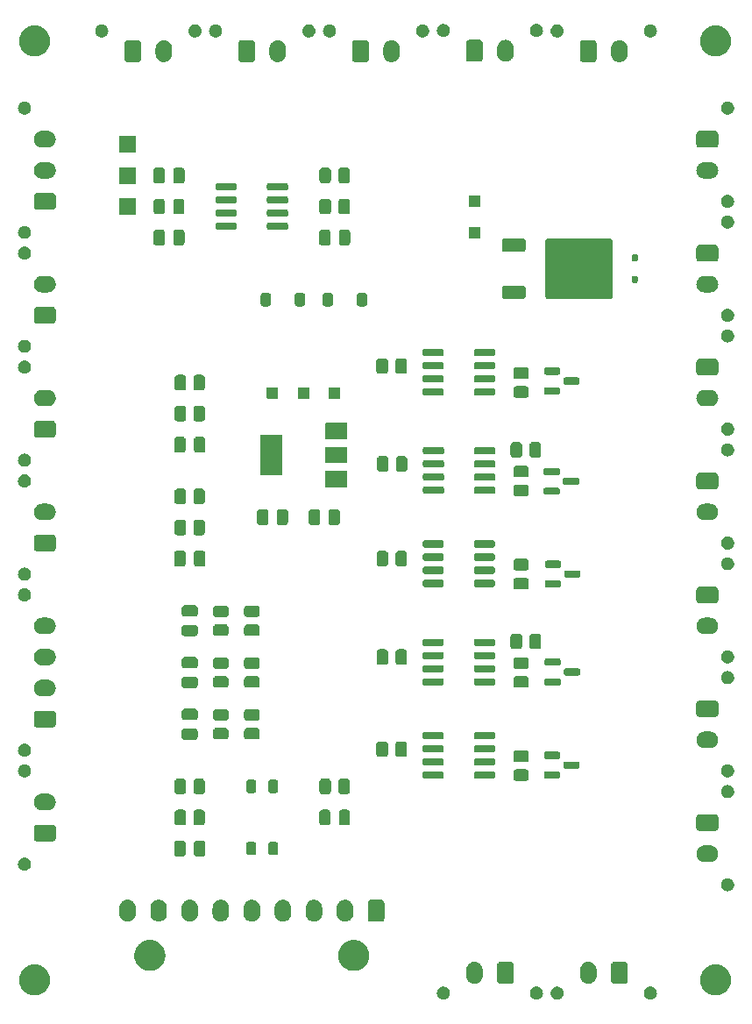
<source format=gbr>
G04 #@! TF.GenerationSoftware,KiCad,Pcbnew,7.0.2*
G04 #@! TF.CreationDate,2023-08-23T15:50:49-05:00*
G04 #@! TF.ProjectId,Controls-LightingPCB,436f6e74-726f-46c7-932d-4c6967687469,rev?*
G04 #@! TF.SameCoordinates,Original*
G04 #@! TF.FileFunction,Soldermask,Top*
G04 #@! TF.FilePolarity,Negative*
%FSLAX46Y46*%
G04 Gerber Fmt 4.6, Leading zero omitted, Abs format (unit mm)*
G04 Created by KiCad (PCBNEW 7.0.2) date 2023-08-23 15:50:49*
%MOMM*%
%LPD*%
G01*
G04 APERTURE LIST*
G04 APERTURE END LIST*
G36*
X112074189Y-137189123D02*
G01*
X112137869Y-137189123D01*
X112194709Y-137198608D01*
X112248594Y-137202849D01*
X112313492Y-137218429D01*
X112382228Y-137229900D01*
X112430977Y-137246635D01*
X112477405Y-137257782D01*
X112544981Y-137285772D01*
X112616543Y-137310340D01*
X112656514Y-137331971D01*
X112694810Y-137347834D01*
X112762686Y-137389428D01*
X112834422Y-137428250D01*
X112865463Y-137452410D01*
X112895451Y-137470787D01*
X112960985Y-137526758D01*
X113029922Y-137580414D01*
X113052408Y-137604840D01*
X113074387Y-137623612D01*
X113134737Y-137694273D01*
X113197711Y-137762681D01*
X113212514Y-137785339D01*
X113227212Y-137802548D01*
X113279441Y-137887778D01*
X113333211Y-137970079D01*
X113341612Y-137989232D01*
X113350165Y-138003189D01*
X113391383Y-138102698D01*
X113432726Y-138196951D01*
X113436347Y-138211252D01*
X113440217Y-138220594D01*
X113467663Y-138334914D01*
X113493542Y-138437108D01*
X113494250Y-138445658D01*
X113495150Y-138449405D01*
X113506292Y-138590983D01*
X113514000Y-138684000D01*
X113506291Y-138777024D01*
X113495150Y-138918594D01*
X113494250Y-138922340D01*
X113493542Y-138930892D01*
X113467658Y-139033103D01*
X113440217Y-139147405D01*
X113436348Y-139156744D01*
X113432726Y-139171049D01*
X113391375Y-139265318D01*
X113350165Y-139364810D01*
X113341614Y-139378763D01*
X113333211Y-139397921D01*
X113279431Y-139480237D01*
X113227212Y-139565451D01*
X113212517Y-139582656D01*
X113197711Y-139605319D01*
X113134725Y-139673739D01*
X113074387Y-139744387D01*
X113052412Y-139763155D01*
X113029922Y-139787586D01*
X112960972Y-139841251D01*
X112895451Y-139897212D01*
X112865469Y-139915584D01*
X112834422Y-139939750D01*
X112762672Y-139978578D01*
X112694810Y-140020165D01*
X112656522Y-140036024D01*
X112616543Y-140057660D01*
X112544966Y-140082231D01*
X112477405Y-140110217D01*
X112430987Y-140121360D01*
X112382228Y-140138100D01*
X112313479Y-140149572D01*
X112248594Y-140165150D01*
X112194721Y-140169389D01*
X112137869Y-140178877D01*
X112074176Y-140178877D01*
X112014000Y-140183613D01*
X111953823Y-140178877D01*
X111890131Y-140178877D01*
X111833279Y-140169390D01*
X111779405Y-140165150D01*
X111714517Y-140149571D01*
X111645772Y-140138100D01*
X111597014Y-140121361D01*
X111550594Y-140110217D01*
X111483027Y-140082229D01*
X111411457Y-140057660D01*
X111371480Y-140036025D01*
X111333189Y-140020165D01*
X111265319Y-139978574D01*
X111193578Y-139939750D01*
X111162534Y-139915587D01*
X111132548Y-139897212D01*
X111067016Y-139841242D01*
X110998078Y-139787586D01*
X110975591Y-139763159D01*
X110953612Y-139744387D01*
X110893260Y-139673724D01*
X110830289Y-139605319D01*
X110815486Y-139582661D01*
X110800787Y-139565451D01*
X110748552Y-139480212D01*
X110694789Y-139397921D01*
X110686388Y-139378769D01*
X110677834Y-139364810D01*
X110636606Y-139265277D01*
X110595274Y-139171049D01*
X110591653Y-139156751D01*
X110587782Y-139147405D01*
X110560322Y-139033027D01*
X110534458Y-138930892D01*
X110533749Y-138922346D01*
X110532849Y-138918594D01*
X110521689Y-138776795D01*
X110514000Y-138684000D01*
X110521686Y-138591235D01*
X110532849Y-138449405D01*
X110533750Y-138445651D01*
X110534458Y-138437108D01*
X110560317Y-138334990D01*
X110587782Y-138220594D01*
X110591653Y-138211246D01*
X110595274Y-138196951D01*
X110636598Y-138102739D01*
X110677834Y-138003189D01*
X110686389Y-137989226D01*
X110694789Y-137970079D01*
X110748542Y-137887802D01*
X110800787Y-137802548D01*
X110815488Y-137785334D01*
X110830289Y-137762681D01*
X110893248Y-137694288D01*
X110953612Y-137623612D01*
X110975595Y-137604836D01*
X110998078Y-137580414D01*
X111067002Y-137526767D01*
X111132548Y-137470787D01*
X111162540Y-137452407D01*
X111193578Y-137428250D01*
X111265305Y-137389433D01*
X111333189Y-137347834D01*
X111371488Y-137331969D01*
X111411457Y-137310340D01*
X111483013Y-137285774D01*
X111550594Y-137257782D01*
X111597024Y-137246634D01*
X111645772Y-137229900D01*
X111714503Y-137218430D01*
X111779405Y-137202849D01*
X111833290Y-137198608D01*
X111890131Y-137189123D01*
X111953811Y-137189123D01*
X112014000Y-137184386D01*
X112074189Y-137189123D01*
G37*
G36*
X151534079Y-139329630D02*
G01*
X151576541Y-139329630D01*
X151612300Y-139338443D01*
X151641126Y-139341692D01*
X151678412Y-139354739D01*
X151725174Y-139366265D01*
X151752827Y-139380778D01*
X151775171Y-139388597D01*
X151812933Y-139412324D01*
X151860721Y-139437405D01*
X151879921Y-139454415D01*
X151895421Y-139464154D01*
X151930421Y-139499154D01*
X151975304Y-139538917D01*
X151986713Y-139555446D01*
X151995845Y-139564578D01*
X152024545Y-139610254D01*
X152062265Y-139664901D01*
X152067416Y-139678485D01*
X152071402Y-139684828D01*
X152090251Y-139738696D01*
X152116548Y-139808035D01*
X152117628Y-139816934D01*
X152118307Y-139818873D01*
X152124016Y-139869543D01*
X152135000Y-139960000D01*
X152124014Y-140050474D01*
X152118307Y-140101126D01*
X152117628Y-140103064D01*
X152116548Y-140111965D01*
X152090247Y-140181315D01*
X152071402Y-140235171D01*
X152067417Y-140241511D01*
X152062265Y-140255099D01*
X152024538Y-140309755D01*
X151995845Y-140355421D01*
X151986715Y-140364550D01*
X151975304Y-140381083D01*
X151930412Y-140420853D01*
X151895421Y-140455845D01*
X151879925Y-140465581D01*
X151860721Y-140482595D01*
X151812923Y-140507680D01*
X151775171Y-140531402D01*
X151752833Y-140539218D01*
X151725174Y-140553735D01*
X151678402Y-140565263D01*
X151641126Y-140578307D01*
X151612307Y-140581554D01*
X151576541Y-140590370D01*
X151534070Y-140590370D01*
X151500000Y-140594209D01*
X151465930Y-140590370D01*
X151423459Y-140590370D01*
X151387692Y-140581554D01*
X151358873Y-140578307D01*
X151321594Y-140565262D01*
X151274826Y-140553735D01*
X151247168Y-140539219D01*
X151224828Y-140531402D01*
X151187070Y-140507677D01*
X151139279Y-140482595D01*
X151120077Y-140465583D01*
X151104578Y-140455845D01*
X151069578Y-140420845D01*
X151024696Y-140381083D01*
X151013286Y-140364553D01*
X151004154Y-140355421D01*
X150975450Y-140309739D01*
X150937735Y-140255099D01*
X150932583Y-140241515D01*
X150928597Y-140235171D01*
X150909739Y-140181281D01*
X150883452Y-140111965D01*
X150882371Y-140103068D01*
X150881692Y-140101126D01*
X150875971Y-140050355D01*
X150865000Y-139960000D01*
X150875970Y-139869652D01*
X150881692Y-139818873D01*
X150882371Y-139816929D01*
X150883452Y-139808035D01*
X150909735Y-139738730D01*
X150928597Y-139684828D01*
X150932584Y-139678481D01*
X150937735Y-139664901D01*
X150975443Y-139610270D01*
X151004154Y-139564578D01*
X151013288Y-139555443D01*
X151024696Y-139538917D01*
X151069570Y-139499161D01*
X151104578Y-139464154D01*
X151120081Y-139454412D01*
X151139279Y-139437405D01*
X151187060Y-139412327D01*
X151224828Y-139388597D01*
X151247174Y-139380777D01*
X151274826Y-139366265D01*
X151321584Y-139354739D01*
X151358873Y-139341692D01*
X151387700Y-139338443D01*
X151423459Y-139329630D01*
X151465921Y-139329630D01*
X151500000Y-139325790D01*
X151534079Y-139329630D01*
G37*
G36*
X160534078Y-139329630D02*
G01*
X160576541Y-139329630D01*
X160612300Y-139338443D01*
X160641126Y-139341692D01*
X160678412Y-139354739D01*
X160725174Y-139366265D01*
X160752827Y-139380778D01*
X160775171Y-139388597D01*
X160812933Y-139412324D01*
X160860721Y-139437405D01*
X160879921Y-139454415D01*
X160895421Y-139464154D01*
X160930421Y-139499154D01*
X160975304Y-139538917D01*
X160986713Y-139555446D01*
X160995845Y-139564578D01*
X161024545Y-139610254D01*
X161062265Y-139664901D01*
X161067416Y-139678485D01*
X161071402Y-139684828D01*
X161090251Y-139738696D01*
X161116548Y-139808035D01*
X161117628Y-139816934D01*
X161118307Y-139818873D01*
X161124016Y-139869543D01*
X161135000Y-139960000D01*
X161124014Y-140050474D01*
X161118307Y-140101126D01*
X161117628Y-140103064D01*
X161116548Y-140111965D01*
X161090247Y-140181315D01*
X161071402Y-140235171D01*
X161067417Y-140241511D01*
X161062265Y-140255099D01*
X161024538Y-140309755D01*
X160995845Y-140355421D01*
X160986715Y-140364550D01*
X160975304Y-140381083D01*
X160930412Y-140420853D01*
X160895421Y-140455845D01*
X160879925Y-140465581D01*
X160860721Y-140482595D01*
X160812923Y-140507680D01*
X160775171Y-140531402D01*
X160752833Y-140539218D01*
X160725174Y-140553735D01*
X160678402Y-140565263D01*
X160641126Y-140578307D01*
X160612307Y-140581554D01*
X160576541Y-140590370D01*
X160534069Y-140590370D01*
X160499999Y-140594209D01*
X160465929Y-140590370D01*
X160423459Y-140590370D01*
X160387693Y-140581554D01*
X160358873Y-140578307D01*
X160321594Y-140565262D01*
X160274826Y-140553735D01*
X160247168Y-140539219D01*
X160224828Y-140531402D01*
X160187070Y-140507677D01*
X160139279Y-140482595D01*
X160120077Y-140465583D01*
X160104578Y-140455845D01*
X160069578Y-140420845D01*
X160024696Y-140381083D01*
X160013286Y-140364553D01*
X160004154Y-140355421D01*
X159975450Y-140309739D01*
X159937735Y-140255099D01*
X159932583Y-140241515D01*
X159928597Y-140235171D01*
X159909739Y-140181281D01*
X159883452Y-140111965D01*
X159882371Y-140103068D01*
X159881692Y-140101126D01*
X159875971Y-140050355D01*
X159865000Y-139960000D01*
X159875970Y-139869652D01*
X159881692Y-139818873D01*
X159882371Y-139816929D01*
X159883452Y-139808035D01*
X159909735Y-139738730D01*
X159928597Y-139684828D01*
X159932584Y-139678481D01*
X159937735Y-139664901D01*
X159975443Y-139610270D01*
X160004154Y-139564578D01*
X160013288Y-139555443D01*
X160024696Y-139538917D01*
X160069570Y-139499161D01*
X160104578Y-139464154D01*
X160120081Y-139454412D01*
X160139279Y-139437405D01*
X160187060Y-139412327D01*
X160224828Y-139388597D01*
X160247174Y-139380777D01*
X160274826Y-139366265D01*
X160321584Y-139354739D01*
X160358873Y-139341692D01*
X160387700Y-139338443D01*
X160423459Y-139329630D01*
X160465920Y-139329630D01*
X160499999Y-139325790D01*
X160534078Y-139329630D01*
G37*
G36*
X162534078Y-139329630D02*
G01*
X162576541Y-139329630D01*
X162612300Y-139338443D01*
X162641126Y-139341692D01*
X162678412Y-139354739D01*
X162725174Y-139366265D01*
X162752827Y-139380778D01*
X162775171Y-139388597D01*
X162812933Y-139412324D01*
X162860721Y-139437405D01*
X162879921Y-139454415D01*
X162895421Y-139464154D01*
X162930421Y-139499154D01*
X162975304Y-139538917D01*
X162986713Y-139555446D01*
X162995845Y-139564578D01*
X163024545Y-139610254D01*
X163062265Y-139664901D01*
X163067416Y-139678485D01*
X163071402Y-139684828D01*
X163090251Y-139738696D01*
X163116548Y-139808035D01*
X163117628Y-139816934D01*
X163118307Y-139818873D01*
X163124016Y-139869543D01*
X163135000Y-139960000D01*
X163124014Y-140050474D01*
X163118307Y-140101126D01*
X163117628Y-140103064D01*
X163116548Y-140111965D01*
X163090247Y-140181315D01*
X163071402Y-140235171D01*
X163067417Y-140241511D01*
X163062265Y-140255099D01*
X163024538Y-140309755D01*
X162995845Y-140355421D01*
X162986715Y-140364550D01*
X162975304Y-140381083D01*
X162930412Y-140420853D01*
X162895421Y-140455845D01*
X162879925Y-140465581D01*
X162860721Y-140482595D01*
X162812923Y-140507680D01*
X162775171Y-140531402D01*
X162752833Y-140539218D01*
X162725174Y-140553735D01*
X162678402Y-140565263D01*
X162641126Y-140578307D01*
X162612307Y-140581554D01*
X162576541Y-140590370D01*
X162534069Y-140590370D01*
X162499999Y-140594209D01*
X162465929Y-140590370D01*
X162423459Y-140590370D01*
X162387693Y-140581554D01*
X162358873Y-140578307D01*
X162321594Y-140565262D01*
X162274826Y-140553735D01*
X162247168Y-140539219D01*
X162224828Y-140531402D01*
X162187070Y-140507677D01*
X162139279Y-140482595D01*
X162120077Y-140465583D01*
X162104578Y-140455845D01*
X162069578Y-140420845D01*
X162024696Y-140381083D01*
X162013286Y-140364553D01*
X162004154Y-140355421D01*
X161975450Y-140309739D01*
X161937735Y-140255099D01*
X161932583Y-140241515D01*
X161928597Y-140235171D01*
X161909739Y-140181281D01*
X161883452Y-140111965D01*
X161882371Y-140103068D01*
X161881692Y-140101126D01*
X161875971Y-140050355D01*
X161865000Y-139960000D01*
X161875970Y-139869652D01*
X161881692Y-139818873D01*
X161882371Y-139816929D01*
X161883452Y-139808035D01*
X161909735Y-139738730D01*
X161928597Y-139684828D01*
X161932584Y-139678481D01*
X161937735Y-139664901D01*
X161975443Y-139610270D01*
X162004154Y-139564578D01*
X162013288Y-139555443D01*
X162024696Y-139538917D01*
X162069570Y-139499161D01*
X162104578Y-139464154D01*
X162120081Y-139454412D01*
X162139279Y-139437405D01*
X162187060Y-139412327D01*
X162224828Y-139388597D01*
X162247174Y-139380777D01*
X162274826Y-139366265D01*
X162321584Y-139354739D01*
X162358873Y-139341692D01*
X162387700Y-139338443D01*
X162423459Y-139329630D01*
X162465920Y-139329630D01*
X162499999Y-139325790D01*
X162534078Y-139329630D01*
G37*
G36*
X171534079Y-139329630D02*
G01*
X171576541Y-139329630D01*
X171612300Y-139338443D01*
X171641126Y-139341692D01*
X171678412Y-139354739D01*
X171725174Y-139366265D01*
X171752827Y-139380778D01*
X171775171Y-139388597D01*
X171812933Y-139412324D01*
X171860721Y-139437405D01*
X171879921Y-139454415D01*
X171895421Y-139464154D01*
X171930421Y-139499154D01*
X171975304Y-139538917D01*
X171986713Y-139555446D01*
X171995845Y-139564578D01*
X172024545Y-139610254D01*
X172062265Y-139664901D01*
X172067416Y-139678485D01*
X172071402Y-139684828D01*
X172090251Y-139738696D01*
X172116548Y-139808035D01*
X172117628Y-139816934D01*
X172118307Y-139818873D01*
X172124016Y-139869543D01*
X172135000Y-139960000D01*
X172124014Y-140050474D01*
X172118307Y-140101126D01*
X172117628Y-140103064D01*
X172116548Y-140111965D01*
X172090247Y-140181315D01*
X172071402Y-140235171D01*
X172067417Y-140241511D01*
X172062265Y-140255099D01*
X172024538Y-140309755D01*
X171995845Y-140355421D01*
X171986715Y-140364550D01*
X171975304Y-140381083D01*
X171930412Y-140420853D01*
X171895421Y-140455845D01*
X171879925Y-140465581D01*
X171860721Y-140482595D01*
X171812923Y-140507680D01*
X171775171Y-140531402D01*
X171752833Y-140539218D01*
X171725174Y-140553735D01*
X171678402Y-140565263D01*
X171641126Y-140578307D01*
X171612307Y-140581554D01*
X171576541Y-140590370D01*
X171534070Y-140590370D01*
X171500000Y-140594209D01*
X171465930Y-140590370D01*
X171423459Y-140590370D01*
X171387692Y-140581554D01*
X171358873Y-140578307D01*
X171321594Y-140565262D01*
X171274826Y-140553735D01*
X171247168Y-140539219D01*
X171224828Y-140531402D01*
X171187070Y-140507677D01*
X171139279Y-140482595D01*
X171120077Y-140465583D01*
X171104578Y-140455845D01*
X171069578Y-140420845D01*
X171024696Y-140381083D01*
X171013286Y-140364553D01*
X171004154Y-140355421D01*
X170975450Y-140309739D01*
X170937735Y-140255099D01*
X170932583Y-140241515D01*
X170928597Y-140235171D01*
X170909739Y-140181281D01*
X170883452Y-140111965D01*
X170882371Y-140103068D01*
X170881692Y-140101126D01*
X170875971Y-140050355D01*
X170865000Y-139960000D01*
X170875970Y-139869652D01*
X170881692Y-139818873D01*
X170882371Y-139816929D01*
X170883452Y-139808035D01*
X170909735Y-139738730D01*
X170928597Y-139684828D01*
X170932584Y-139678481D01*
X170937735Y-139664901D01*
X170975443Y-139610270D01*
X171004154Y-139564578D01*
X171013288Y-139555443D01*
X171024696Y-139538917D01*
X171069570Y-139499161D01*
X171104578Y-139464154D01*
X171120081Y-139454412D01*
X171139279Y-139437405D01*
X171187060Y-139412327D01*
X171224828Y-139388597D01*
X171247174Y-139380777D01*
X171274826Y-139366265D01*
X171321584Y-139354739D01*
X171358873Y-139341692D01*
X171387700Y-139338443D01*
X171423459Y-139329630D01*
X171465921Y-139329630D01*
X171500000Y-139325790D01*
X171534079Y-139329630D01*
G37*
G36*
X142910189Y-134825123D02*
G01*
X142973869Y-134825123D01*
X143030709Y-134834608D01*
X143084594Y-134838849D01*
X143149492Y-134854429D01*
X143218228Y-134865900D01*
X143266977Y-134882635D01*
X143313405Y-134893782D01*
X143380981Y-134921772D01*
X143452543Y-134946340D01*
X143492514Y-134967971D01*
X143530810Y-134983834D01*
X143598686Y-135025428D01*
X143670422Y-135064250D01*
X143701463Y-135088410D01*
X143731451Y-135106787D01*
X143796985Y-135162758D01*
X143865922Y-135216414D01*
X143888408Y-135240840D01*
X143910387Y-135259612D01*
X143970737Y-135330273D01*
X144033711Y-135398681D01*
X144048514Y-135421339D01*
X144063212Y-135438548D01*
X144115441Y-135523778D01*
X144169211Y-135606079D01*
X144177612Y-135625232D01*
X144186165Y-135639189D01*
X144227383Y-135738698D01*
X144268726Y-135832951D01*
X144272347Y-135847252D01*
X144276217Y-135856594D01*
X144303663Y-135970914D01*
X144329542Y-136073108D01*
X144330250Y-136081658D01*
X144331150Y-136085405D01*
X144342292Y-136226983D01*
X144350000Y-136320000D01*
X144342291Y-136413024D01*
X144331150Y-136554594D01*
X144330250Y-136558340D01*
X144329542Y-136566892D01*
X144303658Y-136669103D01*
X144276217Y-136783405D01*
X144272348Y-136792744D01*
X144268726Y-136807049D01*
X144227375Y-136901318D01*
X144186165Y-137000810D01*
X144177614Y-137014763D01*
X144169211Y-137033921D01*
X144115431Y-137116237D01*
X144063212Y-137201451D01*
X144048517Y-137218656D01*
X144033711Y-137241319D01*
X143970725Y-137309739D01*
X143910387Y-137380387D01*
X143888412Y-137399155D01*
X143865922Y-137423586D01*
X143796972Y-137477251D01*
X143731451Y-137533212D01*
X143701469Y-137551584D01*
X143670422Y-137575750D01*
X143598672Y-137614578D01*
X143530810Y-137656165D01*
X143492522Y-137672024D01*
X143452543Y-137693660D01*
X143380966Y-137718231D01*
X143313405Y-137746217D01*
X143266987Y-137757360D01*
X143218228Y-137774100D01*
X143149479Y-137785572D01*
X143084594Y-137801150D01*
X143030721Y-137805389D01*
X142973869Y-137814877D01*
X142910176Y-137814877D01*
X142850000Y-137819613D01*
X142789823Y-137814877D01*
X142726131Y-137814877D01*
X142669279Y-137805390D01*
X142615405Y-137801150D01*
X142550517Y-137785571D01*
X142481772Y-137774100D01*
X142433014Y-137757361D01*
X142386594Y-137746217D01*
X142319027Y-137718229D01*
X142247457Y-137693660D01*
X142207480Y-137672025D01*
X142169189Y-137656165D01*
X142101319Y-137614574D01*
X142029578Y-137575750D01*
X141998534Y-137551587D01*
X141968548Y-137533212D01*
X141903016Y-137477242D01*
X141834078Y-137423586D01*
X141811591Y-137399159D01*
X141789612Y-137380387D01*
X141729260Y-137309724D01*
X141666289Y-137241319D01*
X141651486Y-137218661D01*
X141636787Y-137201451D01*
X141584552Y-137116212D01*
X141530789Y-137033921D01*
X141522388Y-137014769D01*
X141513834Y-137000810D01*
X141472606Y-136901277D01*
X141431274Y-136807049D01*
X141427653Y-136792751D01*
X141423782Y-136783405D01*
X141396322Y-136669027D01*
X141370458Y-136566892D01*
X141369749Y-136558346D01*
X141368849Y-136554594D01*
X141357688Y-136412783D01*
X141350000Y-136320000D01*
X141357687Y-136227223D01*
X141368849Y-136085405D01*
X141369750Y-136081651D01*
X141370458Y-136073108D01*
X141396317Y-135970990D01*
X141423782Y-135856594D01*
X141427653Y-135847246D01*
X141431274Y-135832951D01*
X141472598Y-135738739D01*
X141513834Y-135639189D01*
X141522389Y-135625226D01*
X141530789Y-135606079D01*
X141584542Y-135523802D01*
X141636787Y-135438548D01*
X141651488Y-135421334D01*
X141666289Y-135398681D01*
X141729248Y-135330288D01*
X141789612Y-135259612D01*
X141811595Y-135240836D01*
X141834078Y-135216414D01*
X141903002Y-135162767D01*
X141968548Y-135106787D01*
X141998540Y-135088407D01*
X142029578Y-135064250D01*
X142101305Y-135025433D01*
X142169189Y-134983834D01*
X142207488Y-134967969D01*
X142247457Y-134946340D01*
X142319013Y-134921774D01*
X142386594Y-134893782D01*
X142433024Y-134882634D01*
X142481772Y-134865900D01*
X142550503Y-134854430D01*
X142615405Y-134838849D01*
X142669290Y-134834608D01*
X142726131Y-134825123D01*
X142789811Y-134825123D01*
X142850000Y-134820386D01*
X142910189Y-134825123D01*
G37*
G36*
X158068913Y-136946995D02*
G01*
X158084725Y-136953976D01*
X158092531Y-136955213D01*
X158125044Y-136971779D01*
X158170106Y-136991676D01*
X158248324Y-137069894D01*
X158268223Y-137114962D01*
X158284786Y-137147468D01*
X158286022Y-137155272D01*
X158293005Y-137171087D01*
X158300999Y-137240002D01*
X158300999Y-137249831D01*
X158301000Y-137249838D01*
X158301000Y-138003189D01*
X158301000Y-138759999D01*
X158293005Y-138828913D01*
X158286021Y-138844728D01*
X158284786Y-138852531D01*
X158268226Y-138885030D01*
X158248324Y-138930106D01*
X158170106Y-139008324D01*
X158125030Y-139028226D01*
X158092531Y-139044786D01*
X158084728Y-139046021D01*
X158068913Y-139053005D01*
X157999998Y-139060999D01*
X157990168Y-139060999D01*
X157990162Y-139061000D01*
X157009838Y-139061000D01*
X157009837Y-139060999D01*
X157000001Y-139061000D01*
X156931087Y-139053005D01*
X156915272Y-139046022D01*
X156907468Y-139044786D01*
X156874962Y-139028223D01*
X156829894Y-139008324D01*
X156751676Y-138930106D01*
X156731779Y-138885044D01*
X156715213Y-138852531D01*
X156713976Y-138844725D01*
X156706995Y-138828913D01*
X156699001Y-138759998D01*
X156699000Y-138750167D01*
X156699000Y-138750161D01*
X156699000Y-137249838D01*
X156699000Y-137249837D01*
X156699000Y-137240001D01*
X156706995Y-137171087D01*
X156713976Y-137155275D01*
X156715213Y-137147468D01*
X156731782Y-137114947D01*
X156751676Y-137069894D01*
X156829894Y-136991676D01*
X156874947Y-136971782D01*
X156907468Y-136955213D01*
X156915275Y-136953976D01*
X156931087Y-136946995D01*
X157000002Y-136939001D01*
X157009831Y-136939000D01*
X157009838Y-136939000D01*
X157990162Y-136939000D01*
X157999999Y-136939000D01*
X158068913Y-136946995D01*
G37*
G36*
X169068913Y-136946995D02*
G01*
X169084725Y-136953976D01*
X169092531Y-136955213D01*
X169125044Y-136971779D01*
X169170106Y-136991676D01*
X169248324Y-137069894D01*
X169268223Y-137114962D01*
X169284786Y-137147468D01*
X169286022Y-137155272D01*
X169293005Y-137171087D01*
X169300999Y-137240002D01*
X169300999Y-137249831D01*
X169301000Y-137249838D01*
X169301000Y-138003189D01*
X169301000Y-138759999D01*
X169293005Y-138828913D01*
X169286021Y-138844728D01*
X169284786Y-138852531D01*
X169268226Y-138885030D01*
X169248324Y-138930106D01*
X169170106Y-139008324D01*
X169125030Y-139028226D01*
X169092531Y-139044786D01*
X169084728Y-139046021D01*
X169068913Y-139053005D01*
X168999998Y-139060999D01*
X168990168Y-139060999D01*
X168990162Y-139061000D01*
X168009838Y-139061000D01*
X168009837Y-139060999D01*
X168000001Y-139061000D01*
X167931087Y-139053005D01*
X167915272Y-139046022D01*
X167907468Y-139044786D01*
X167874962Y-139028223D01*
X167829894Y-139008324D01*
X167751676Y-138930106D01*
X167731779Y-138885044D01*
X167715213Y-138852531D01*
X167713976Y-138844725D01*
X167706995Y-138828913D01*
X167699001Y-138759998D01*
X167699000Y-138750167D01*
X167699000Y-138750161D01*
X167699000Y-137249838D01*
X167699000Y-137249837D01*
X167699000Y-137240001D01*
X167706995Y-137171087D01*
X167713976Y-137155275D01*
X167715213Y-137147468D01*
X167731782Y-137114947D01*
X167751676Y-137069894D01*
X167829894Y-136991676D01*
X167874947Y-136971782D01*
X167907468Y-136955213D01*
X167915275Y-136953976D01*
X167931087Y-136946995D01*
X168000002Y-136939001D01*
X168009831Y-136939000D01*
X168009838Y-136939000D01*
X168990162Y-136939000D01*
X168999999Y-136939000D01*
X169068913Y-136946995D01*
G37*
G36*
X177860188Y-137189123D02*
G01*
X177923869Y-137189123D01*
X177980709Y-137198608D01*
X178034594Y-137202849D01*
X178099492Y-137218429D01*
X178168228Y-137229900D01*
X178216977Y-137246635D01*
X178263405Y-137257782D01*
X178330981Y-137285772D01*
X178402543Y-137310340D01*
X178442514Y-137331971D01*
X178480810Y-137347834D01*
X178548686Y-137389428D01*
X178620422Y-137428250D01*
X178651463Y-137452410D01*
X178681451Y-137470787D01*
X178746985Y-137526758D01*
X178815922Y-137580414D01*
X178838408Y-137604840D01*
X178860387Y-137623612D01*
X178920737Y-137694273D01*
X178983711Y-137762681D01*
X178998514Y-137785339D01*
X179013212Y-137802548D01*
X179065441Y-137887778D01*
X179119211Y-137970079D01*
X179127612Y-137989232D01*
X179136165Y-138003189D01*
X179177383Y-138102698D01*
X179218726Y-138196951D01*
X179222347Y-138211252D01*
X179226217Y-138220594D01*
X179253663Y-138334914D01*
X179279542Y-138437108D01*
X179280250Y-138445658D01*
X179281150Y-138449405D01*
X179292292Y-138590983D01*
X179300000Y-138684000D01*
X179292291Y-138777024D01*
X179281150Y-138918594D01*
X179280250Y-138922340D01*
X179279542Y-138930892D01*
X179253658Y-139033103D01*
X179226217Y-139147405D01*
X179222348Y-139156744D01*
X179218726Y-139171049D01*
X179177375Y-139265318D01*
X179136165Y-139364810D01*
X179127614Y-139378763D01*
X179119211Y-139397921D01*
X179065431Y-139480237D01*
X179013212Y-139565451D01*
X178998517Y-139582656D01*
X178983711Y-139605319D01*
X178920725Y-139673739D01*
X178860387Y-139744387D01*
X178838412Y-139763155D01*
X178815922Y-139787586D01*
X178746972Y-139841251D01*
X178681451Y-139897212D01*
X178651469Y-139915584D01*
X178620422Y-139939750D01*
X178548672Y-139978578D01*
X178480810Y-140020165D01*
X178442522Y-140036024D01*
X178402543Y-140057660D01*
X178330966Y-140082231D01*
X178263405Y-140110217D01*
X178216987Y-140121360D01*
X178168228Y-140138100D01*
X178099479Y-140149572D01*
X178034594Y-140165150D01*
X177980721Y-140169389D01*
X177923869Y-140178877D01*
X177860176Y-140178877D01*
X177799999Y-140183613D01*
X177739823Y-140178877D01*
X177676131Y-140178877D01*
X177619279Y-140169390D01*
X177565405Y-140165150D01*
X177500517Y-140149571D01*
X177431772Y-140138100D01*
X177383014Y-140121361D01*
X177336594Y-140110217D01*
X177269027Y-140082229D01*
X177197457Y-140057660D01*
X177157480Y-140036025D01*
X177119189Y-140020165D01*
X177051319Y-139978574D01*
X176979578Y-139939750D01*
X176948534Y-139915587D01*
X176918548Y-139897212D01*
X176853016Y-139841242D01*
X176784078Y-139787586D01*
X176761591Y-139763159D01*
X176739612Y-139744387D01*
X176679260Y-139673724D01*
X176616289Y-139605319D01*
X176601486Y-139582661D01*
X176586787Y-139565451D01*
X176534552Y-139480212D01*
X176480789Y-139397921D01*
X176472388Y-139378769D01*
X176463834Y-139364810D01*
X176422606Y-139265277D01*
X176381274Y-139171049D01*
X176377653Y-139156751D01*
X176373782Y-139147405D01*
X176346322Y-139033027D01*
X176320458Y-138930892D01*
X176319749Y-138922346D01*
X176318849Y-138918594D01*
X176307688Y-138776783D01*
X176300000Y-138684000D01*
X176307687Y-138591223D01*
X176318849Y-138449405D01*
X176319750Y-138445651D01*
X176320458Y-138437108D01*
X176346317Y-138334990D01*
X176373782Y-138220594D01*
X176377653Y-138211246D01*
X176381274Y-138196951D01*
X176422598Y-138102739D01*
X176463834Y-138003189D01*
X176472389Y-137989226D01*
X176480789Y-137970079D01*
X176534542Y-137887802D01*
X176586787Y-137802548D01*
X176601488Y-137785334D01*
X176616289Y-137762681D01*
X176679248Y-137694288D01*
X176739612Y-137623612D01*
X176761595Y-137604836D01*
X176784078Y-137580414D01*
X176853002Y-137526767D01*
X176918548Y-137470787D01*
X176948540Y-137452407D01*
X176979578Y-137428250D01*
X177051305Y-137389433D01*
X177119189Y-137347834D01*
X177157488Y-137331969D01*
X177197457Y-137310340D01*
X177269013Y-137285774D01*
X177336594Y-137257782D01*
X177383024Y-137246634D01*
X177431772Y-137229900D01*
X177500503Y-137218430D01*
X177565405Y-137202849D01*
X177619291Y-137198608D01*
X177676131Y-137189123D01*
X177739810Y-137189123D01*
X177799999Y-137184386D01*
X177860188Y-137189123D01*
G37*
G36*
X154545023Y-136944073D02*
G01*
X154583657Y-136944073D01*
X154627240Y-136953336D01*
X154678239Y-136959083D01*
X154715321Y-136972058D01*
X154747306Y-136978857D01*
X154793401Y-136999379D01*
X154847541Y-137018324D01*
X154875719Y-137036029D01*
X154900157Y-137046910D01*
X154945720Y-137080014D01*
X154999415Y-137113753D01*
X155018700Y-137133038D01*
X155035512Y-137145253D01*
X155077076Y-137191414D01*
X155126247Y-137240585D01*
X155137555Y-137258582D01*
X155147467Y-137269590D01*
X155181376Y-137328322D01*
X155221676Y-137392459D01*
X155226707Y-137406838D01*
X155231120Y-137414481D01*
X155253718Y-137484030D01*
X155280917Y-137561761D01*
X155281948Y-137570913D01*
X155282823Y-137573606D01*
X155290756Y-137649084D01*
X155301000Y-137740000D01*
X155301000Y-138260000D01*
X155290754Y-138350929D01*
X155282823Y-138426393D01*
X155281948Y-138429084D01*
X155280917Y-138438239D01*
X155253713Y-138515982D01*
X155231120Y-138585518D01*
X155226708Y-138593159D01*
X155221676Y-138607541D01*
X155181369Y-138671688D01*
X155147467Y-138730409D01*
X155137557Y-138741414D01*
X155126247Y-138759415D01*
X155077067Y-138808594D01*
X155035512Y-138854746D01*
X155018704Y-138866957D01*
X154999415Y-138886247D01*
X154945704Y-138919995D01*
X154900153Y-138953091D01*
X154875723Y-138963967D01*
X154847541Y-138981676D01*
X154793397Y-139000621D01*
X154747310Y-139021141D01*
X154715327Y-139027939D01*
X154678239Y-139040917D01*
X154627237Y-139046663D01*
X154583657Y-139055927D01*
X154545023Y-139055927D01*
X154500000Y-139061000D01*
X154454977Y-139055927D01*
X154416343Y-139055927D01*
X154372761Y-139046663D01*
X154321761Y-139040917D01*
X154284674Y-139027939D01*
X154252693Y-139021142D01*
X154206603Y-139000622D01*
X154152459Y-138981676D01*
X154124277Y-138963968D01*
X154099842Y-138953089D01*
X154054282Y-138919987D01*
X154000585Y-138886247D01*
X153981298Y-138866960D01*
X153964487Y-138854746D01*
X153922922Y-138808584D01*
X153873753Y-138759415D01*
X153862444Y-138741418D01*
X153852532Y-138730409D01*
X153818618Y-138671668D01*
X153778324Y-138607541D01*
X153773293Y-138593163D01*
X153768879Y-138585518D01*
X153746272Y-138515942D01*
X153719083Y-138438239D01*
X153718052Y-138429089D01*
X153717176Y-138426393D01*
X153709237Y-138350854D01*
X153699000Y-138260000D01*
X153699000Y-137740000D01*
X153709235Y-137649159D01*
X153717176Y-137573606D01*
X153718052Y-137570909D01*
X153719083Y-137561761D01*
X153746267Y-137484070D01*
X153768879Y-137414481D01*
X153773293Y-137406834D01*
X153778324Y-137392459D01*
X153818611Y-137328342D01*
X153852532Y-137269590D01*
X153862446Y-137258578D01*
X153873753Y-137240585D01*
X153922913Y-137191424D01*
X153964487Y-137145253D01*
X153981301Y-137133036D01*
X154000585Y-137113753D01*
X154054278Y-137080015D01*
X154099846Y-137046908D01*
X154124284Y-137036027D01*
X154152459Y-137018324D01*
X154206587Y-136999383D01*
X154252689Y-136978858D01*
X154284679Y-136972058D01*
X154321761Y-136959083D01*
X154372759Y-136953336D01*
X154416343Y-136944073D01*
X154454977Y-136944073D01*
X154500000Y-136939000D01*
X154545023Y-136944073D01*
G37*
G36*
X165545023Y-136944073D02*
G01*
X165583657Y-136944073D01*
X165627240Y-136953336D01*
X165678239Y-136959083D01*
X165715321Y-136972058D01*
X165747306Y-136978857D01*
X165793401Y-136999379D01*
X165847541Y-137018324D01*
X165875719Y-137036029D01*
X165900157Y-137046910D01*
X165945720Y-137080014D01*
X165999415Y-137113753D01*
X166018700Y-137133038D01*
X166035512Y-137145253D01*
X166077076Y-137191414D01*
X166126247Y-137240585D01*
X166137555Y-137258582D01*
X166147467Y-137269590D01*
X166181376Y-137328322D01*
X166221676Y-137392459D01*
X166226707Y-137406838D01*
X166231120Y-137414481D01*
X166253718Y-137484030D01*
X166280917Y-137561761D01*
X166281948Y-137570913D01*
X166282823Y-137573606D01*
X166290756Y-137649084D01*
X166301000Y-137740000D01*
X166301000Y-138260000D01*
X166290754Y-138350929D01*
X166282823Y-138426393D01*
X166281948Y-138429084D01*
X166280917Y-138438239D01*
X166253713Y-138515982D01*
X166231120Y-138585518D01*
X166226708Y-138593159D01*
X166221676Y-138607541D01*
X166181369Y-138671688D01*
X166147467Y-138730409D01*
X166137557Y-138741414D01*
X166126247Y-138759415D01*
X166077067Y-138808594D01*
X166035512Y-138854746D01*
X166018704Y-138866957D01*
X165999415Y-138886247D01*
X165945704Y-138919995D01*
X165900153Y-138953091D01*
X165875723Y-138963967D01*
X165847541Y-138981676D01*
X165793397Y-139000621D01*
X165747310Y-139021141D01*
X165715327Y-139027939D01*
X165678239Y-139040917D01*
X165627237Y-139046663D01*
X165583657Y-139055927D01*
X165545023Y-139055927D01*
X165500000Y-139061000D01*
X165454977Y-139055927D01*
X165416343Y-139055927D01*
X165372761Y-139046663D01*
X165321761Y-139040917D01*
X165284674Y-139027939D01*
X165252693Y-139021142D01*
X165206603Y-139000622D01*
X165152459Y-138981676D01*
X165124277Y-138963968D01*
X165099842Y-138953089D01*
X165054282Y-138919987D01*
X165000585Y-138886247D01*
X164981298Y-138866960D01*
X164964487Y-138854746D01*
X164922922Y-138808584D01*
X164873753Y-138759415D01*
X164862444Y-138741418D01*
X164852532Y-138730409D01*
X164818618Y-138671668D01*
X164778324Y-138607541D01*
X164773293Y-138593163D01*
X164768879Y-138585518D01*
X164746272Y-138515942D01*
X164719083Y-138438239D01*
X164718052Y-138429089D01*
X164717176Y-138426393D01*
X164709237Y-138350854D01*
X164699000Y-138260000D01*
X164699000Y-137740000D01*
X164709235Y-137649159D01*
X164717176Y-137573606D01*
X164718052Y-137570909D01*
X164719083Y-137561761D01*
X164746267Y-137484070D01*
X164768879Y-137414481D01*
X164773293Y-137406834D01*
X164778324Y-137392459D01*
X164818611Y-137328342D01*
X164852532Y-137269590D01*
X164862446Y-137258578D01*
X164873753Y-137240585D01*
X164922913Y-137191424D01*
X164964487Y-137145253D01*
X164981301Y-137133036D01*
X165000585Y-137113753D01*
X165054278Y-137080015D01*
X165099846Y-137046908D01*
X165124284Y-137036027D01*
X165152459Y-137018324D01*
X165206587Y-136999383D01*
X165252689Y-136978858D01*
X165284679Y-136972058D01*
X165321761Y-136959083D01*
X165372759Y-136953336D01*
X165416343Y-136944073D01*
X165454977Y-136944073D01*
X165500000Y-136939000D01*
X165545023Y-136944073D01*
G37*
G36*
X123210188Y-134825123D02*
G01*
X123273869Y-134825123D01*
X123330709Y-134834608D01*
X123384594Y-134838849D01*
X123449492Y-134854429D01*
X123518228Y-134865900D01*
X123566977Y-134882635D01*
X123613405Y-134893782D01*
X123680981Y-134921772D01*
X123752543Y-134946340D01*
X123792514Y-134967971D01*
X123830810Y-134983834D01*
X123898686Y-135025428D01*
X123970422Y-135064250D01*
X124001463Y-135088410D01*
X124031451Y-135106787D01*
X124096985Y-135162758D01*
X124165922Y-135216414D01*
X124188408Y-135240840D01*
X124210387Y-135259612D01*
X124270737Y-135330273D01*
X124333711Y-135398681D01*
X124348514Y-135421339D01*
X124363212Y-135438548D01*
X124415441Y-135523778D01*
X124469211Y-135606079D01*
X124477612Y-135625232D01*
X124486165Y-135639189D01*
X124527383Y-135738698D01*
X124568726Y-135832951D01*
X124572347Y-135847252D01*
X124576217Y-135856594D01*
X124603663Y-135970914D01*
X124629542Y-136073108D01*
X124630250Y-136081658D01*
X124631150Y-136085405D01*
X124642292Y-136226983D01*
X124650000Y-136320000D01*
X124642291Y-136413024D01*
X124631150Y-136554594D01*
X124630250Y-136558340D01*
X124629542Y-136566892D01*
X124603658Y-136669103D01*
X124576217Y-136783405D01*
X124572348Y-136792744D01*
X124568726Y-136807049D01*
X124527375Y-136901318D01*
X124486165Y-137000810D01*
X124477614Y-137014763D01*
X124469211Y-137033921D01*
X124415431Y-137116237D01*
X124363212Y-137201451D01*
X124348517Y-137218656D01*
X124333711Y-137241319D01*
X124270725Y-137309739D01*
X124210387Y-137380387D01*
X124188412Y-137399155D01*
X124165922Y-137423586D01*
X124096972Y-137477251D01*
X124031451Y-137533212D01*
X124001469Y-137551584D01*
X123970422Y-137575750D01*
X123898672Y-137614578D01*
X123830810Y-137656165D01*
X123792522Y-137672024D01*
X123752543Y-137693660D01*
X123680966Y-137718231D01*
X123613405Y-137746217D01*
X123566987Y-137757360D01*
X123518228Y-137774100D01*
X123449479Y-137785572D01*
X123384594Y-137801150D01*
X123330721Y-137805389D01*
X123273869Y-137814877D01*
X123210176Y-137814877D01*
X123150000Y-137819613D01*
X123089823Y-137814877D01*
X123026131Y-137814877D01*
X122969279Y-137805390D01*
X122915405Y-137801150D01*
X122850517Y-137785571D01*
X122781772Y-137774100D01*
X122733014Y-137757361D01*
X122686594Y-137746217D01*
X122619027Y-137718229D01*
X122547457Y-137693660D01*
X122507480Y-137672025D01*
X122469189Y-137656165D01*
X122401319Y-137614574D01*
X122329578Y-137575750D01*
X122298534Y-137551587D01*
X122268548Y-137533212D01*
X122203016Y-137477242D01*
X122134078Y-137423586D01*
X122111591Y-137399159D01*
X122089612Y-137380387D01*
X122029260Y-137309724D01*
X121966289Y-137241319D01*
X121951486Y-137218661D01*
X121936787Y-137201451D01*
X121884552Y-137116212D01*
X121830789Y-137033921D01*
X121822388Y-137014769D01*
X121813834Y-137000810D01*
X121772606Y-136901277D01*
X121731274Y-136807049D01*
X121727653Y-136792751D01*
X121723782Y-136783405D01*
X121696322Y-136669027D01*
X121670458Y-136566892D01*
X121669749Y-136558346D01*
X121668849Y-136554594D01*
X121657688Y-136412783D01*
X121650000Y-136320000D01*
X121657687Y-136227223D01*
X121668849Y-136085405D01*
X121669750Y-136081651D01*
X121670458Y-136073108D01*
X121696317Y-135970990D01*
X121723782Y-135856594D01*
X121727653Y-135847246D01*
X121731274Y-135832951D01*
X121772598Y-135738739D01*
X121813834Y-135639189D01*
X121822389Y-135625226D01*
X121830789Y-135606079D01*
X121884542Y-135523802D01*
X121936787Y-135438548D01*
X121951488Y-135421334D01*
X121966289Y-135398681D01*
X122029248Y-135330288D01*
X122089612Y-135259612D01*
X122111595Y-135240836D01*
X122134078Y-135216414D01*
X122203002Y-135162767D01*
X122268548Y-135106787D01*
X122298540Y-135088407D01*
X122329578Y-135064250D01*
X122401305Y-135025433D01*
X122469189Y-134983834D01*
X122507488Y-134967969D01*
X122547457Y-134946340D01*
X122619013Y-134921774D01*
X122686594Y-134893782D01*
X122733024Y-134882634D01*
X122781772Y-134865900D01*
X122850503Y-134854430D01*
X122915405Y-134838849D01*
X122969291Y-134834608D01*
X123026131Y-134825123D01*
X123089810Y-134825123D01*
X123149999Y-134820386D01*
X123210188Y-134825123D01*
G37*
G36*
X121045023Y-130944073D02*
G01*
X121083657Y-130944073D01*
X121127240Y-130953336D01*
X121178239Y-130959083D01*
X121215321Y-130972058D01*
X121247306Y-130978857D01*
X121293401Y-130999379D01*
X121347541Y-131018324D01*
X121375719Y-131036029D01*
X121400157Y-131046910D01*
X121445720Y-131080014D01*
X121499415Y-131113753D01*
X121518700Y-131133038D01*
X121535512Y-131145253D01*
X121577076Y-131191414D01*
X121626247Y-131240585D01*
X121637555Y-131258582D01*
X121647467Y-131269590D01*
X121681376Y-131328322D01*
X121721676Y-131392459D01*
X121726707Y-131406838D01*
X121731120Y-131414481D01*
X121753718Y-131484030D01*
X121780917Y-131561761D01*
X121781948Y-131570913D01*
X121782823Y-131573606D01*
X121790756Y-131649084D01*
X121801000Y-131740000D01*
X121801000Y-132260000D01*
X121790754Y-132350929D01*
X121782823Y-132426393D01*
X121781948Y-132429084D01*
X121780917Y-132438239D01*
X121753713Y-132515982D01*
X121731120Y-132585518D01*
X121726708Y-132593159D01*
X121721676Y-132607541D01*
X121681369Y-132671688D01*
X121647467Y-132730409D01*
X121637557Y-132741414D01*
X121626247Y-132759415D01*
X121577067Y-132808594D01*
X121535512Y-132854746D01*
X121518704Y-132866957D01*
X121499415Y-132886247D01*
X121445704Y-132919995D01*
X121400153Y-132953091D01*
X121375723Y-132963967D01*
X121347541Y-132981676D01*
X121293397Y-133000621D01*
X121247310Y-133021141D01*
X121215327Y-133027939D01*
X121178239Y-133040917D01*
X121127237Y-133046663D01*
X121083657Y-133055927D01*
X121045023Y-133055927D01*
X121000000Y-133061000D01*
X120954977Y-133055927D01*
X120916343Y-133055927D01*
X120872761Y-133046663D01*
X120821761Y-133040917D01*
X120784674Y-133027939D01*
X120752693Y-133021142D01*
X120706603Y-133000622D01*
X120652459Y-132981676D01*
X120624277Y-132963968D01*
X120599842Y-132953089D01*
X120554282Y-132919987D01*
X120500585Y-132886247D01*
X120481298Y-132866960D01*
X120464487Y-132854746D01*
X120422922Y-132808584D01*
X120373753Y-132759415D01*
X120362444Y-132741418D01*
X120352532Y-132730409D01*
X120318618Y-132671668D01*
X120278324Y-132607541D01*
X120273293Y-132593163D01*
X120268879Y-132585518D01*
X120246272Y-132515942D01*
X120219083Y-132438239D01*
X120218052Y-132429089D01*
X120217176Y-132426393D01*
X120209237Y-132350854D01*
X120199000Y-132260000D01*
X120199000Y-131740000D01*
X120209235Y-131649159D01*
X120217176Y-131573606D01*
X120218052Y-131570909D01*
X120219083Y-131561761D01*
X120246267Y-131484070D01*
X120268879Y-131414481D01*
X120273293Y-131406834D01*
X120278324Y-131392459D01*
X120318611Y-131328342D01*
X120352532Y-131269590D01*
X120362446Y-131258578D01*
X120373753Y-131240585D01*
X120422913Y-131191424D01*
X120464487Y-131145253D01*
X120481301Y-131133036D01*
X120500585Y-131113753D01*
X120554278Y-131080015D01*
X120599846Y-131046908D01*
X120624284Y-131036027D01*
X120652459Y-131018324D01*
X120706587Y-130999383D01*
X120752689Y-130978858D01*
X120784679Y-130972058D01*
X120821761Y-130959083D01*
X120872759Y-130953336D01*
X120916343Y-130944073D01*
X120954977Y-130944073D01*
X121000000Y-130939000D01*
X121045023Y-130944073D01*
G37*
G36*
X124045023Y-130944073D02*
G01*
X124083657Y-130944073D01*
X124127240Y-130953336D01*
X124178239Y-130959083D01*
X124215321Y-130972058D01*
X124247306Y-130978857D01*
X124293401Y-130999379D01*
X124347541Y-131018324D01*
X124375719Y-131036029D01*
X124400157Y-131046910D01*
X124445720Y-131080014D01*
X124499415Y-131113753D01*
X124518700Y-131133038D01*
X124535512Y-131145253D01*
X124577076Y-131191414D01*
X124626247Y-131240585D01*
X124637555Y-131258582D01*
X124647467Y-131269590D01*
X124681376Y-131328322D01*
X124721676Y-131392459D01*
X124726707Y-131406838D01*
X124731120Y-131414481D01*
X124753718Y-131484030D01*
X124780917Y-131561761D01*
X124781948Y-131570913D01*
X124782823Y-131573606D01*
X124790756Y-131649084D01*
X124801000Y-131740000D01*
X124801000Y-132260000D01*
X124790754Y-132350929D01*
X124782823Y-132426393D01*
X124781948Y-132429084D01*
X124780917Y-132438239D01*
X124753713Y-132515982D01*
X124731120Y-132585518D01*
X124726708Y-132593159D01*
X124721676Y-132607541D01*
X124681369Y-132671688D01*
X124647467Y-132730409D01*
X124637557Y-132741414D01*
X124626247Y-132759415D01*
X124577067Y-132808594D01*
X124535512Y-132854746D01*
X124518704Y-132866957D01*
X124499415Y-132886247D01*
X124445704Y-132919995D01*
X124400153Y-132953091D01*
X124375723Y-132963967D01*
X124347541Y-132981676D01*
X124293397Y-133000621D01*
X124247310Y-133021141D01*
X124215327Y-133027939D01*
X124178239Y-133040917D01*
X124127237Y-133046663D01*
X124083657Y-133055927D01*
X124045023Y-133055927D01*
X124000000Y-133061000D01*
X123954977Y-133055927D01*
X123916343Y-133055927D01*
X123872761Y-133046663D01*
X123821761Y-133040917D01*
X123784674Y-133027939D01*
X123752693Y-133021142D01*
X123706603Y-133000622D01*
X123652459Y-132981676D01*
X123624277Y-132963968D01*
X123599842Y-132953089D01*
X123554282Y-132919987D01*
X123500585Y-132886247D01*
X123481298Y-132866960D01*
X123464487Y-132854746D01*
X123422922Y-132808584D01*
X123373753Y-132759415D01*
X123362444Y-132741418D01*
X123352532Y-132730409D01*
X123318618Y-132671668D01*
X123278324Y-132607541D01*
X123273293Y-132593163D01*
X123268879Y-132585518D01*
X123246272Y-132515942D01*
X123219083Y-132438239D01*
X123218052Y-132429089D01*
X123217176Y-132426393D01*
X123209237Y-132350854D01*
X123199000Y-132260000D01*
X123199000Y-131740000D01*
X123209235Y-131649159D01*
X123217176Y-131573606D01*
X123218052Y-131570909D01*
X123219083Y-131561761D01*
X123246267Y-131484070D01*
X123268879Y-131414481D01*
X123273293Y-131406834D01*
X123278324Y-131392459D01*
X123318611Y-131328342D01*
X123352532Y-131269590D01*
X123362446Y-131258578D01*
X123373753Y-131240585D01*
X123422913Y-131191424D01*
X123464487Y-131145253D01*
X123481301Y-131133036D01*
X123500585Y-131113753D01*
X123554278Y-131080015D01*
X123599846Y-131046908D01*
X123624284Y-131036027D01*
X123652459Y-131018324D01*
X123706587Y-130999383D01*
X123752689Y-130978858D01*
X123784679Y-130972058D01*
X123821761Y-130959083D01*
X123872759Y-130953336D01*
X123916343Y-130944073D01*
X123954977Y-130944073D01*
X124000000Y-130939000D01*
X124045023Y-130944073D01*
G37*
G36*
X127045023Y-130944073D02*
G01*
X127083657Y-130944073D01*
X127127240Y-130953336D01*
X127178239Y-130959083D01*
X127215321Y-130972058D01*
X127247306Y-130978857D01*
X127293401Y-130999379D01*
X127347541Y-131018324D01*
X127375719Y-131036029D01*
X127400157Y-131046910D01*
X127445720Y-131080014D01*
X127499415Y-131113753D01*
X127518700Y-131133038D01*
X127535512Y-131145253D01*
X127577076Y-131191414D01*
X127626247Y-131240585D01*
X127637555Y-131258582D01*
X127647467Y-131269590D01*
X127681376Y-131328322D01*
X127721676Y-131392459D01*
X127726707Y-131406838D01*
X127731120Y-131414481D01*
X127753718Y-131484030D01*
X127780917Y-131561761D01*
X127781948Y-131570913D01*
X127782823Y-131573606D01*
X127790756Y-131649084D01*
X127801000Y-131740000D01*
X127801000Y-132260000D01*
X127790754Y-132350929D01*
X127782823Y-132426393D01*
X127781948Y-132429084D01*
X127780917Y-132438239D01*
X127753713Y-132515982D01*
X127731120Y-132585518D01*
X127726708Y-132593159D01*
X127721676Y-132607541D01*
X127681369Y-132671688D01*
X127647467Y-132730409D01*
X127637557Y-132741414D01*
X127626247Y-132759415D01*
X127577067Y-132808594D01*
X127535512Y-132854746D01*
X127518704Y-132866957D01*
X127499415Y-132886247D01*
X127445704Y-132919995D01*
X127400153Y-132953091D01*
X127375723Y-132963967D01*
X127347541Y-132981676D01*
X127293397Y-133000621D01*
X127247310Y-133021141D01*
X127215327Y-133027939D01*
X127178239Y-133040917D01*
X127127237Y-133046663D01*
X127083657Y-133055927D01*
X127045023Y-133055927D01*
X127000000Y-133061000D01*
X126954977Y-133055927D01*
X126916343Y-133055927D01*
X126872761Y-133046663D01*
X126821761Y-133040917D01*
X126784674Y-133027939D01*
X126752693Y-133021142D01*
X126706603Y-133000622D01*
X126652459Y-132981676D01*
X126624277Y-132963968D01*
X126599842Y-132953089D01*
X126554282Y-132919987D01*
X126500585Y-132886247D01*
X126481298Y-132866960D01*
X126464487Y-132854746D01*
X126422922Y-132808584D01*
X126373753Y-132759415D01*
X126362444Y-132741418D01*
X126352532Y-132730409D01*
X126318618Y-132671668D01*
X126278324Y-132607541D01*
X126273293Y-132593163D01*
X126268879Y-132585518D01*
X126246272Y-132515942D01*
X126219083Y-132438239D01*
X126218052Y-132429089D01*
X126217176Y-132426393D01*
X126209237Y-132350854D01*
X126199000Y-132260000D01*
X126199000Y-131740000D01*
X126209235Y-131649159D01*
X126217176Y-131573606D01*
X126218052Y-131570909D01*
X126219083Y-131561761D01*
X126246267Y-131484070D01*
X126268879Y-131414481D01*
X126273293Y-131406834D01*
X126278324Y-131392459D01*
X126318611Y-131328342D01*
X126352532Y-131269590D01*
X126362446Y-131258578D01*
X126373753Y-131240585D01*
X126422913Y-131191424D01*
X126464487Y-131145253D01*
X126481301Y-131133036D01*
X126500585Y-131113753D01*
X126554278Y-131080015D01*
X126599846Y-131046908D01*
X126624284Y-131036027D01*
X126652459Y-131018324D01*
X126706587Y-130999383D01*
X126752689Y-130978858D01*
X126784679Y-130972058D01*
X126821761Y-130959083D01*
X126872759Y-130953336D01*
X126916343Y-130944073D01*
X126954977Y-130944073D01*
X127000000Y-130939000D01*
X127045023Y-130944073D01*
G37*
G36*
X130045023Y-130944073D02*
G01*
X130083657Y-130944073D01*
X130127240Y-130953336D01*
X130178239Y-130959083D01*
X130215321Y-130972058D01*
X130247306Y-130978857D01*
X130293401Y-130999379D01*
X130347541Y-131018324D01*
X130375719Y-131036029D01*
X130400157Y-131046910D01*
X130445720Y-131080014D01*
X130499415Y-131113753D01*
X130518700Y-131133038D01*
X130535512Y-131145253D01*
X130577076Y-131191414D01*
X130626247Y-131240585D01*
X130637555Y-131258582D01*
X130647467Y-131269590D01*
X130681376Y-131328322D01*
X130721676Y-131392459D01*
X130726707Y-131406838D01*
X130731120Y-131414481D01*
X130753718Y-131484030D01*
X130780917Y-131561761D01*
X130781948Y-131570913D01*
X130782823Y-131573606D01*
X130790756Y-131649084D01*
X130801000Y-131740000D01*
X130801000Y-132260000D01*
X130790754Y-132350929D01*
X130782823Y-132426393D01*
X130781948Y-132429084D01*
X130780917Y-132438239D01*
X130753713Y-132515982D01*
X130731120Y-132585518D01*
X130726708Y-132593159D01*
X130721676Y-132607541D01*
X130681369Y-132671688D01*
X130647467Y-132730409D01*
X130637557Y-132741414D01*
X130626247Y-132759415D01*
X130577067Y-132808594D01*
X130535512Y-132854746D01*
X130518704Y-132866957D01*
X130499415Y-132886247D01*
X130445704Y-132919995D01*
X130400153Y-132953091D01*
X130375723Y-132963967D01*
X130347541Y-132981676D01*
X130293397Y-133000621D01*
X130247310Y-133021141D01*
X130215327Y-133027939D01*
X130178239Y-133040917D01*
X130127237Y-133046663D01*
X130083657Y-133055927D01*
X130045023Y-133055927D01*
X130000000Y-133061000D01*
X129954977Y-133055927D01*
X129916343Y-133055927D01*
X129872761Y-133046663D01*
X129821761Y-133040917D01*
X129784674Y-133027939D01*
X129752693Y-133021142D01*
X129706603Y-133000622D01*
X129652459Y-132981676D01*
X129624277Y-132963968D01*
X129599842Y-132953089D01*
X129554282Y-132919987D01*
X129500585Y-132886247D01*
X129481298Y-132866960D01*
X129464487Y-132854746D01*
X129422922Y-132808584D01*
X129373753Y-132759415D01*
X129362444Y-132741418D01*
X129352532Y-132730409D01*
X129318618Y-132671668D01*
X129278324Y-132607541D01*
X129273293Y-132593163D01*
X129268879Y-132585518D01*
X129246272Y-132515942D01*
X129219083Y-132438239D01*
X129218052Y-132429089D01*
X129217176Y-132426393D01*
X129209237Y-132350854D01*
X129199000Y-132260000D01*
X129199000Y-131740000D01*
X129209235Y-131649159D01*
X129217176Y-131573606D01*
X129218052Y-131570909D01*
X129219083Y-131561761D01*
X129246267Y-131484070D01*
X129268879Y-131414481D01*
X129273293Y-131406834D01*
X129278324Y-131392459D01*
X129318611Y-131328342D01*
X129352532Y-131269590D01*
X129362446Y-131258578D01*
X129373753Y-131240585D01*
X129422913Y-131191424D01*
X129464487Y-131145253D01*
X129481301Y-131133036D01*
X129500585Y-131113753D01*
X129554278Y-131080015D01*
X129599846Y-131046908D01*
X129624284Y-131036027D01*
X129652459Y-131018324D01*
X129706587Y-130999383D01*
X129752689Y-130978858D01*
X129784679Y-130972058D01*
X129821761Y-130959083D01*
X129872759Y-130953336D01*
X129916343Y-130944073D01*
X129954977Y-130944073D01*
X130000000Y-130939000D01*
X130045023Y-130944073D01*
G37*
G36*
X133045023Y-130944073D02*
G01*
X133083657Y-130944073D01*
X133127240Y-130953336D01*
X133178239Y-130959083D01*
X133215321Y-130972058D01*
X133247306Y-130978857D01*
X133293401Y-130999379D01*
X133347541Y-131018324D01*
X133375719Y-131036029D01*
X133400157Y-131046910D01*
X133445720Y-131080014D01*
X133499415Y-131113753D01*
X133518700Y-131133038D01*
X133535512Y-131145253D01*
X133577076Y-131191414D01*
X133626247Y-131240585D01*
X133637555Y-131258582D01*
X133647467Y-131269590D01*
X133681376Y-131328322D01*
X133721676Y-131392459D01*
X133726707Y-131406838D01*
X133731120Y-131414481D01*
X133753718Y-131484030D01*
X133780917Y-131561761D01*
X133781948Y-131570913D01*
X133782823Y-131573606D01*
X133790756Y-131649084D01*
X133801000Y-131740000D01*
X133801000Y-132260000D01*
X133790754Y-132350929D01*
X133782823Y-132426393D01*
X133781948Y-132429084D01*
X133780917Y-132438239D01*
X133753713Y-132515982D01*
X133731120Y-132585518D01*
X133726708Y-132593159D01*
X133721676Y-132607541D01*
X133681369Y-132671688D01*
X133647467Y-132730409D01*
X133637557Y-132741414D01*
X133626247Y-132759415D01*
X133577067Y-132808594D01*
X133535512Y-132854746D01*
X133518704Y-132866957D01*
X133499415Y-132886247D01*
X133445704Y-132919995D01*
X133400153Y-132953091D01*
X133375723Y-132963967D01*
X133347541Y-132981676D01*
X133293397Y-133000621D01*
X133247310Y-133021141D01*
X133215327Y-133027939D01*
X133178239Y-133040917D01*
X133127237Y-133046663D01*
X133083657Y-133055927D01*
X133045023Y-133055927D01*
X133000000Y-133061000D01*
X132954977Y-133055927D01*
X132916343Y-133055927D01*
X132872761Y-133046663D01*
X132821761Y-133040917D01*
X132784674Y-133027939D01*
X132752693Y-133021142D01*
X132706603Y-133000622D01*
X132652459Y-132981676D01*
X132624277Y-132963968D01*
X132599842Y-132953089D01*
X132554282Y-132919987D01*
X132500585Y-132886247D01*
X132481298Y-132866960D01*
X132464487Y-132854746D01*
X132422922Y-132808584D01*
X132373753Y-132759415D01*
X132362444Y-132741418D01*
X132352532Y-132730409D01*
X132318618Y-132671668D01*
X132278324Y-132607541D01*
X132273293Y-132593163D01*
X132268879Y-132585518D01*
X132246272Y-132515942D01*
X132219083Y-132438239D01*
X132218052Y-132429089D01*
X132217176Y-132426393D01*
X132209237Y-132350854D01*
X132199000Y-132260000D01*
X132199000Y-131740000D01*
X132209235Y-131649159D01*
X132217176Y-131573606D01*
X132218052Y-131570909D01*
X132219083Y-131561761D01*
X132246267Y-131484070D01*
X132268879Y-131414481D01*
X132273293Y-131406834D01*
X132278324Y-131392459D01*
X132318611Y-131328342D01*
X132352532Y-131269590D01*
X132362446Y-131258578D01*
X132373753Y-131240585D01*
X132422913Y-131191424D01*
X132464487Y-131145253D01*
X132481301Y-131133036D01*
X132500585Y-131113753D01*
X132554278Y-131080015D01*
X132599846Y-131046908D01*
X132624284Y-131036027D01*
X132652459Y-131018324D01*
X132706587Y-130999383D01*
X132752689Y-130978858D01*
X132784679Y-130972058D01*
X132821761Y-130959083D01*
X132872759Y-130953336D01*
X132916343Y-130944073D01*
X132954977Y-130944073D01*
X133000000Y-130939000D01*
X133045023Y-130944073D01*
G37*
G36*
X136045023Y-130944073D02*
G01*
X136083657Y-130944073D01*
X136127240Y-130953336D01*
X136178239Y-130959083D01*
X136215321Y-130972058D01*
X136247306Y-130978857D01*
X136293401Y-130999379D01*
X136347541Y-131018324D01*
X136375719Y-131036029D01*
X136400157Y-131046910D01*
X136445720Y-131080014D01*
X136499415Y-131113753D01*
X136518700Y-131133038D01*
X136535512Y-131145253D01*
X136577076Y-131191414D01*
X136626247Y-131240585D01*
X136637555Y-131258582D01*
X136647467Y-131269590D01*
X136681376Y-131328322D01*
X136721676Y-131392459D01*
X136726707Y-131406838D01*
X136731120Y-131414481D01*
X136753718Y-131484030D01*
X136780917Y-131561761D01*
X136781948Y-131570913D01*
X136782823Y-131573606D01*
X136790756Y-131649084D01*
X136801000Y-131740000D01*
X136801000Y-132260000D01*
X136790754Y-132350929D01*
X136782823Y-132426393D01*
X136781948Y-132429084D01*
X136780917Y-132438239D01*
X136753713Y-132515982D01*
X136731120Y-132585518D01*
X136726708Y-132593159D01*
X136721676Y-132607541D01*
X136681369Y-132671688D01*
X136647467Y-132730409D01*
X136637557Y-132741414D01*
X136626247Y-132759415D01*
X136577067Y-132808594D01*
X136535512Y-132854746D01*
X136518704Y-132866957D01*
X136499415Y-132886247D01*
X136445704Y-132919995D01*
X136400153Y-132953091D01*
X136375723Y-132963967D01*
X136347541Y-132981676D01*
X136293397Y-133000621D01*
X136247310Y-133021141D01*
X136215327Y-133027939D01*
X136178239Y-133040917D01*
X136127237Y-133046663D01*
X136083657Y-133055927D01*
X136045023Y-133055927D01*
X136000000Y-133061000D01*
X135954977Y-133055927D01*
X135916343Y-133055927D01*
X135872761Y-133046663D01*
X135821761Y-133040917D01*
X135784674Y-133027939D01*
X135752693Y-133021142D01*
X135706603Y-133000622D01*
X135652459Y-132981676D01*
X135624277Y-132963968D01*
X135599842Y-132953089D01*
X135554282Y-132919987D01*
X135500585Y-132886247D01*
X135481298Y-132866960D01*
X135464487Y-132854746D01*
X135422922Y-132808584D01*
X135373753Y-132759415D01*
X135362444Y-132741418D01*
X135352532Y-132730409D01*
X135318618Y-132671668D01*
X135278324Y-132607541D01*
X135273293Y-132593163D01*
X135268879Y-132585518D01*
X135246272Y-132515942D01*
X135219083Y-132438239D01*
X135218052Y-132429089D01*
X135217176Y-132426393D01*
X135209237Y-132350854D01*
X135199000Y-132260000D01*
X135199000Y-131740000D01*
X135209235Y-131649159D01*
X135217176Y-131573606D01*
X135218052Y-131570909D01*
X135219083Y-131561761D01*
X135246267Y-131484070D01*
X135268879Y-131414481D01*
X135273293Y-131406834D01*
X135278324Y-131392459D01*
X135318611Y-131328342D01*
X135352532Y-131269590D01*
X135362446Y-131258578D01*
X135373753Y-131240585D01*
X135422913Y-131191424D01*
X135464487Y-131145253D01*
X135481301Y-131133036D01*
X135500585Y-131113753D01*
X135554278Y-131080015D01*
X135599846Y-131046908D01*
X135624284Y-131036027D01*
X135652459Y-131018324D01*
X135706587Y-130999383D01*
X135752689Y-130978858D01*
X135784679Y-130972058D01*
X135821761Y-130959083D01*
X135872759Y-130953336D01*
X135916343Y-130944073D01*
X135954977Y-130944073D01*
X136000000Y-130939000D01*
X136045023Y-130944073D01*
G37*
G36*
X139045023Y-130944073D02*
G01*
X139083657Y-130944073D01*
X139127240Y-130953336D01*
X139178239Y-130959083D01*
X139215321Y-130972058D01*
X139247306Y-130978857D01*
X139293401Y-130999379D01*
X139347541Y-131018324D01*
X139375719Y-131036029D01*
X139400157Y-131046910D01*
X139445720Y-131080014D01*
X139499415Y-131113753D01*
X139518700Y-131133038D01*
X139535512Y-131145253D01*
X139577076Y-131191414D01*
X139626247Y-131240585D01*
X139637555Y-131258582D01*
X139647467Y-131269590D01*
X139681376Y-131328322D01*
X139721676Y-131392459D01*
X139726707Y-131406838D01*
X139731120Y-131414481D01*
X139753718Y-131484030D01*
X139780917Y-131561761D01*
X139781948Y-131570913D01*
X139782823Y-131573606D01*
X139790756Y-131649084D01*
X139801000Y-131740000D01*
X139801000Y-132260000D01*
X139790754Y-132350929D01*
X139782823Y-132426393D01*
X139781948Y-132429084D01*
X139780917Y-132438239D01*
X139753713Y-132515982D01*
X139731120Y-132585518D01*
X139726708Y-132593159D01*
X139721676Y-132607541D01*
X139681369Y-132671688D01*
X139647467Y-132730409D01*
X139637557Y-132741414D01*
X139626247Y-132759415D01*
X139577067Y-132808594D01*
X139535512Y-132854746D01*
X139518704Y-132866957D01*
X139499415Y-132886247D01*
X139445704Y-132919995D01*
X139400153Y-132953091D01*
X139375723Y-132963967D01*
X139347541Y-132981676D01*
X139293397Y-133000621D01*
X139247310Y-133021141D01*
X139215327Y-133027939D01*
X139178239Y-133040917D01*
X139127237Y-133046663D01*
X139083657Y-133055927D01*
X139045023Y-133055927D01*
X139000000Y-133061000D01*
X138954977Y-133055927D01*
X138916343Y-133055927D01*
X138872761Y-133046663D01*
X138821761Y-133040917D01*
X138784674Y-133027939D01*
X138752693Y-133021142D01*
X138706603Y-133000622D01*
X138652459Y-132981676D01*
X138624277Y-132963968D01*
X138599842Y-132953089D01*
X138554282Y-132919987D01*
X138500585Y-132886247D01*
X138481298Y-132866960D01*
X138464487Y-132854746D01*
X138422922Y-132808584D01*
X138373753Y-132759415D01*
X138362444Y-132741418D01*
X138352532Y-132730409D01*
X138318618Y-132671668D01*
X138278324Y-132607541D01*
X138273293Y-132593163D01*
X138268879Y-132585518D01*
X138246272Y-132515942D01*
X138219083Y-132438239D01*
X138218052Y-132429089D01*
X138217176Y-132426393D01*
X138209237Y-132350854D01*
X138199000Y-132260000D01*
X138199000Y-131740000D01*
X138209235Y-131649159D01*
X138217176Y-131573606D01*
X138218052Y-131570909D01*
X138219083Y-131561761D01*
X138246267Y-131484070D01*
X138268879Y-131414481D01*
X138273293Y-131406834D01*
X138278324Y-131392459D01*
X138318611Y-131328342D01*
X138352532Y-131269590D01*
X138362446Y-131258578D01*
X138373753Y-131240585D01*
X138422913Y-131191424D01*
X138464487Y-131145253D01*
X138481301Y-131133036D01*
X138500585Y-131113753D01*
X138554278Y-131080015D01*
X138599846Y-131046908D01*
X138624284Y-131036027D01*
X138652459Y-131018324D01*
X138706587Y-130999383D01*
X138752689Y-130978858D01*
X138784679Y-130972058D01*
X138821761Y-130959083D01*
X138872759Y-130953336D01*
X138916343Y-130944073D01*
X138954977Y-130944073D01*
X139000000Y-130939000D01*
X139045023Y-130944073D01*
G37*
G36*
X142045023Y-130944073D02*
G01*
X142083657Y-130944073D01*
X142127240Y-130953336D01*
X142178239Y-130959083D01*
X142215321Y-130972058D01*
X142247306Y-130978857D01*
X142293401Y-130999379D01*
X142347541Y-131018324D01*
X142375719Y-131036029D01*
X142400157Y-131046910D01*
X142445720Y-131080014D01*
X142499415Y-131113753D01*
X142518700Y-131133038D01*
X142535512Y-131145253D01*
X142577076Y-131191414D01*
X142626247Y-131240585D01*
X142637555Y-131258582D01*
X142647467Y-131269590D01*
X142681376Y-131328322D01*
X142721676Y-131392459D01*
X142726707Y-131406838D01*
X142731120Y-131414481D01*
X142753718Y-131484030D01*
X142780917Y-131561761D01*
X142781948Y-131570913D01*
X142782823Y-131573606D01*
X142790756Y-131649084D01*
X142801000Y-131740000D01*
X142801000Y-132260000D01*
X142790754Y-132350929D01*
X142782823Y-132426393D01*
X142781948Y-132429084D01*
X142780917Y-132438239D01*
X142753713Y-132515982D01*
X142731120Y-132585518D01*
X142726708Y-132593159D01*
X142721676Y-132607541D01*
X142681369Y-132671688D01*
X142647467Y-132730409D01*
X142637557Y-132741414D01*
X142626247Y-132759415D01*
X142577067Y-132808594D01*
X142535512Y-132854746D01*
X142518704Y-132866957D01*
X142499415Y-132886247D01*
X142445704Y-132919995D01*
X142400153Y-132953091D01*
X142375723Y-132963967D01*
X142347541Y-132981676D01*
X142293397Y-133000621D01*
X142247310Y-133021141D01*
X142215327Y-133027939D01*
X142178239Y-133040917D01*
X142127237Y-133046663D01*
X142083657Y-133055927D01*
X142045023Y-133055927D01*
X142000000Y-133061000D01*
X141954977Y-133055927D01*
X141916343Y-133055927D01*
X141872761Y-133046663D01*
X141821761Y-133040917D01*
X141784674Y-133027939D01*
X141752693Y-133021142D01*
X141706603Y-133000622D01*
X141652459Y-132981676D01*
X141624277Y-132963968D01*
X141599842Y-132953089D01*
X141554282Y-132919987D01*
X141500585Y-132886247D01*
X141481298Y-132866960D01*
X141464487Y-132854746D01*
X141422922Y-132808584D01*
X141373753Y-132759415D01*
X141362444Y-132741418D01*
X141352532Y-132730409D01*
X141318618Y-132671668D01*
X141278324Y-132607541D01*
X141273293Y-132593163D01*
X141268879Y-132585518D01*
X141246272Y-132515942D01*
X141219083Y-132438239D01*
X141218052Y-132429089D01*
X141217176Y-132426393D01*
X141209237Y-132350854D01*
X141199000Y-132260000D01*
X141199000Y-131740000D01*
X141209235Y-131649159D01*
X141217176Y-131573606D01*
X141218052Y-131570909D01*
X141219083Y-131561761D01*
X141246267Y-131484070D01*
X141268879Y-131414481D01*
X141273293Y-131406834D01*
X141278324Y-131392459D01*
X141318611Y-131328342D01*
X141352532Y-131269590D01*
X141362446Y-131258578D01*
X141373753Y-131240585D01*
X141422913Y-131191424D01*
X141464487Y-131145253D01*
X141481301Y-131133036D01*
X141500585Y-131113753D01*
X141554278Y-131080015D01*
X141599846Y-131046908D01*
X141624284Y-131036027D01*
X141652459Y-131018324D01*
X141706587Y-130999383D01*
X141752689Y-130978858D01*
X141784679Y-130972058D01*
X141821761Y-130959083D01*
X141872759Y-130953336D01*
X141916343Y-130944073D01*
X141954977Y-130944073D01*
X142000000Y-130939000D01*
X142045023Y-130944073D01*
G37*
G36*
X145568913Y-130946995D02*
G01*
X145584725Y-130953976D01*
X145592531Y-130955213D01*
X145625044Y-130971779D01*
X145670106Y-130991676D01*
X145748324Y-131069894D01*
X145768223Y-131114962D01*
X145784786Y-131147468D01*
X145786022Y-131155272D01*
X145793005Y-131171087D01*
X145800999Y-131240002D01*
X145800999Y-131249831D01*
X145801000Y-131249838D01*
X145801000Y-132253451D01*
X145801000Y-132759999D01*
X145793005Y-132828913D01*
X145786021Y-132844728D01*
X145784786Y-132852531D01*
X145768226Y-132885030D01*
X145748324Y-132930106D01*
X145670106Y-133008324D01*
X145625030Y-133028226D01*
X145592531Y-133044786D01*
X145584728Y-133046021D01*
X145568913Y-133053005D01*
X145499998Y-133060999D01*
X145490168Y-133060999D01*
X145490162Y-133061000D01*
X144509838Y-133061000D01*
X144509837Y-133060999D01*
X144500001Y-133061000D01*
X144431087Y-133053005D01*
X144415272Y-133046022D01*
X144407468Y-133044786D01*
X144374962Y-133028223D01*
X144329894Y-133008324D01*
X144251676Y-132930106D01*
X144231779Y-132885044D01*
X144215213Y-132852531D01*
X144213976Y-132844725D01*
X144206995Y-132828913D01*
X144199001Y-132759998D01*
X144199000Y-132750167D01*
X144199000Y-132750161D01*
X144199000Y-131249838D01*
X144199000Y-131249837D01*
X144199000Y-131240001D01*
X144206995Y-131171087D01*
X144213976Y-131155275D01*
X144215213Y-131147468D01*
X144231782Y-131114947D01*
X144251676Y-131069894D01*
X144329894Y-130991676D01*
X144374947Y-130971782D01*
X144407468Y-130955213D01*
X144415275Y-130953976D01*
X144431087Y-130946995D01*
X144500002Y-130939001D01*
X144509831Y-130939000D01*
X144509838Y-130939000D01*
X145490162Y-130939000D01*
X145499999Y-130939000D01*
X145568913Y-130946995D01*
G37*
G36*
X178994079Y-128869630D02*
G01*
X179036541Y-128869630D01*
X179072300Y-128878443D01*
X179101126Y-128881692D01*
X179138412Y-128894739D01*
X179185174Y-128906265D01*
X179212827Y-128920778D01*
X179235171Y-128928597D01*
X179272933Y-128952324D01*
X179320721Y-128977405D01*
X179339921Y-128994415D01*
X179355421Y-129004154D01*
X179390421Y-129039154D01*
X179435304Y-129078917D01*
X179446713Y-129095446D01*
X179455845Y-129104578D01*
X179484545Y-129150254D01*
X179522265Y-129204901D01*
X179527416Y-129218485D01*
X179531402Y-129224828D01*
X179550251Y-129278696D01*
X179576548Y-129348035D01*
X179577628Y-129356934D01*
X179578307Y-129358873D01*
X179584016Y-129409543D01*
X179595000Y-129500000D01*
X179584014Y-129590474D01*
X179578307Y-129641126D01*
X179577628Y-129643064D01*
X179576548Y-129651965D01*
X179550247Y-129721315D01*
X179531402Y-129775171D01*
X179527417Y-129781511D01*
X179522265Y-129795099D01*
X179484538Y-129849755D01*
X179455845Y-129895421D01*
X179446715Y-129904550D01*
X179435304Y-129921083D01*
X179390412Y-129960853D01*
X179355421Y-129995845D01*
X179339925Y-130005581D01*
X179320721Y-130022595D01*
X179272923Y-130047680D01*
X179235171Y-130071402D01*
X179212833Y-130079218D01*
X179185174Y-130093735D01*
X179138402Y-130105263D01*
X179101126Y-130118307D01*
X179072307Y-130121554D01*
X179036541Y-130130370D01*
X178994070Y-130130370D01*
X178960000Y-130134209D01*
X178925930Y-130130370D01*
X178883459Y-130130370D01*
X178847692Y-130121554D01*
X178818873Y-130118307D01*
X178781594Y-130105262D01*
X178734826Y-130093735D01*
X178707168Y-130079219D01*
X178684828Y-130071402D01*
X178647070Y-130047677D01*
X178599279Y-130022595D01*
X178580077Y-130005583D01*
X178564578Y-129995845D01*
X178529578Y-129960845D01*
X178484696Y-129921083D01*
X178473286Y-129904553D01*
X178464154Y-129895421D01*
X178435450Y-129849739D01*
X178397735Y-129795099D01*
X178392583Y-129781515D01*
X178388597Y-129775171D01*
X178369739Y-129721281D01*
X178343452Y-129651965D01*
X178342371Y-129643068D01*
X178341692Y-129641126D01*
X178335971Y-129590360D01*
X178325000Y-129500000D01*
X178335969Y-129409657D01*
X178341692Y-129358873D01*
X178342371Y-129356929D01*
X178343452Y-129348035D01*
X178369735Y-129278730D01*
X178388597Y-129224828D01*
X178392584Y-129218481D01*
X178397735Y-129204901D01*
X178435443Y-129150270D01*
X178464154Y-129104578D01*
X178473288Y-129095443D01*
X178484696Y-129078917D01*
X178529570Y-129039161D01*
X178564578Y-129004154D01*
X178580081Y-128994412D01*
X178599279Y-128977405D01*
X178647060Y-128952327D01*
X178684828Y-128928597D01*
X178707174Y-128920777D01*
X178734826Y-128906265D01*
X178781584Y-128894739D01*
X178818873Y-128881692D01*
X178847700Y-128878443D01*
X178883459Y-128869630D01*
X178925921Y-128869630D01*
X178960000Y-128865790D01*
X178994079Y-128869630D01*
G37*
G36*
X111074079Y-126869630D02*
G01*
X111116541Y-126869630D01*
X111152300Y-126878443D01*
X111181126Y-126881692D01*
X111218412Y-126894739D01*
X111265174Y-126906265D01*
X111292827Y-126920778D01*
X111315171Y-126928597D01*
X111352933Y-126952324D01*
X111400721Y-126977405D01*
X111419921Y-126994415D01*
X111435421Y-127004154D01*
X111470421Y-127039154D01*
X111515304Y-127078917D01*
X111526713Y-127095446D01*
X111535845Y-127104578D01*
X111564545Y-127150254D01*
X111602265Y-127204901D01*
X111607416Y-127218485D01*
X111611402Y-127224828D01*
X111630251Y-127278696D01*
X111656548Y-127348035D01*
X111657628Y-127356934D01*
X111658307Y-127358873D01*
X111664015Y-127409538D01*
X111675000Y-127500000D01*
X111664014Y-127590469D01*
X111658307Y-127641126D01*
X111657628Y-127643064D01*
X111656548Y-127651965D01*
X111630247Y-127721315D01*
X111611402Y-127775171D01*
X111607417Y-127781511D01*
X111602265Y-127795099D01*
X111564538Y-127849755D01*
X111535845Y-127895421D01*
X111526715Y-127904550D01*
X111515304Y-127921083D01*
X111470412Y-127960853D01*
X111435421Y-127995845D01*
X111419925Y-128005581D01*
X111400721Y-128022595D01*
X111352923Y-128047680D01*
X111315171Y-128071402D01*
X111292833Y-128079218D01*
X111265174Y-128093735D01*
X111218402Y-128105263D01*
X111181126Y-128118307D01*
X111152307Y-128121554D01*
X111116541Y-128130370D01*
X111074070Y-128130370D01*
X111040000Y-128134209D01*
X111005930Y-128130370D01*
X110963459Y-128130370D01*
X110927692Y-128121554D01*
X110898873Y-128118307D01*
X110861594Y-128105262D01*
X110814826Y-128093735D01*
X110787168Y-128079219D01*
X110764828Y-128071402D01*
X110727070Y-128047677D01*
X110679279Y-128022595D01*
X110660077Y-128005583D01*
X110644578Y-127995845D01*
X110609578Y-127960845D01*
X110564696Y-127921083D01*
X110553286Y-127904553D01*
X110544154Y-127895421D01*
X110515450Y-127849739D01*
X110477735Y-127795099D01*
X110472583Y-127781515D01*
X110468597Y-127775171D01*
X110449739Y-127721281D01*
X110423452Y-127651965D01*
X110422371Y-127643068D01*
X110421692Y-127641126D01*
X110415971Y-127590355D01*
X110405000Y-127500000D01*
X110415970Y-127409652D01*
X110421692Y-127358873D01*
X110422371Y-127356929D01*
X110423452Y-127348035D01*
X110449735Y-127278730D01*
X110468597Y-127224828D01*
X110472584Y-127218481D01*
X110477735Y-127204901D01*
X110515443Y-127150270D01*
X110544154Y-127104578D01*
X110553288Y-127095443D01*
X110564696Y-127078917D01*
X110609570Y-127039161D01*
X110644578Y-127004154D01*
X110660081Y-126994412D01*
X110679279Y-126977405D01*
X110727060Y-126952327D01*
X110764828Y-126928597D01*
X110787174Y-126920777D01*
X110814826Y-126906265D01*
X110861584Y-126894739D01*
X110898873Y-126881692D01*
X110927700Y-126878443D01*
X110963459Y-126869630D01*
X111005921Y-126869630D01*
X111040000Y-126865790D01*
X111074079Y-126869630D01*
G37*
G36*
X113828913Y-123706995D02*
G01*
X113844725Y-123713976D01*
X113852531Y-123715213D01*
X113885044Y-123731779D01*
X113930106Y-123751676D01*
X114008324Y-123829894D01*
X114028223Y-123874962D01*
X114044786Y-123907468D01*
X114046022Y-123915272D01*
X114053005Y-123931087D01*
X114060999Y-124000002D01*
X114060999Y-124009831D01*
X114061000Y-124009838D01*
X114061000Y-124990161D01*
X114061000Y-124999999D01*
X114053005Y-125068913D01*
X114046021Y-125084728D01*
X114044786Y-125092531D01*
X114028226Y-125125030D01*
X114008324Y-125170106D01*
X113930106Y-125248324D01*
X113885030Y-125268226D01*
X113852531Y-125284786D01*
X113844728Y-125286021D01*
X113828913Y-125293005D01*
X113759998Y-125300999D01*
X113750168Y-125300999D01*
X113750162Y-125301000D01*
X112249838Y-125301000D01*
X112249837Y-125300999D01*
X112240001Y-125301000D01*
X112171087Y-125293005D01*
X112155272Y-125286022D01*
X112147468Y-125284786D01*
X112114962Y-125268223D01*
X112069894Y-125248324D01*
X111991676Y-125170106D01*
X111971779Y-125125044D01*
X111955213Y-125092531D01*
X111953976Y-125084725D01*
X111946995Y-125068913D01*
X111939001Y-124999998D01*
X111939000Y-124990167D01*
X111939000Y-124990161D01*
X111939000Y-124009838D01*
X111939000Y-124009837D01*
X111939000Y-124000001D01*
X111946995Y-123931087D01*
X111953976Y-123915275D01*
X111955213Y-123907468D01*
X111971782Y-123874947D01*
X111991676Y-123829894D01*
X112069894Y-123751676D01*
X112114947Y-123731782D01*
X112147468Y-123715213D01*
X112155275Y-123713976D01*
X112171087Y-123706995D01*
X112240002Y-123699001D01*
X112249831Y-123699000D01*
X112249838Y-123699000D01*
X113750162Y-123699000D01*
X113759999Y-123699000D01*
X113828913Y-123706995D01*
G37*
G36*
X126368914Y-125231995D02*
G01*
X126384726Y-125238976D01*
X126392531Y-125240213D01*
X126425039Y-125256776D01*
X126470106Y-125276676D01*
X126548324Y-125354894D01*
X126568226Y-125399967D01*
X126584786Y-125432468D01*
X126586021Y-125440270D01*
X126593005Y-125456086D01*
X126601000Y-125525000D01*
X126601000Y-126475000D01*
X126593005Y-126543914D01*
X126586021Y-126559729D01*
X126584786Y-126567531D01*
X126568229Y-126600024D01*
X126548324Y-126645106D01*
X126470106Y-126723324D01*
X126425024Y-126743229D01*
X126392531Y-126759786D01*
X126384729Y-126761021D01*
X126368914Y-126768005D01*
X126300000Y-126776000D01*
X125800000Y-126776000D01*
X125731086Y-126768005D01*
X125715270Y-126761021D01*
X125707468Y-126759786D01*
X125674967Y-126743226D01*
X125629894Y-126723324D01*
X125551676Y-126645106D01*
X125531776Y-126600039D01*
X125515213Y-126567531D01*
X125513976Y-126559726D01*
X125506995Y-126543914D01*
X125499000Y-126475000D01*
X125499000Y-125525000D01*
X125506995Y-125456086D01*
X125513976Y-125440274D01*
X125515213Y-125432468D01*
X125531780Y-125399953D01*
X125551676Y-125354894D01*
X125629894Y-125276676D01*
X125674953Y-125256780D01*
X125707468Y-125240213D01*
X125715274Y-125238976D01*
X125731086Y-125231995D01*
X125800000Y-125224000D01*
X126300000Y-125224000D01*
X126368914Y-125231995D01*
G37*
G36*
X128268914Y-125231995D02*
G01*
X128284726Y-125238976D01*
X128292531Y-125240213D01*
X128325039Y-125256776D01*
X128370106Y-125276676D01*
X128448324Y-125354894D01*
X128468226Y-125399967D01*
X128484786Y-125432468D01*
X128486021Y-125440270D01*
X128493005Y-125456086D01*
X128501000Y-125525000D01*
X128501000Y-126475000D01*
X128493005Y-126543914D01*
X128486021Y-126559729D01*
X128484786Y-126567531D01*
X128468229Y-126600024D01*
X128448324Y-126645106D01*
X128370106Y-126723324D01*
X128325024Y-126743229D01*
X128292531Y-126759786D01*
X128284729Y-126761021D01*
X128268914Y-126768005D01*
X128200000Y-126776000D01*
X127700000Y-126776000D01*
X127631086Y-126768005D01*
X127615270Y-126761021D01*
X127607468Y-126759786D01*
X127574967Y-126743226D01*
X127529894Y-126723324D01*
X127451676Y-126645106D01*
X127431776Y-126600039D01*
X127415213Y-126567531D01*
X127413976Y-126559726D01*
X127406995Y-126543914D01*
X127399000Y-126475000D01*
X127399000Y-125525000D01*
X127406995Y-125456086D01*
X127413976Y-125440274D01*
X127415213Y-125432468D01*
X127431780Y-125399953D01*
X127451676Y-125354894D01*
X127529894Y-125276676D01*
X127574953Y-125256780D01*
X127607468Y-125240213D01*
X127615274Y-125238976D01*
X127631086Y-125231995D01*
X127700000Y-125224000D01*
X128200000Y-125224000D01*
X128268914Y-125231995D01*
G37*
G36*
X133194694Y-125356646D02*
G01*
X133239126Y-125363684D01*
X133244923Y-125366637D01*
X133259479Y-125369533D01*
X133287973Y-125388572D01*
X133313887Y-125401776D01*
X133326278Y-125414167D01*
X133346992Y-125428008D01*
X133360832Y-125448721D01*
X133373223Y-125461112D01*
X133386425Y-125487023D01*
X133405467Y-125515521D01*
X133408362Y-125530078D01*
X133411315Y-125535873D01*
X133418349Y-125580284D01*
X133426000Y-125618750D01*
X133426000Y-126381250D01*
X133418348Y-126419718D01*
X133411315Y-126464126D01*
X133408362Y-126469919D01*
X133405467Y-126484479D01*
X133386423Y-126512979D01*
X133373223Y-126538887D01*
X133360834Y-126551275D01*
X133346992Y-126571992D01*
X133326275Y-126585834D01*
X133313887Y-126598223D01*
X133287979Y-126611423D01*
X133259479Y-126630467D01*
X133244919Y-126633362D01*
X133239126Y-126636315D01*
X133194718Y-126643348D01*
X133156250Y-126651000D01*
X132718750Y-126651000D01*
X132680284Y-126643349D01*
X132635873Y-126636315D01*
X132630078Y-126633362D01*
X132615521Y-126630467D01*
X132587023Y-126611425D01*
X132561112Y-126598223D01*
X132548721Y-126585832D01*
X132528008Y-126571992D01*
X132514167Y-126551278D01*
X132501776Y-126538887D01*
X132488572Y-126512973D01*
X132469533Y-126484479D01*
X132466637Y-126469923D01*
X132463684Y-126464126D01*
X132456646Y-126419694D01*
X132449000Y-126381250D01*
X132449000Y-125618750D01*
X132456646Y-125580309D01*
X132463684Y-125535873D01*
X132466638Y-125530075D01*
X132469533Y-125515521D01*
X132488570Y-125487029D01*
X132501776Y-125461112D01*
X132514169Y-125448718D01*
X132528008Y-125428008D01*
X132548718Y-125414169D01*
X132561112Y-125401776D01*
X132587029Y-125388570D01*
X132615521Y-125369533D01*
X132630075Y-125366638D01*
X132635873Y-125363684D01*
X132680309Y-125356646D01*
X132718750Y-125349000D01*
X133156250Y-125349000D01*
X133194694Y-125356646D01*
G37*
G36*
X135319694Y-125356646D02*
G01*
X135364126Y-125363684D01*
X135369923Y-125366637D01*
X135384479Y-125369533D01*
X135412973Y-125388572D01*
X135438887Y-125401776D01*
X135451278Y-125414167D01*
X135471992Y-125428008D01*
X135485832Y-125448721D01*
X135498223Y-125461112D01*
X135511425Y-125487023D01*
X135530467Y-125515521D01*
X135533362Y-125530078D01*
X135536315Y-125535873D01*
X135543349Y-125580284D01*
X135551000Y-125618750D01*
X135551000Y-126381250D01*
X135543348Y-126419718D01*
X135536315Y-126464126D01*
X135533362Y-126469919D01*
X135530467Y-126484479D01*
X135511423Y-126512979D01*
X135498223Y-126538887D01*
X135485834Y-126551275D01*
X135471992Y-126571992D01*
X135451275Y-126585834D01*
X135438887Y-126598223D01*
X135412979Y-126611423D01*
X135384479Y-126630467D01*
X135369919Y-126633362D01*
X135364126Y-126636315D01*
X135319718Y-126643348D01*
X135281250Y-126651000D01*
X134843750Y-126651000D01*
X134805284Y-126643349D01*
X134760873Y-126636315D01*
X134755078Y-126633362D01*
X134740521Y-126630467D01*
X134712023Y-126611425D01*
X134686112Y-126598223D01*
X134673721Y-126585832D01*
X134653008Y-126571992D01*
X134639167Y-126551278D01*
X134626776Y-126538887D01*
X134613572Y-126512973D01*
X134594533Y-126484479D01*
X134591637Y-126469923D01*
X134588684Y-126464126D01*
X134581646Y-126419694D01*
X134574000Y-126381250D01*
X134574000Y-125618750D01*
X134581646Y-125580309D01*
X134588684Y-125535873D01*
X134591638Y-125530075D01*
X134594533Y-125515521D01*
X134613570Y-125487029D01*
X134626776Y-125461112D01*
X134639169Y-125448718D01*
X134653008Y-125428008D01*
X134673718Y-125414169D01*
X134686112Y-125401776D01*
X134712029Y-125388570D01*
X134740521Y-125369533D01*
X134755075Y-125366638D01*
X134760873Y-125363684D01*
X134805309Y-125356646D01*
X134843750Y-125349000D01*
X135281250Y-125349000D01*
X135319694Y-125356646D01*
G37*
G36*
X177350854Y-125709237D02*
G01*
X177426393Y-125717176D01*
X177429089Y-125718052D01*
X177438239Y-125719083D01*
X177515942Y-125746272D01*
X177585518Y-125768879D01*
X177593163Y-125773293D01*
X177607541Y-125778324D01*
X177671668Y-125818618D01*
X177730409Y-125852532D01*
X177741418Y-125862444D01*
X177759415Y-125873753D01*
X177808584Y-125922922D01*
X177854746Y-125964487D01*
X177866960Y-125981298D01*
X177886247Y-126000585D01*
X177919991Y-126054288D01*
X177953091Y-126099846D01*
X177963969Y-126124278D01*
X177981676Y-126152459D01*
X178000619Y-126206597D01*
X178021141Y-126252689D01*
X178027939Y-126284673D01*
X178040917Y-126321761D01*
X178046663Y-126372760D01*
X178055927Y-126416342D01*
X178055927Y-126454976D01*
X178061000Y-126500000D01*
X178055927Y-126545023D01*
X178055927Y-126583657D01*
X178046663Y-126627237D01*
X178040917Y-126678239D01*
X178027939Y-126715327D01*
X178021142Y-126747306D01*
X178000623Y-126793391D01*
X177981676Y-126847541D01*
X177963966Y-126875725D01*
X177953089Y-126900157D01*
X177919992Y-126945710D01*
X177886247Y-126999415D01*
X177866957Y-127018704D01*
X177854746Y-127035512D01*
X177808594Y-127077067D01*
X177759415Y-127126247D01*
X177741414Y-127137557D01*
X177730409Y-127147467D01*
X177671688Y-127181369D01*
X177607541Y-127221676D01*
X177593159Y-127226708D01*
X177585518Y-127231120D01*
X177515982Y-127253713D01*
X177438239Y-127280917D01*
X177429084Y-127281948D01*
X177426393Y-127282823D01*
X177350929Y-127290754D01*
X177260000Y-127301000D01*
X177253451Y-127301000D01*
X176746549Y-127301000D01*
X176740000Y-127301000D01*
X176649078Y-127290755D01*
X176573606Y-127282823D01*
X176570913Y-127281948D01*
X176561761Y-127280917D01*
X176484030Y-127253718D01*
X176414481Y-127231120D01*
X176406838Y-127226707D01*
X176392459Y-127221676D01*
X176328322Y-127181376D01*
X176269590Y-127147467D01*
X176258582Y-127137555D01*
X176240585Y-127126247D01*
X176191414Y-127077076D01*
X176145253Y-127035512D01*
X176133038Y-127018700D01*
X176113753Y-126999415D01*
X176080010Y-126945714D01*
X176046908Y-126900153D01*
X176036028Y-126875718D01*
X176018324Y-126847541D01*
X175999382Y-126793408D01*
X175978858Y-126747310D01*
X175972058Y-126715322D01*
X175959083Y-126678239D01*
X175953336Y-126627239D01*
X175944073Y-126583657D01*
X175944073Y-126545023D01*
X175939000Y-126500000D01*
X175944073Y-126454976D01*
X175944073Y-126416342D01*
X175953336Y-126372757D01*
X175959083Y-126321761D01*
X175972058Y-126284680D01*
X175978857Y-126252693D01*
X175999381Y-126206593D01*
X176018324Y-126152459D01*
X176036028Y-126124282D01*
X176046910Y-126099842D01*
X176080018Y-126054272D01*
X176113753Y-126000585D01*
X176133035Y-125981302D01*
X176145253Y-125964487D01*
X176191424Y-125922913D01*
X176240585Y-125873753D01*
X176258578Y-125862446D01*
X176269590Y-125852532D01*
X176328342Y-125818611D01*
X176392459Y-125778324D01*
X176406834Y-125773293D01*
X176414481Y-125768879D01*
X176484070Y-125746267D01*
X176561761Y-125719083D01*
X176570909Y-125718052D01*
X176573606Y-125717176D01*
X176649152Y-125709236D01*
X176740000Y-125699000D01*
X177260000Y-125699000D01*
X177350854Y-125709237D01*
G37*
G36*
X113350854Y-120709237D02*
G01*
X113426393Y-120717176D01*
X113429089Y-120718052D01*
X113438239Y-120719083D01*
X113515942Y-120746272D01*
X113585518Y-120768879D01*
X113593163Y-120773293D01*
X113607541Y-120778324D01*
X113671668Y-120818618D01*
X113730409Y-120852532D01*
X113741418Y-120862444D01*
X113759415Y-120873753D01*
X113808584Y-120922922D01*
X113854746Y-120964487D01*
X113866960Y-120981298D01*
X113886247Y-121000585D01*
X113919991Y-121054288D01*
X113953091Y-121099846D01*
X113963969Y-121124278D01*
X113981676Y-121152459D01*
X114000619Y-121206597D01*
X114021141Y-121252689D01*
X114027939Y-121284673D01*
X114040917Y-121321761D01*
X114046663Y-121372760D01*
X114055927Y-121416342D01*
X114055927Y-121454976D01*
X114061000Y-121500000D01*
X114055927Y-121545023D01*
X114055927Y-121583657D01*
X114046663Y-121627237D01*
X114040917Y-121678239D01*
X114027939Y-121715327D01*
X114021142Y-121747306D01*
X114000623Y-121793391D01*
X113981676Y-121847541D01*
X113963966Y-121875725D01*
X113953089Y-121900157D01*
X113919992Y-121945710D01*
X113886247Y-121999415D01*
X113866957Y-122018704D01*
X113854746Y-122035512D01*
X113808594Y-122077067D01*
X113759415Y-122126247D01*
X113741414Y-122137557D01*
X113730409Y-122147467D01*
X113671688Y-122181369D01*
X113607541Y-122221676D01*
X113593159Y-122226708D01*
X113585518Y-122231120D01*
X113515982Y-122253713D01*
X113438239Y-122280917D01*
X113429084Y-122281948D01*
X113426393Y-122282823D01*
X113350929Y-122290754D01*
X113260000Y-122301000D01*
X113253451Y-122301000D01*
X112746549Y-122301000D01*
X112740000Y-122301000D01*
X112649078Y-122290755D01*
X112573606Y-122282823D01*
X112570913Y-122281948D01*
X112561761Y-122280917D01*
X112484030Y-122253718D01*
X112414481Y-122231120D01*
X112406838Y-122226707D01*
X112392459Y-122221676D01*
X112328322Y-122181376D01*
X112269590Y-122147467D01*
X112258582Y-122137555D01*
X112240585Y-122126247D01*
X112191414Y-122077076D01*
X112145253Y-122035512D01*
X112133038Y-122018700D01*
X112113753Y-121999415D01*
X112080010Y-121945714D01*
X112046908Y-121900153D01*
X112036028Y-121875718D01*
X112018324Y-121847541D01*
X111999382Y-121793408D01*
X111978858Y-121747310D01*
X111972058Y-121715322D01*
X111959083Y-121678239D01*
X111953336Y-121627239D01*
X111944073Y-121583657D01*
X111944073Y-121545023D01*
X111939000Y-121500000D01*
X111944073Y-121454976D01*
X111944073Y-121416342D01*
X111953336Y-121372757D01*
X111959083Y-121321761D01*
X111972058Y-121284680D01*
X111978857Y-121252693D01*
X111999381Y-121206593D01*
X112018324Y-121152459D01*
X112036028Y-121124282D01*
X112046910Y-121099842D01*
X112080018Y-121054272D01*
X112113753Y-121000585D01*
X112133035Y-120981302D01*
X112145253Y-120964487D01*
X112191424Y-120922913D01*
X112240585Y-120873753D01*
X112258578Y-120862446D01*
X112269590Y-120852532D01*
X112328342Y-120818611D01*
X112392459Y-120778324D01*
X112406834Y-120773293D01*
X112414481Y-120768879D01*
X112484070Y-120746267D01*
X112561761Y-120719083D01*
X112570909Y-120718052D01*
X112573606Y-120717176D01*
X112649152Y-120709236D01*
X112740000Y-120699000D01*
X113260000Y-120699000D01*
X113350854Y-120709237D01*
G37*
G36*
X126418914Y-122256995D02*
G01*
X126434726Y-122263976D01*
X126442531Y-122265213D01*
X126475039Y-122281776D01*
X126520106Y-122301676D01*
X126598324Y-122379894D01*
X126618226Y-122424967D01*
X126634786Y-122457468D01*
X126636021Y-122465270D01*
X126643005Y-122481086D01*
X126651000Y-122550000D01*
X126651000Y-123450000D01*
X126643005Y-123518914D01*
X126636021Y-123534729D01*
X126634786Y-123542531D01*
X126618229Y-123575024D01*
X126598324Y-123620106D01*
X126520106Y-123698324D01*
X126475024Y-123718229D01*
X126442531Y-123734786D01*
X126434729Y-123736021D01*
X126418914Y-123743005D01*
X126350000Y-123751000D01*
X125825000Y-123751000D01*
X125756086Y-123743005D01*
X125740270Y-123736021D01*
X125732468Y-123734786D01*
X125699967Y-123718226D01*
X125654894Y-123698324D01*
X125576676Y-123620106D01*
X125556776Y-123575039D01*
X125540213Y-123542531D01*
X125538976Y-123534726D01*
X125531995Y-123518914D01*
X125524000Y-123450000D01*
X125524000Y-122550000D01*
X125531995Y-122481086D01*
X125538976Y-122465274D01*
X125540213Y-122457468D01*
X125556780Y-122424953D01*
X125576676Y-122379894D01*
X125654894Y-122301676D01*
X125699953Y-122281780D01*
X125732468Y-122265213D01*
X125740274Y-122263976D01*
X125756086Y-122256995D01*
X125825000Y-122249000D01*
X126350000Y-122249000D01*
X126418914Y-122256995D01*
G37*
G36*
X128243914Y-122256995D02*
G01*
X128259726Y-122263976D01*
X128267531Y-122265213D01*
X128300039Y-122281776D01*
X128345106Y-122301676D01*
X128423324Y-122379894D01*
X128443226Y-122424967D01*
X128459786Y-122457468D01*
X128461021Y-122465270D01*
X128468005Y-122481086D01*
X128476000Y-122550000D01*
X128476000Y-123450000D01*
X128468005Y-123518914D01*
X128461021Y-123534729D01*
X128459786Y-123542531D01*
X128443229Y-123575024D01*
X128423324Y-123620106D01*
X128345106Y-123698324D01*
X128300024Y-123718229D01*
X128267531Y-123734786D01*
X128259729Y-123736021D01*
X128243914Y-123743005D01*
X128175000Y-123751000D01*
X127650000Y-123751000D01*
X127581086Y-123743005D01*
X127565270Y-123736021D01*
X127557468Y-123734786D01*
X127524967Y-123718226D01*
X127479894Y-123698324D01*
X127401676Y-123620106D01*
X127381776Y-123575039D01*
X127365213Y-123542531D01*
X127363976Y-123534726D01*
X127356995Y-123518914D01*
X127349000Y-123450000D01*
X127349000Y-122550000D01*
X127356995Y-122481086D01*
X127363976Y-122465274D01*
X127365213Y-122457468D01*
X127381780Y-122424953D01*
X127401676Y-122379894D01*
X127479894Y-122301676D01*
X127524953Y-122281780D01*
X127557468Y-122265213D01*
X127565274Y-122263976D01*
X127581086Y-122256995D01*
X127650000Y-122249000D01*
X128175000Y-122249000D01*
X128243914Y-122256995D01*
G37*
G36*
X140373733Y-122256829D02*
G01*
X140389330Y-122263716D01*
X140396850Y-122264907D01*
X140428166Y-122280863D01*
X140472824Y-122300582D01*
X140549418Y-122377176D01*
X140569139Y-122421840D01*
X140585092Y-122453149D01*
X140586282Y-122460666D01*
X140593171Y-122476267D01*
X140601000Y-122543750D01*
X140601000Y-123456250D01*
X140593171Y-123523733D01*
X140586282Y-123539334D01*
X140585092Y-123546850D01*
X140569142Y-123578152D01*
X140549418Y-123622824D01*
X140472824Y-123699418D01*
X140428152Y-123719142D01*
X140396850Y-123735092D01*
X140389334Y-123736282D01*
X140373733Y-123743171D01*
X140306250Y-123751000D01*
X139818750Y-123751000D01*
X139751267Y-123743171D01*
X139735666Y-123736282D01*
X139728149Y-123735092D01*
X139696840Y-123719139D01*
X139652176Y-123699418D01*
X139575582Y-123622824D01*
X139555863Y-123578166D01*
X139539907Y-123546850D01*
X139538716Y-123539330D01*
X139531829Y-123523733D01*
X139524000Y-123456250D01*
X139524000Y-122543750D01*
X139531829Y-122476267D01*
X139538715Y-122460669D01*
X139539907Y-122453149D01*
X139555867Y-122421825D01*
X139575582Y-122377176D01*
X139652176Y-122300582D01*
X139696825Y-122280867D01*
X139728149Y-122264907D01*
X139735669Y-122263715D01*
X139751267Y-122256829D01*
X139818750Y-122249000D01*
X140306250Y-122249000D01*
X140373733Y-122256829D01*
G37*
G36*
X142248733Y-122256829D02*
G01*
X142264330Y-122263716D01*
X142271850Y-122264907D01*
X142303166Y-122280863D01*
X142347824Y-122300582D01*
X142424418Y-122377176D01*
X142444139Y-122421840D01*
X142460092Y-122453149D01*
X142461282Y-122460666D01*
X142468171Y-122476267D01*
X142476000Y-122543750D01*
X142476000Y-123456250D01*
X142468171Y-123523733D01*
X142461282Y-123539334D01*
X142460092Y-123546850D01*
X142444142Y-123578152D01*
X142424418Y-123622824D01*
X142347824Y-123699418D01*
X142303152Y-123719142D01*
X142271850Y-123735092D01*
X142264334Y-123736282D01*
X142248733Y-123743171D01*
X142181250Y-123751000D01*
X141693750Y-123751000D01*
X141626267Y-123743171D01*
X141610666Y-123736282D01*
X141603149Y-123735092D01*
X141571840Y-123719139D01*
X141527176Y-123699418D01*
X141450582Y-123622824D01*
X141430863Y-123578166D01*
X141414907Y-123546850D01*
X141413716Y-123539330D01*
X141406829Y-123523733D01*
X141399000Y-123456250D01*
X141399000Y-122543750D01*
X141406829Y-122476267D01*
X141413715Y-122460669D01*
X141414907Y-122453149D01*
X141430867Y-122421825D01*
X141450582Y-122377176D01*
X141527176Y-122300582D01*
X141571825Y-122280867D01*
X141603149Y-122264907D01*
X141610669Y-122263715D01*
X141626267Y-122256829D01*
X141693750Y-122249000D01*
X142181250Y-122249000D01*
X142248733Y-122256829D01*
G37*
G36*
X177828913Y-122706995D02*
G01*
X177844725Y-122713976D01*
X177852531Y-122715213D01*
X177885044Y-122731779D01*
X177930106Y-122751676D01*
X178008324Y-122829894D01*
X178028223Y-122874962D01*
X178044786Y-122907468D01*
X178046022Y-122915272D01*
X178053005Y-122931087D01*
X178060999Y-123000002D01*
X178060999Y-123009831D01*
X178061000Y-123009838D01*
X178061000Y-123518914D01*
X178061000Y-123999999D01*
X178053005Y-124068913D01*
X178046021Y-124084728D01*
X178044786Y-124092531D01*
X178028226Y-124125030D01*
X178008324Y-124170106D01*
X177930106Y-124248324D01*
X177885030Y-124268226D01*
X177852531Y-124284786D01*
X177844728Y-124286021D01*
X177828913Y-124293005D01*
X177759998Y-124300999D01*
X177750168Y-124300999D01*
X177750162Y-124301000D01*
X176249838Y-124301000D01*
X176249837Y-124300999D01*
X176240001Y-124301000D01*
X176171087Y-124293005D01*
X176155272Y-124286022D01*
X176147468Y-124284786D01*
X176114962Y-124268223D01*
X176069894Y-124248324D01*
X175991676Y-124170106D01*
X175971779Y-124125044D01*
X175955213Y-124092531D01*
X175953976Y-124084725D01*
X175946995Y-124068913D01*
X175939001Y-123999998D01*
X175939000Y-123990167D01*
X175939000Y-123990161D01*
X175939000Y-123009838D01*
X175939000Y-123009837D01*
X175939000Y-123000001D01*
X175946995Y-122931087D01*
X175953976Y-122915275D01*
X175955213Y-122907468D01*
X175971782Y-122874947D01*
X175991676Y-122829894D01*
X176069894Y-122751676D01*
X176114947Y-122731782D01*
X176147468Y-122715213D01*
X176155275Y-122713976D01*
X176171087Y-122706995D01*
X176240002Y-122699001D01*
X176249831Y-122699000D01*
X176249838Y-122699000D01*
X177750162Y-122699000D01*
X177759999Y-122699000D01*
X177828913Y-122706995D01*
G37*
G36*
X126418914Y-119256995D02*
G01*
X126434726Y-119263976D01*
X126442531Y-119265213D01*
X126475039Y-119281776D01*
X126520106Y-119301676D01*
X126598324Y-119379894D01*
X126618226Y-119424967D01*
X126634786Y-119457468D01*
X126636021Y-119465270D01*
X126643005Y-119481086D01*
X126651000Y-119550000D01*
X126651000Y-120450000D01*
X126643005Y-120518914D01*
X126636021Y-120534729D01*
X126634786Y-120542531D01*
X126618229Y-120575024D01*
X126598324Y-120620106D01*
X126520106Y-120698324D01*
X126475024Y-120718229D01*
X126442531Y-120734786D01*
X126434729Y-120736021D01*
X126418914Y-120743005D01*
X126350000Y-120751000D01*
X125825000Y-120751000D01*
X125756086Y-120743005D01*
X125740270Y-120736021D01*
X125732468Y-120734786D01*
X125699967Y-120718226D01*
X125654894Y-120698324D01*
X125576676Y-120620106D01*
X125556776Y-120575039D01*
X125540213Y-120542531D01*
X125538976Y-120534726D01*
X125531995Y-120518914D01*
X125524000Y-120450000D01*
X125524000Y-119550000D01*
X125531995Y-119481086D01*
X125538976Y-119465274D01*
X125540213Y-119457468D01*
X125556780Y-119424953D01*
X125576676Y-119379894D01*
X125654894Y-119301676D01*
X125699953Y-119281780D01*
X125732468Y-119265213D01*
X125740274Y-119263976D01*
X125756086Y-119256995D01*
X125825000Y-119249000D01*
X126350000Y-119249000D01*
X126418914Y-119256995D01*
G37*
G36*
X128243914Y-119256995D02*
G01*
X128259726Y-119263976D01*
X128267531Y-119265213D01*
X128300039Y-119281776D01*
X128345106Y-119301676D01*
X128423324Y-119379894D01*
X128443226Y-119424967D01*
X128459786Y-119457468D01*
X128461021Y-119465270D01*
X128468005Y-119481086D01*
X128476000Y-119550000D01*
X128476000Y-120450000D01*
X128468005Y-120518914D01*
X128461021Y-120534729D01*
X128459786Y-120542531D01*
X128443229Y-120575024D01*
X128423324Y-120620106D01*
X128345106Y-120698324D01*
X128300024Y-120718229D01*
X128267531Y-120734786D01*
X128259729Y-120736021D01*
X128243914Y-120743005D01*
X128175000Y-120751000D01*
X127650000Y-120751000D01*
X127581086Y-120743005D01*
X127565270Y-120736021D01*
X127557468Y-120734786D01*
X127524967Y-120718226D01*
X127479894Y-120698324D01*
X127401676Y-120620106D01*
X127381776Y-120575039D01*
X127365213Y-120542531D01*
X127363976Y-120534726D01*
X127356995Y-120518914D01*
X127349000Y-120450000D01*
X127349000Y-119550000D01*
X127356995Y-119481086D01*
X127363976Y-119465274D01*
X127365213Y-119457468D01*
X127381780Y-119424953D01*
X127401676Y-119379894D01*
X127479894Y-119301676D01*
X127524953Y-119281780D01*
X127557468Y-119265213D01*
X127565274Y-119263976D01*
X127581086Y-119256995D01*
X127650000Y-119249000D01*
X128175000Y-119249000D01*
X128243914Y-119256995D01*
G37*
G36*
X140418914Y-119256995D02*
G01*
X140434726Y-119263976D01*
X140442531Y-119265213D01*
X140475039Y-119281776D01*
X140520106Y-119301676D01*
X140598324Y-119379894D01*
X140618226Y-119424967D01*
X140634786Y-119457468D01*
X140636021Y-119465270D01*
X140643005Y-119481086D01*
X140651000Y-119550000D01*
X140651000Y-120450000D01*
X140643005Y-120518914D01*
X140636021Y-120534729D01*
X140634786Y-120542531D01*
X140618229Y-120575024D01*
X140598324Y-120620106D01*
X140520106Y-120698324D01*
X140475024Y-120718229D01*
X140442531Y-120734786D01*
X140434729Y-120736021D01*
X140418914Y-120743005D01*
X140350000Y-120751000D01*
X139825000Y-120751000D01*
X139756086Y-120743005D01*
X139740270Y-120736021D01*
X139732468Y-120734786D01*
X139699967Y-120718226D01*
X139654894Y-120698324D01*
X139576676Y-120620106D01*
X139556776Y-120575039D01*
X139540213Y-120542531D01*
X139538976Y-120534726D01*
X139531995Y-120518914D01*
X139524000Y-120450000D01*
X139524000Y-119550000D01*
X139531995Y-119481086D01*
X139538976Y-119465274D01*
X139540213Y-119457468D01*
X139556780Y-119424953D01*
X139576676Y-119379894D01*
X139654894Y-119301676D01*
X139699953Y-119281780D01*
X139732468Y-119265213D01*
X139740274Y-119263976D01*
X139756086Y-119256995D01*
X139825000Y-119249000D01*
X140350000Y-119249000D01*
X140418914Y-119256995D01*
G37*
G36*
X142243914Y-119256995D02*
G01*
X142259726Y-119263976D01*
X142267531Y-119265213D01*
X142300039Y-119281776D01*
X142345106Y-119301676D01*
X142423324Y-119379894D01*
X142443226Y-119424967D01*
X142459786Y-119457468D01*
X142461021Y-119465270D01*
X142468005Y-119481086D01*
X142476000Y-119550000D01*
X142476000Y-120450000D01*
X142468005Y-120518914D01*
X142461021Y-120534729D01*
X142459786Y-120542531D01*
X142443229Y-120575024D01*
X142423324Y-120620106D01*
X142345106Y-120698324D01*
X142300024Y-120718229D01*
X142267531Y-120734786D01*
X142259729Y-120736021D01*
X142243914Y-120743005D01*
X142175000Y-120751000D01*
X141650000Y-120751000D01*
X141581086Y-120743005D01*
X141565270Y-120736021D01*
X141557468Y-120734786D01*
X141524967Y-120718226D01*
X141479894Y-120698324D01*
X141401676Y-120620106D01*
X141381776Y-120575039D01*
X141365213Y-120542531D01*
X141363976Y-120534726D01*
X141356995Y-120518914D01*
X141349000Y-120450000D01*
X141349000Y-119550000D01*
X141356995Y-119481086D01*
X141363976Y-119465274D01*
X141365213Y-119457468D01*
X141381780Y-119424953D01*
X141401676Y-119379894D01*
X141479894Y-119301676D01*
X141524953Y-119281780D01*
X141557468Y-119265213D01*
X141565274Y-119263976D01*
X141581086Y-119256995D01*
X141650000Y-119249000D01*
X142175000Y-119249000D01*
X142243914Y-119256995D01*
G37*
G36*
X178994079Y-119869630D02*
G01*
X179036541Y-119869630D01*
X179072300Y-119878443D01*
X179101126Y-119881692D01*
X179138412Y-119894739D01*
X179185174Y-119906265D01*
X179212827Y-119920778D01*
X179235171Y-119928597D01*
X179272933Y-119952324D01*
X179320721Y-119977405D01*
X179339921Y-119994415D01*
X179355421Y-120004154D01*
X179390421Y-120039154D01*
X179435304Y-120078917D01*
X179446713Y-120095446D01*
X179455845Y-120104578D01*
X179484545Y-120150254D01*
X179522265Y-120204901D01*
X179527416Y-120218485D01*
X179531402Y-120224828D01*
X179550251Y-120278696D01*
X179576548Y-120348035D01*
X179577628Y-120356934D01*
X179578307Y-120358873D01*
X179584016Y-120409543D01*
X179595000Y-120500000D01*
X179584014Y-120590474D01*
X179578307Y-120641126D01*
X179577628Y-120643064D01*
X179576548Y-120651965D01*
X179550247Y-120721315D01*
X179531402Y-120775171D01*
X179527417Y-120781511D01*
X179522265Y-120795099D01*
X179484538Y-120849755D01*
X179455845Y-120895421D01*
X179446715Y-120904550D01*
X179435304Y-120921083D01*
X179390412Y-120960853D01*
X179355421Y-120995845D01*
X179339925Y-121005581D01*
X179320721Y-121022595D01*
X179272923Y-121047680D01*
X179235171Y-121071402D01*
X179212833Y-121079218D01*
X179185174Y-121093735D01*
X179138402Y-121105263D01*
X179101126Y-121118307D01*
X179072307Y-121121554D01*
X179036541Y-121130370D01*
X178994070Y-121130370D01*
X178960000Y-121134209D01*
X178925930Y-121130370D01*
X178883459Y-121130370D01*
X178847692Y-121121554D01*
X178818873Y-121118307D01*
X178781594Y-121105262D01*
X178734826Y-121093735D01*
X178707168Y-121079219D01*
X178684828Y-121071402D01*
X178647070Y-121047677D01*
X178599279Y-121022595D01*
X178580077Y-121005583D01*
X178564578Y-120995845D01*
X178529578Y-120960845D01*
X178484696Y-120921083D01*
X178473286Y-120904553D01*
X178464154Y-120895421D01*
X178435450Y-120849739D01*
X178397735Y-120795099D01*
X178392583Y-120781515D01*
X178388597Y-120775171D01*
X178369739Y-120721281D01*
X178343452Y-120651965D01*
X178342371Y-120643068D01*
X178341692Y-120641126D01*
X178335971Y-120590360D01*
X178325000Y-120500000D01*
X178335969Y-120409657D01*
X178341692Y-120358873D01*
X178342371Y-120356929D01*
X178343452Y-120348035D01*
X178369735Y-120278730D01*
X178388597Y-120224828D01*
X178392584Y-120218481D01*
X178397735Y-120204901D01*
X178435443Y-120150270D01*
X178464154Y-120104578D01*
X178473288Y-120095443D01*
X178484696Y-120078917D01*
X178529570Y-120039161D01*
X178564578Y-120004154D01*
X178580081Y-119994412D01*
X178599279Y-119977405D01*
X178647060Y-119952327D01*
X178684828Y-119928597D01*
X178707174Y-119920777D01*
X178734826Y-119906265D01*
X178781584Y-119894739D01*
X178818873Y-119881692D01*
X178847700Y-119878443D01*
X178883459Y-119869630D01*
X178925921Y-119869630D01*
X178960000Y-119865790D01*
X178994079Y-119869630D01*
G37*
G36*
X133194694Y-119356646D02*
G01*
X133239126Y-119363684D01*
X133244923Y-119366637D01*
X133259479Y-119369533D01*
X133287973Y-119388572D01*
X133313887Y-119401776D01*
X133326278Y-119414167D01*
X133346992Y-119428008D01*
X133360832Y-119448721D01*
X133373223Y-119461112D01*
X133386425Y-119487023D01*
X133405467Y-119515521D01*
X133408362Y-119530078D01*
X133411315Y-119535873D01*
X133418349Y-119580284D01*
X133426000Y-119618750D01*
X133426000Y-120381250D01*
X133418348Y-120419718D01*
X133411315Y-120464126D01*
X133408362Y-120469919D01*
X133405467Y-120484479D01*
X133386423Y-120512979D01*
X133373223Y-120538887D01*
X133360834Y-120551275D01*
X133346992Y-120571992D01*
X133326275Y-120585834D01*
X133313887Y-120598223D01*
X133287979Y-120611423D01*
X133259479Y-120630467D01*
X133244919Y-120633362D01*
X133239126Y-120636315D01*
X133194718Y-120643348D01*
X133156250Y-120651000D01*
X132718750Y-120651000D01*
X132680284Y-120643349D01*
X132635873Y-120636315D01*
X132630078Y-120633362D01*
X132615521Y-120630467D01*
X132587023Y-120611425D01*
X132561112Y-120598223D01*
X132548721Y-120585832D01*
X132528008Y-120571992D01*
X132514167Y-120551278D01*
X132501776Y-120538887D01*
X132488572Y-120512973D01*
X132469533Y-120484479D01*
X132466637Y-120469923D01*
X132463684Y-120464126D01*
X132456646Y-120419694D01*
X132449000Y-120381250D01*
X132449000Y-119618750D01*
X132456646Y-119580309D01*
X132463684Y-119535873D01*
X132466638Y-119530075D01*
X132469533Y-119515521D01*
X132488570Y-119487029D01*
X132501776Y-119461112D01*
X132514169Y-119448718D01*
X132528008Y-119428008D01*
X132548718Y-119414169D01*
X132561112Y-119401776D01*
X132587029Y-119388570D01*
X132615521Y-119369533D01*
X132630075Y-119366638D01*
X132635873Y-119363684D01*
X132680309Y-119356646D01*
X132718750Y-119349000D01*
X133156250Y-119349000D01*
X133194694Y-119356646D01*
G37*
G36*
X135319694Y-119356646D02*
G01*
X135364126Y-119363684D01*
X135369923Y-119366637D01*
X135384479Y-119369533D01*
X135412973Y-119388572D01*
X135438887Y-119401776D01*
X135451278Y-119414167D01*
X135471992Y-119428008D01*
X135485832Y-119448721D01*
X135498223Y-119461112D01*
X135511425Y-119487023D01*
X135530467Y-119515521D01*
X135533362Y-119530078D01*
X135536315Y-119535873D01*
X135543349Y-119580284D01*
X135551000Y-119618750D01*
X135551000Y-120381250D01*
X135543348Y-120419718D01*
X135536315Y-120464126D01*
X135533362Y-120469919D01*
X135530467Y-120484479D01*
X135511423Y-120512979D01*
X135498223Y-120538887D01*
X135485834Y-120551275D01*
X135471992Y-120571992D01*
X135451275Y-120585834D01*
X135438887Y-120598223D01*
X135412979Y-120611423D01*
X135384479Y-120630467D01*
X135369919Y-120633362D01*
X135364126Y-120636315D01*
X135319718Y-120643348D01*
X135281250Y-120651000D01*
X134843750Y-120651000D01*
X134805284Y-120643349D01*
X134760873Y-120636315D01*
X134755078Y-120633362D01*
X134740521Y-120630467D01*
X134712023Y-120611425D01*
X134686112Y-120598223D01*
X134673721Y-120585832D01*
X134653008Y-120571992D01*
X134639167Y-120551278D01*
X134626776Y-120538887D01*
X134613572Y-120512973D01*
X134594533Y-120484479D01*
X134591637Y-120469923D01*
X134588684Y-120464126D01*
X134581646Y-120419694D01*
X134574000Y-120381250D01*
X134574000Y-119618750D01*
X134581646Y-119580309D01*
X134588684Y-119535873D01*
X134591638Y-119530075D01*
X134594533Y-119515521D01*
X134613570Y-119487029D01*
X134626776Y-119461112D01*
X134639169Y-119448718D01*
X134653008Y-119428008D01*
X134673718Y-119414169D01*
X134686112Y-119401776D01*
X134712029Y-119388570D01*
X134740521Y-119369533D01*
X134755075Y-119366638D01*
X134760873Y-119363684D01*
X134805309Y-119356646D01*
X134843750Y-119349000D01*
X135281250Y-119349000D01*
X135319694Y-119356646D01*
G37*
G36*
X111074079Y-117869630D02*
G01*
X111116541Y-117869630D01*
X111152300Y-117878443D01*
X111181126Y-117881692D01*
X111218412Y-117894739D01*
X111265174Y-117906265D01*
X111292827Y-117920778D01*
X111315171Y-117928597D01*
X111352933Y-117952324D01*
X111400721Y-117977405D01*
X111419921Y-117994415D01*
X111435421Y-118004154D01*
X111470421Y-118039154D01*
X111515304Y-118078917D01*
X111526713Y-118095446D01*
X111535845Y-118104578D01*
X111564545Y-118150254D01*
X111602265Y-118204901D01*
X111607416Y-118218485D01*
X111611402Y-118224828D01*
X111630251Y-118278696D01*
X111656548Y-118348035D01*
X111657628Y-118356934D01*
X111658307Y-118358873D01*
X111664016Y-118409543D01*
X111675000Y-118500000D01*
X111664014Y-118590474D01*
X111658307Y-118641126D01*
X111657628Y-118643064D01*
X111656548Y-118651965D01*
X111630247Y-118721315D01*
X111611402Y-118775171D01*
X111607417Y-118781511D01*
X111602265Y-118795099D01*
X111564538Y-118849755D01*
X111535845Y-118895421D01*
X111526715Y-118904550D01*
X111515304Y-118921083D01*
X111470412Y-118960853D01*
X111435421Y-118995845D01*
X111419925Y-119005581D01*
X111400721Y-119022595D01*
X111352923Y-119047680D01*
X111315171Y-119071402D01*
X111292833Y-119079218D01*
X111265174Y-119093735D01*
X111218402Y-119105263D01*
X111181126Y-119118307D01*
X111152307Y-119121554D01*
X111116541Y-119130370D01*
X111074070Y-119130370D01*
X111040000Y-119134209D01*
X111005930Y-119130370D01*
X110963459Y-119130370D01*
X110927692Y-119121554D01*
X110898873Y-119118307D01*
X110861594Y-119105262D01*
X110814826Y-119093735D01*
X110787168Y-119079219D01*
X110764828Y-119071402D01*
X110727070Y-119047677D01*
X110679279Y-119022595D01*
X110660077Y-119005583D01*
X110644578Y-118995845D01*
X110609578Y-118960845D01*
X110564696Y-118921083D01*
X110553286Y-118904553D01*
X110544154Y-118895421D01*
X110515450Y-118849739D01*
X110477735Y-118795099D01*
X110472583Y-118781515D01*
X110468597Y-118775171D01*
X110449739Y-118721281D01*
X110423452Y-118651965D01*
X110422371Y-118643068D01*
X110421692Y-118641126D01*
X110415971Y-118590360D01*
X110405000Y-118500000D01*
X110415969Y-118409657D01*
X110421692Y-118358873D01*
X110422371Y-118356929D01*
X110423452Y-118348035D01*
X110449735Y-118278730D01*
X110468597Y-118224828D01*
X110472584Y-118218481D01*
X110477735Y-118204901D01*
X110515443Y-118150270D01*
X110544154Y-118104578D01*
X110553288Y-118095443D01*
X110564696Y-118078917D01*
X110609570Y-118039161D01*
X110644578Y-118004154D01*
X110660081Y-117994412D01*
X110679279Y-117977405D01*
X110727060Y-117952327D01*
X110764828Y-117928597D01*
X110787174Y-117920777D01*
X110814826Y-117906265D01*
X110861584Y-117894739D01*
X110898873Y-117881692D01*
X110927700Y-117878443D01*
X110963459Y-117869630D01*
X111005921Y-117869630D01*
X111040000Y-117865790D01*
X111074079Y-117869630D01*
G37*
G36*
X159518914Y-118356995D02*
G01*
X159534726Y-118363976D01*
X159542531Y-118365213D01*
X159575039Y-118381776D01*
X159620106Y-118401676D01*
X159698324Y-118479894D01*
X159718226Y-118524967D01*
X159734786Y-118557468D01*
X159736021Y-118565270D01*
X159743005Y-118581086D01*
X159751000Y-118650000D01*
X159751000Y-119175000D01*
X159743005Y-119243914D01*
X159736021Y-119259729D01*
X159734786Y-119267531D01*
X159718229Y-119300024D01*
X159698324Y-119345106D01*
X159620106Y-119423324D01*
X159575024Y-119443229D01*
X159542531Y-119459786D01*
X159534729Y-119461021D01*
X159518914Y-119468005D01*
X159450000Y-119476000D01*
X158550000Y-119476000D01*
X158481086Y-119468005D01*
X158465270Y-119461021D01*
X158457468Y-119459786D01*
X158424967Y-119443226D01*
X158379894Y-119423324D01*
X158301676Y-119345106D01*
X158281776Y-119300039D01*
X158265213Y-119267531D01*
X158263976Y-119259726D01*
X158256995Y-119243914D01*
X158249000Y-119175000D01*
X158249000Y-118650000D01*
X158256995Y-118581086D01*
X158263976Y-118565274D01*
X158265213Y-118557468D01*
X158281780Y-118524953D01*
X158301676Y-118479894D01*
X158379894Y-118401676D01*
X158424953Y-118381780D01*
X158457468Y-118365213D01*
X158465274Y-118363976D01*
X158481086Y-118356995D01*
X158550000Y-118349000D01*
X159450000Y-118349000D01*
X159518914Y-118356995D01*
G37*
G36*
X151366040Y-118557190D02*
G01*
X151398987Y-118561528D01*
X151407274Y-118565392D01*
X151426919Y-118569300D01*
X151452938Y-118586686D01*
X151464180Y-118591928D01*
X151471019Y-118598767D01*
X151492128Y-118612872D01*
X151506232Y-118633980D01*
X151513071Y-118640819D01*
X151518312Y-118652058D01*
X151535700Y-118678081D01*
X151539607Y-118697727D01*
X151543471Y-118706012D01*
X151547806Y-118738946D01*
X151551000Y-118755000D01*
X151551000Y-119055000D01*
X151547806Y-119071054D01*
X151543471Y-119103987D01*
X151539608Y-119112270D01*
X151535700Y-119131919D01*
X151518310Y-119157943D01*
X151513071Y-119169180D01*
X151506234Y-119176016D01*
X151492128Y-119197128D01*
X151471016Y-119211234D01*
X151464180Y-119218071D01*
X151452943Y-119223310D01*
X151426919Y-119240700D01*
X151407270Y-119244608D01*
X151398987Y-119248471D01*
X151366054Y-119252806D01*
X151350000Y-119256000D01*
X149700000Y-119256000D01*
X149683946Y-119252806D01*
X149651012Y-119248471D01*
X149642727Y-119244607D01*
X149623081Y-119240700D01*
X149597058Y-119223312D01*
X149585819Y-119218071D01*
X149578980Y-119211232D01*
X149557872Y-119197128D01*
X149543767Y-119176019D01*
X149536928Y-119169180D01*
X149531686Y-119157938D01*
X149514300Y-119131919D01*
X149510392Y-119112274D01*
X149506528Y-119103987D01*
X149502190Y-119071040D01*
X149499000Y-119055000D01*
X149499000Y-118755000D01*
X149502190Y-118738961D01*
X149506528Y-118706012D01*
X149510392Y-118697723D01*
X149514300Y-118678081D01*
X149531684Y-118652063D01*
X149536928Y-118640819D01*
X149543769Y-118633977D01*
X149557872Y-118612872D01*
X149578977Y-118598769D01*
X149585819Y-118591928D01*
X149597063Y-118586684D01*
X149623081Y-118569300D01*
X149642723Y-118565392D01*
X149651012Y-118561528D01*
X149683961Y-118557190D01*
X149700000Y-118554000D01*
X151350000Y-118554000D01*
X151366040Y-118557190D01*
G37*
G36*
X156316040Y-118557190D02*
G01*
X156348987Y-118561528D01*
X156357274Y-118565392D01*
X156376919Y-118569300D01*
X156402938Y-118586686D01*
X156414180Y-118591928D01*
X156421019Y-118598767D01*
X156442128Y-118612872D01*
X156456232Y-118633980D01*
X156463071Y-118640819D01*
X156468312Y-118652058D01*
X156485700Y-118678081D01*
X156489607Y-118697727D01*
X156493471Y-118706012D01*
X156497806Y-118738946D01*
X156501000Y-118755000D01*
X156501000Y-119055000D01*
X156497806Y-119071054D01*
X156493471Y-119103987D01*
X156489608Y-119112270D01*
X156485700Y-119131919D01*
X156468310Y-119157943D01*
X156463071Y-119169180D01*
X156456234Y-119176016D01*
X156442128Y-119197128D01*
X156421016Y-119211234D01*
X156414180Y-119218071D01*
X156402943Y-119223310D01*
X156376919Y-119240700D01*
X156357270Y-119244608D01*
X156348987Y-119248471D01*
X156316054Y-119252806D01*
X156300000Y-119256000D01*
X154650000Y-119256000D01*
X154633946Y-119252806D01*
X154601012Y-119248471D01*
X154592727Y-119244607D01*
X154573081Y-119240700D01*
X154547058Y-119223312D01*
X154535819Y-119218071D01*
X154528980Y-119211232D01*
X154507872Y-119197128D01*
X154493767Y-119176019D01*
X154486928Y-119169180D01*
X154481686Y-119157938D01*
X154464300Y-119131919D01*
X154460392Y-119112274D01*
X154456528Y-119103987D01*
X154452190Y-119071040D01*
X154449000Y-119055000D01*
X154449000Y-118755000D01*
X154452190Y-118738961D01*
X154456528Y-118706012D01*
X154460392Y-118697723D01*
X154464300Y-118678081D01*
X154481684Y-118652063D01*
X154486928Y-118640819D01*
X154493769Y-118633977D01*
X154507872Y-118612872D01*
X154528977Y-118598769D01*
X154535819Y-118591928D01*
X154547063Y-118586684D01*
X154573081Y-118569300D01*
X154592723Y-118565392D01*
X154601012Y-118561528D01*
X154633961Y-118557190D01*
X154650000Y-118554000D01*
X156300000Y-118554000D01*
X156316040Y-118557190D01*
G37*
G36*
X162603540Y-118557190D02*
G01*
X162636487Y-118561528D01*
X162644774Y-118565392D01*
X162664419Y-118569300D01*
X162690438Y-118586686D01*
X162701680Y-118591928D01*
X162708519Y-118598767D01*
X162729628Y-118612872D01*
X162743732Y-118633980D01*
X162750571Y-118640819D01*
X162755812Y-118652058D01*
X162773200Y-118678081D01*
X162777107Y-118697727D01*
X162780971Y-118706012D01*
X162785306Y-118738946D01*
X162788500Y-118755000D01*
X162788500Y-119055000D01*
X162785306Y-119071054D01*
X162780971Y-119103987D01*
X162777108Y-119112270D01*
X162773200Y-119131919D01*
X162755810Y-119157943D01*
X162750571Y-119169180D01*
X162743734Y-119176016D01*
X162729628Y-119197128D01*
X162708516Y-119211234D01*
X162701680Y-119218071D01*
X162690443Y-119223310D01*
X162664419Y-119240700D01*
X162644770Y-119244608D01*
X162636487Y-119248471D01*
X162603554Y-119252806D01*
X162587500Y-119256000D01*
X161412500Y-119256000D01*
X161396446Y-119252806D01*
X161363512Y-119248471D01*
X161355227Y-119244607D01*
X161335581Y-119240700D01*
X161309558Y-119223312D01*
X161298319Y-119218071D01*
X161291480Y-119211232D01*
X161270372Y-119197128D01*
X161256267Y-119176019D01*
X161249428Y-119169180D01*
X161244186Y-119157938D01*
X161226800Y-119131919D01*
X161222892Y-119112274D01*
X161219028Y-119103987D01*
X161214690Y-119071040D01*
X161211500Y-119055000D01*
X161211500Y-118755000D01*
X161214690Y-118738961D01*
X161219028Y-118706012D01*
X161222892Y-118697723D01*
X161226800Y-118678081D01*
X161244184Y-118652063D01*
X161249428Y-118640819D01*
X161256269Y-118633977D01*
X161270372Y-118612872D01*
X161291477Y-118598769D01*
X161298319Y-118591928D01*
X161309563Y-118586684D01*
X161335581Y-118569300D01*
X161355223Y-118565392D01*
X161363512Y-118561528D01*
X161396461Y-118557190D01*
X161412500Y-118554000D01*
X162587500Y-118554000D01*
X162603540Y-118557190D01*
G37*
G36*
X145918914Y-115661995D02*
G01*
X145934726Y-115668976D01*
X145942531Y-115670213D01*
X145975039Y-115686776D01*
X146020106Y-115706676D01*
X146098324Y-115784894D01*
X146118226Y-115829967D01*
X146134786Y-115862468D01*
X146136021Y-115870270D01*
X146143005Y-115886086D01*
X146151000Y-115955000D01*
X146151000Y-116855000D01*
X146143005Y-116923914D01*
X146136021Y-116939729D01*
X146134786Y-116947531D01*
X146118229Y-116980024D01*
X146098324Y-117025106D01*
X146020106Y-117103324D01*
X145975024Y-117123229D01*
X145942531Y-117139786D01*
X145934729Y-117141021D01*
X145918914Y-117148005D01*
X145850000Y-117156000D01*
X145325000Y-117156000D01*
X145256086Y-117148005D01*
X145240270Y-117141021D01*
X145232468Y-117139786D01*
X145199967Y-117123226D01*
X145154894Y-117103324D01*
X145076676Y-117025106D01*
X145056776Y-116980039D01*
X145040213Y-116947531D01*
X145038976Y-116939726D01*
X145031995Y-116923914D01*
X145024000Y-116855000D01*
X145024000Y-115955000D01*
X145031995Y-115886086D01*
X145038976Y-115870274D01*
X145040213Y-115862468D01*
X145056780Y-115829953D01*
X145076676Y-115784894D01*
X145154894Y-115706676D01*
X145199953Y-115686780D01*
X145232468Y-115670213D01*
X145240274Y-115668976D01*
X145256086Y-115661995D01*
X145325000Y-115654000D01*
X145850000Y-115654000D01*
X145918914Y-115661995D01*
G37*
G36*
X147743914Y-115661995D02*
G01*
X147759726Y-115668976D01*
X147767531Y-115670213D01*
X147800039Y-115686776D01*
X147845106Y-115706676D01*
X147923324Y-115784894D01*
X147943226Y-115829967D01*
X147959786Y-115862468D01*
X147961021Y-115870270D01*
X147968005Y-115886086D01*
X147976000Y-115955000D01*
X147976000Y-116855000D01*
X147968005Y-116923914D01*
X147961021Y-116939729D01*
X147959786Y-116947531D01*
X147943229Y-116980024D01*
X147923324Y-117025106D01*
X147845106Y-117103324D01*
X147800024Y-117123229D01*
X147767531Y-117139786D01*
X147759729Y-117141021D01*
X147743914Y-117148005D01*
X147675000Y-117156000D01*
X147150000Y-117156000D01*
X147081086Y-117148005D01*
X147065270Y-117141021D01*
X147057468Y-117139786D01*
X147024967Y-117123226D01*
X146979894Y-117103324D01*
X146901676Y-117025106D01*
X146881776Y-116980039D01*
X146865213Y-116947531D01*
X146863976Y-116939726D01*
X146856995Y-116923914D01*
X146849000Y-116855000D01*
X146849000Y-115955000D01*
X146856995Y-115886086D01*
X146863976Y-115870274D01*
X146865213Y-115862468D01*
X146881780Y-115829953D01*
X146901676Y-115784894D01*
X146979894Y-115706676D01*
X147024953Y-115686780D01*
X147057468Y-115670213D01*
X147065274Y-115668976D01*
X147081086Y-115661995D01*
X147150000Y-115654000D01*
X147675000Y-115654000D01*
X147743914Y-115661995D01*
G37*
G36*
X151366040Y-116017190D02*
G01*
X151398987Y-116021528D01*
X151407274Y-116025392D01*
X151426919Y-116029300D01*
X151452938Y-116046686D01*
X151464180Y-116051928D01*
X151471019Y-116058767D01*
X151492128Y-116072872D01*
X151506232Y-116093980D01*
X151513071Y-116100819D01*
X151518312Y-116112058D01*
X151535700Y-116138081D01*
X151539607Y-116157727D01*
X151543471Y-116166012D01*
X151547806Y-116198946D01*
X151551000Y-116215000D01*
X151551000Y-116515000D01*
X151547806Y-116531054D01*
X151543471Y-116563987D01*
X151539608Y-116572270D01*
X151535700Y-116591919D01*
X151518310Y-116617943D01*
X151513071Y-116629180D01*
X151506234Y-116636016D01*
X151492128Y-116657128D01*
X151471016Y-116671234D01*
X151464180Y-116678071D01*
X151452943Y-116683310D01*
X151426919Y-116700700D01*
X151407270Y-116704608D01*
X151398987Y-116708471D01*
X151366054Y-116712806D01*
X151350000Y-116716000D01*
X149700000Y-116716000D01*
X149683946Y-116712806D01*
X149651012Y-116708471D01*
X149642727Y-116704607D01*
X149623081Y-116700700D01*
X149597058Y-116683312D01*
X149585819Y-116678071D01*
X149578980Y-116671232D01*
X149557872Y-116657128D01*
X149543767Y-116636019D01*
X149536928Y-116629180D01*
X149531686Y-116617938D01*
X149514300Y-116591919D01*
X149510392Y-116572274D01*
X149506528Y-116563987D01*
X149502190Y-116531040D01*
X149499000Y-116515000D01*
X149499000Y-116215000D01*
X149502190Y-116198961D01*
X149506528Y-116166012D01*
X149510392Y-116157723D01*
X149514300Y-116138081D01*
X149531684Y-116112063D01*
X149536928Y-116100819D01*
X149543769Y-116093977D01*
X149557872Y-116072872D01*
X149578977Y-116058769D01*
X149585819Y-116051928D01*
X149597063Y-116046684D01*
X149623081Y-116029300D01*
X149642723Y-116025392D01*
X149651012Y-116021528D01*
X149683961Y-116017190D01*
X149700000Y-116014000D01*
X151350000Y-116014000D01*
X151366040Y-116017190D01*
G37*
G36*
X156316040Y-116017190D02*
G01*
X156348987Y-116021528D01*
X156357274Y-116025392D01*
X156376919Y-116029300D01*
X156402938Y-116046686D01*
X156414180Y-116051928D01*
X156421019Y-116058767D01*
X156442128Y-116072872D01*
X156456232Y-116093980D01*
X156463071Y-116100819D01*
X156468312Y-116112058D01*
X156485700Y-116138081D01*
X156489607Y-116157727D01*
X156493471Y-116166012D01*
X156497806Y-116198946D01*
X156501000Y-116215000D01*
X156501000Y-116515000D01*
X156497806Y-116531054D01*
X156493471Y-116563987D01*
X156489608Y-116572270D01*
X156485700Y-116591919D01*
X156468310Y-116617943D01*
X156463071Y-116629180D01*
X156456234Y-116636016D01*
X156442128Y-116657128D01*
X156421016Y-116671234D01*
X156414180Y-116678071D01*
X156402943Y-116683310D01*
X156376919Y-116700700D01*
X156357270Y-116704608D01*
X156348987Y-116708471D01*
X156316054Y-116712806D01*
X156300000Y-116716000D01*
X154650000Y-116716000D01*
X154633946Y-116712806D01*
X154601012Y-116708471D01*
X154592727Y-116704607D01*
X154573081Y-116700700D01*
X154547058Y-116683312D01*
X154535819Y-116678071D01*
X154528980Y-116671232D01*
X154507872Y-116657128D01*
X154493767Y-116636019D01*
X154486928Y-116629180D01*
X154481686Y-116617938D01*
X154464300Y-116591919D01*
X154460392Y-116572274D01*
X154456528Y-116563987D01*
X154452190Y-116531040D01*
X154449000Y-116515000D01*
X154449000Y-116215000D01*
X154452190Y-116198961D01*
X154456528Y-116166012D01*
X154460392Y-116157723D01*
X154464300Y-116138081D01*
X154481684Y-116112063D01*
X154486928Y-116100819D01*
X154493769Y-116093977D01*
X154507872Y-116072872D01*
X154528977Y-116058769D01*
X154535819Y-116051928D01*
X154547063Y-116046684D01*
X154573081Y-116029300D01*
X154592723Y-116025392D01*
X154601012Y-116021528D01*
X154633961Y-116017190D01*
X154650000Y-116014000D01*
X156300000Y-116014000D01*
X156316040Y-116017190D01*
G37*
G36*
X159518914Y-116531995D02*
G01*
X159534726Y-116538976D01*
X159542531Y-116540213D01*
X159575039Y-116556776D01*
X159620106Y-116576676D01*
X159698324Y-116654894D01*
X159718226Y-116699967D01*
X159734786Y-116732468D01*
X159736021Y-116740270D01*
X159743005Y-116756086D01*
X159751000Y-116825000D01*
X159751000Y-117350000D01*
X159743005Y-117418914D01*
X159736021Y-117434729D01*
X159734786Y-117442531D01*
X159718229Y-117475024D01*
X159698324Y-117520106D01*
X159620106Y-117598324D01*
X159575024Y-117618229D01*
X159542531Y-117634786D01*
X159534729Y-117636021D01*
X159518914Y-117643005D01*
X159450000Y-117651000D01*
X158550000Y-117651000D01*
X158481086Y-117643005D01*
X158465270Y-117636021D01*
X158457468Y-117634786D01*
X158424967Y-117618226D01*
X158379894Y-117598324D01*
X158301676Y-117520106D01*
X158281776Y-117475039D01*
X158265213Y-117442531D01*
X158263976Y-117434726D01*
X158256995Y-117418914D01*
X158249000Y-117350000D01*
X158249000Y-116825000D01*
X158256995Y-116756086D01*
X158263976Y-116740274D01*
X158265213Y-116732468D01*
X158281780Y-116699953D01*
X158301676Y-116654894D01*
X158379894Y-116576676D01*
X158424953Y-116556780D01*
X158457468Y-116540213D01*
X158465274Y-116538976D01*
X158481086Y-116531995D01*
X158550000Y-116524000D01*
X159450000Y-116524000D01*
X159518914Y-116531995D01*
G37*
G36*
X164478540Y-117607190D02*
G01*
X164511487Y-117611528D01*
X164519774Y-117615392D01*
X164539419Y-117619300D01*
X164565438Y-117636686D01*
X164576680Y-117641928D01*
X164583519Y-117648767D01*
X164604628Y-117662872D01*
X164618732Y-117683980D01*
X164625571Y-117690819D01*
X164630812Y-117702058D01*
X164648200Y-117728081D01*
X164652107Y-117747727D01*
X164655971Y-117756012D01*
X164660306Y-117788946D01*
X164663500Y-117805000D01*
X164663500Y-118105000D01*
X164660306Y-118121054D01*
X164655971Y-118153987D01*
X164652108Y-118162270D01*
X164648200Y-118181919D01*
X164630810Y-118207943D01*
X164625571Y-118219180D01*
X164618734Y-118226016D01*
X164604628Y-118247128D01*
X164583516Y-118261234D01*
X164576680Y-118268071D01*
X164565443Y-118273310D01*
X164539419Y-118290700D01*
X164519770Y-118294608D01*
X164511487Y-118298471D01*
X164478554Y-118302806D01*
X164462500Y-118306000D01*
X163287500Y-118306000D01*
X163271446Y-118302806D01*
X163238512Y-118298471D01*
X163230227Y-118294607D01*
X163210581Y-118290700D01*
X163184558Y-118273312D01*
X163173319Y-118268071D01*
X163166480Y-118261232D01*
X163145372Y-118247128D01*
X163131267Y-118226019D01*
X163124428Y-118219180D01*
X163119186Y-118207938D01*
X163101800Y-118181919D01*
X163097892Y-118162274D01*
X163094028Y-118153987D01*
X163089690Y-118121040D01*
X163086500Y-118105000D01*
X163086500Y-117805000D01*
X163089690Y-117788961D01*
X163094028Y-117756012D01*
X163097892Y-117747723D01*
X163101800Y-117728081D01*
X163119184Y-117702063D01*
X163124428Y-117690819D01*
X163131269Y-117683977D01*
X163145372Y-117662872D01*
X163166477Y-117648769D01*
X163173319Y-117641928D01*
X163184563Y-117636684D01*
X163210581Y-117619300D01*
X163230223Y-117615392D01*
X163238512Y-117611528D01*
X163271461Y-117607190D01*
X163287500Y-117604000D01*
X164462500Y-117604000D01*
X164478540Y-117607190D01*
G37*
G36*
X178994079Y-117869630D02*
G01*
X179036541Y-117869630D01*
X179072300Y-117878443D01*
X179101126Y-117881692D01*
X179138412Y-117894739D01*
X179185174Y-117906265D01*
X179212827Y-117920778D01*
X179235171Y-117928597D01*
X179272933Y-117952324D01*
X179320721Y-117977405D01*
X179339921Y-117994415D01*
X179355421Y-118004154D01*
X179390421Y-118039154D01*
X179435304Y-118078917D01*
X179446713Y-118095446D01*
X179455845Y-118104578D01*
X179484545Y-118150254D01*
X179522265Y-118204901D01*
X179527416Y-118218485D01*
X179531402Y-118224828D01*
X179550251Y-118278696D01*
X179576548Y-118348035D01*
X179577628Y-118356934D01*
X179578307Y-118358873D01*
X179584015Y-118409538D01*
X179595000Y-118500000D01*
X179584014Y-118590469D01*
X179578307Y-118641126D01*
X179577628Y-118643064D01*
X179576548Y-118651965D01*
X179550247Y-118721315D01*
X179531402Y-118775171D01*
X179527417Y-118781511D01*
X179522265Y-118795099D01*
X179484538Y-118849755D01*
X179455845Y-118895421D01*
X179446715Y-118904550D01*
X179435304Y-118921083D01*
X179390412Y-118960853D01*
X179355421Y-118995845D01*
X179339925Y-119005581D01*
X179320721Y-119022595D01*
X179272923Y-119047680D01*
X179235171Y-119071402D01*
X179212833Y-119079218D01*
X179185174Y-119093735D01*
X179138402Y-119105263D01*
X179101126Y-119118307D01*
X179072307Y-119121554D01*
X179036541Y-119130370D01*
X178994070Y-119130370D01*
X178960000Y-119134209D01*
X178925930Y-119130370D01*
X178883459Y-119130370D01*
X178847692Y-119121554D01*
X178818873Y-119118307D01*
X178781594Y-119105262D01*
X178734826Y-119093735D01*
X178707168Y-119079219D01*
X178684828Y-119071402D01*
X178647070Y-119047677D01*
X178599279Y-119022595D01*
X178580077Y-119005583D01*
X178564578Y-118995845D01*
X178529578Y-118960845D01*
X178484696Y-118921083D01*
X178473286Y-118904553D01*
X178464154Y-118895421D01*
X178435450Y-118849739D01*
X178397735Y-118795099D01*
X178392583Y-118781515D01*
X178388597Y-118775171D01*
X178369739Y-118721281D01*
X178343452Y-118651965D01*
X178342371Y-118643068D01*
X178341692Y-118641126D01*
X178335971Y-118590355D01*
X178325000Y-118500000D01*
X178335970Y-118409652D01*
X178341692Y-118358873D01*
X178342371Y-118356929D01*
X178343452Y-118348035D01*
X178369735Y-118278730D01*
X178388597Y-118224828D01*
X178392584Y-118218481D01*
X178397735Y-118204901D01*
X178435443Y-118150270D01*
X178464154Y-118104578D01*
X178473288Y-118095443D01*
X178484696Y-118078917D01*
X178529570Y-118039161D01*
X178564578Y-118004154D01*
X178580081Y-117994412D01*
X178599279Y-117977405D01*
X178647060Y-117952327D01*
X178684828Y-117928597D01*
X178707174Y-117920777D01*
X178734826Y-117906265D01*
X178781584Y-117894739D01*
X178818873Y-117881692D01*
X178847700Y-117878443D01*
X178883459Y-117869630D01*
X178925921Y-117869630D01*
X178960000Y-117865790D01*
X178994079Y-117869630D01*
G37*
G36*
X151366040Y-117287190D02*
G01*
X151398987Y-117291528D01*
X151407274Y-117295392D01*
X151426919Y-117299300D01*
X151452938Y-117316686D01*
X151464180Y-117321928D01*
X151471019Y-117328767D01*
X151492128Y-117342872D01*
X151506232Y-117363980D01*
X151513071Y-117370819D01*
X151518312Y-117382058D01*
X151535700Y-117408081D01*
X151539607Y-117427727D01*
X151543471Y-117436012D01*
X151547806Y-117468946D01*
X151551000Y-117485000D01*
X151551000Y-117785000D01*
X151547806Y-117801054D01*
X151543471Y-117833987D01*
X151539608Y-117842270D01*
X151535700Y-117861919D01*
X151518310Y-117887943D01*
X151513071Y-117899180D01*
X151506234Y-117906016D01*
X151492128Y-117927128D01*
X151471016Y-117941234D01*
X151464180Y-117948071D01*
X151452943Y-117953310D01*
X151426919Y-117970700D01*
X151407270Y-117974608D01*
X151398987Y-117978471D01*
X151366054Y-117982806D01*
X151350000Y-117986000D01*
X149700000Y-117986000D01*
X149683946Y-117982806D01*
X149651012Y-117978471D01*
X149642727Y-117974607D01*
X149623081Y-117970700D01*
X149597058Y-117953312D01*
X149585819Y-117948071D01*
X149578980Y-117941232D01*
X149557872Y-117927128D01*
X149543767Y-117906019D01*
X149536928Y-117899180D01*
X149531686Y-117887938D01*
X149514300Y-117861919D01*
X149510392Y-117842274D01*
X149506528Y-117833987D01*
X149502190Y-117801040D01*
X149499000Y-117785000D01*
X149499000Y-117485000D01*
X149502190Y-117468961D01*
X149506528Y-117436012D01*
X149510392Y-117427723D01*
X149514300Y-117408081D01*
X149531684Y-117382063D01*
X149536928Y-117370819D01*
X149543769Y-117363977D01*
X149557872Y-117342872D01*
X149578977Y-117328769D01*
X149585819Y-117321928D01*
X149597063Y-117316684D01*
X149623081Y-117299300D01*
X149642723Y-117295392D01*
X149651012Y-117291528D01*
X149683961Y-117287190D01*
X149700000Y-117284000D01*
X151350000Y-117284000D01*
X151366040Y-117287190D01*
G37*
G36*
X156316040Y-117287190D02*
G01*
X156348987Y-117291528D01*
X156357274Y-117295392D01*
X156376919Y-117299300D01*
X156402938Y-117316686D01*
X156414180Y-117321928D01*
X156421019Y-117328767D01*
X156442128Y-117342872D01*
X156456232Y-117363980D01*
X156463071Y-117370819D01*
X156468312Y-117382058D01*
X156485700Y-117408081D01*
X156489607Y-117427727D01*
X156493471Y-117436012D01*
X156497806Y-117468946D01*
X156501000Y-117485000D01*
X156501000Y-117785000D01*
X156497806Y-117801054D01*
X156493471Y-117833987D01*
X156489608Y-117842270D01*
X156485700Y-117861919D01*
X156468310Y-117887943D01*
X156463071Y-117899180D01*
X156456234Y-117906016D01*
X156442128Y-117927128D01*
X156421016Y-117941234D01*
X156414180Y-117948071D01*
X156402943Y-117953310D01*
X156376919Y-117970700D01*
X156357270Y-117974608D01*
X156348987Y-117978471D01*
X156316054Y-117982806D01*
X156300000Y-117986000D01*
X154650000Y-117986000D01*
X154633946Y-117982806D01*
X154601012Y-117978471D01*
X154592727Y-117974607D01*
X154573081Y-117970700D01*
X154547058Y-117953312D01*
X154535819Y-117948071D01*
X154528980Y-117941232D01*
X154507872Y-117927128D01*
X154493767Y-117906019D01*
X154486928Y-117899180D01*
X154481686Y-117887938D01*
X154464300Y-117861919D01*
X154460392Y-117842274D01*
X154456528Y-117833987D01*
X154452190Y-117801040D01*
X154449000Y-117785000D01*
X154449000Y-117485000D01*
X154452190Y-117468961D01*
X154456528Y-117436012D01*
X154460392Y-117427723D01*
X154464300Y-117408081D01*
X154481684Y-117382063D01*
X154486928Y-117370819D01*
X154493769Y-117363977D01*
X154507872Y-117342872D01*
X154528977Y-117328769D01*
X154535819Y-117321928D01*
X154547063Y-117316684D01*
X154573081Y-117299300D01*
X154592723Y-117295392D01*
X154601012Y-117291528D01*
X154633961Y-117287190D01*
X154650000Y-117284000D01*
X156300000Y-117284000D01*
X156316040Y-117287190D01*
G37*
G36*
X162603540Y-116657190D02*
G01*
X162636487Y-116661528D01*
X162644774Y-116665392D01*
X162664419Y-116669300D01*
X162690438Y-116686686D01*
X162701680Y-116691928D01*
X162708519Y-116698767D01*
X162729628Y-116712872D01*
X162743732Y-116733980D01*
X162750571Y-116740819D01*
X162755812Y-116752058D01*
X162773200Y-116778081D01*
X162777107Y-116797727D01*
X162780971Y-116806012D01*
X162785306Y-116838946D01*
X162788500Y-116855000D01*
X162788500Y-117155000D01*
X162785306Y-117171054D01*
X162780971Y-117203987D01*
X162777108Y-117212270D01*
X162773200Y-117231919D01*
X162755810Y-117257943D01*
X162750571Y-117269180D01*
X162743734Y-117276016D01*
X162729628Y-117297128D01*
X162708516Y-117311234D01*
X162701680Y-117318071D01*
X162690443Y-117323310D01*
X162664419Y-117340700D01*
X162644770Y-117344608D01*
X162636487Y-117348471D01*
X162603554Y-117352806D01*
X162587500Y-117356000D01*
X161412500Y-117356000D01*
X161396446Y-117352806D01*
X161363512Y-117348471D01*
X161355227Y-117344607D01*
X161335581Y-117340700D01*
X161309558Y-117323312D01*
X161298319Y-117318071D01*
X161291480Y-117311232D01*
X161270372Y-117297128D01*
X161256267Y-117276019D01*
X161249428Y-117269180D01*
X161244186Y-117257938D01*
X161226800Y-117231919D01*
X161222892Y-117212274D01*
X161219028Y-117203987D01*
X161214690Y-117171040D01*
X161211500Y-117155000D01*
X161211500Y-116855000D01*
X161214690Y-116838961D01*
X161219028Y-116806012D01*
X161222892Y-116797723D01*
X161226800Y-116778081D01*
X161244184Y-116752063D01*
X161249428Y-116740819D01*
X161256269Y-116733977D01*
X161270372Y-116712872D01*
X161291477Y-116698769D01*
X161298319Y-116691928D01*
X161309563Y-116686684D01*
X161335581Y-116669300D01*
X161355223Y-116665392D01*
X161363512Y-116661528D01*
X161396461Y-116657190D01*
X161412500Y-116654000D01*
X162587500Y-116654000D01*
X162603540Y-116657190D01*
G37*
G36*
X111074079Y-115869630D02*
G01*
X111116541Y-115869630D01*
X111152300Y-115878443D01*
X111181126Y-115881692D01*
X111218412Y-115894739D01*
X111265174Y-115906265D01*
X111292827Y-115920778D01*
X111315171Y-115928597D01*
X111352933Y-115952324D01*
X111400721Y-115977405D01*
X111419921Y-115994415D01*
X111435421Y-116004154D01*
X111470421Y-116039154D01*
X111515304Y-116078917D01*
X111526713Y-116095446D01*
X111535845Y-116104578D01*
X111564545Y-116150254D01*
X111602265Y-116204901D01*
X111607416Y-116218485D01*
X111611402Y-116224828D01*
X111630251Y-116278696D01*
X111656548Y-116348035D01*
X111657628Y-116356934D01*
X111658307Y-116358873D01*
X111664016Y-116409543D01*
X111675000Y-116500000D01*
X111664014Y-116590474D01*
X111658307Y-116641126D01*
X111657628Y-116643064D01*
X111656548Y-116651965D01*
X111630247Y-116721315D01*
X111611402Y-116775171D01*
X111607417Y-116781511D01*
X111602265Y-116795099D01*
X111564538Y-116849755D01*
X111535845Y-116895421D01*
X111526715Y-116904550D01*
X111515304Y-116921083D01*
X111470412Y-116960853D01*
X111435421Y-116995845D01*
X111419925Y-117005581D01*
X111400721Y-117022595D01*
X111352923Y-117047680D01*
X111315171Y-117071402D01*
X111292833Y-117079218D01*
X111265174Y-117093735D01*
X111218402Y-117105263D01*
X111181126Y-117118307D01*
X111152307Y-117121554D01*
X111116541Y-117130370D01*
X111074070Y-117130370D01*
X111040000Y-117134209D01*
X111005930Y-117130370D01*
X110963459Y-117130370D01*
X110927692Y-117121554D01*
X110898873Y-117118307D01*
X110861594Y-117105262D01*
X110814826Y-117093735D01*
X110787168Y-117079219D01*
X110764828Y-117071402D01*
X110727070Y-117047677D01*
X110679279Y-117022595D01*
X110660077Y-117005583D01*
X110644578Y-116995845D01*
X110609578Y-116960845D01*
X110564696Y-116921083D01*
X110553286Y-116904553D01*
X110544154Y-116895421D01*
X110515450Y-116849739D01*
X110477735Y-116795099D01*
X110472583Y-116781515D01*
X110468597Y-116775171D01*
X110449739Y-116721281D01*
X110423452Y-116651965D01*
X110422371Y-116643068D01*
X110421692Y-116641126D01*
X110415971Y-116590360D01*
X110405000Y-116500000D01*
X110415969Y-116409657D01*
X110421692Y-116358873D01*
X110422371Y-116356929D01*
X110423452Y-116348035D01*
X110449735Y-116278730D01*
X110468597Y-116224828D01*
X110472584Y-116218481D01*
X110477735Y-116204901D01*
X110515443Y-116150270D01*
X110544154Y-116104578D01*
X110553288Y-116095443D01*
X110564696Y-116078917D01*
X110609570Y-116039161D01*
X110644578Y-116004154D01*
X110660081Y-115994412D01*
X110679279Y-115977405D01*
X110727060Y-115952327D01*
X110764828Y-115928597D01*
X110787174Y-115920777D01*
X110814826Y-115906265D01*
X110861584Y-115894739D01*
X110898873Y-115881692D01*
X110927700Y-115878443D01*
X110963459Y-115869630D01*
X111005921Y-115869630D01*
X111040000Y-115865790D01*
X111074079Y-115869630D01*
G37*
G36*
X130518914Y-114356995D02*
G01*
X130534726Y-114363976D01*
X130542531Y-114365213D01*
X130575039Y-114381776D01*
X130620106Y-114401676D01*
X130698324Y-114479894D01*
X130718226Y-114524967D01*
X130734786Y-114557468D01*
X130736021Y-114565270D01*
X130743005Y-114581086D01*
X130751000Y-114650000D01*
X130751000Y-115175000D01*
X130743005Y-115243914D01*
X130736021Y-115259729D01*
X130734786Y-115267531D01*
X130718229Y-115300024D01*
X130698324Y-115345106D01*
X130620106Y-115423324D01*
X130575024Y-115443229D01*
X130542531Y-115459786D01*
X130534729Y-115461021D01*
X130518914Y-115468005D01*
X130450000Y-115476000D01*
X129550000Y-115476000D01*
X129481086Y-115468005D01*
X129465270Y-115461021D01*
X129457468Y-115459786D01*
X129424967Y-115443226D01*
X129379894Y-115423324D01*
X129301676Y-115345106D01*
X129281776Y-115300039D01*
X129265213Y-115267531D01*
X129263976Y-115259726D01*
X129256995Y-115243914D01*
X129249000Y-115175000D01*
X129249000Y-114650000D01*
X129256995Y-114581086D01*
X129263976Y-114565274D01*
X129265213Y-114557468D01*
X129281780Y-114524953D01*
X129301676Y-114479894D01*
X129379894Y-114401676D01*
X129424953Y-114381780D01*
X129457468Y-114365213D01*
X129465274Y-114363976D01*
X129481086Y-114356995D01*
X129550000Y-114349000D01*
X130450000Y-114349000D01*
X130518914Y-114356995D01*
G37*
G36*
X133518914Y-114356995D02*
G01*
X133534726Y-114363976D01*
X133542531Y-114365213D01*
X133575039Y-114381776D01*
X133620106Y-114401676D01*
X133698324Y-114479894D01*
X133718226Y-114524967D01*
X133734786Y-114557468D01*
X133736021Y-114565270D01*
X133743005Y-114581086D01*
X133751000Y-114650000D01*
X133751000Y-115175000D01*
X133743005Y-115243914D01*
X133736021Y-115259729D01*
X133734786Y-115267531D01*
X133718229Y-115300024D01*
X133698324Y-115345106D01*
X133620106Y-115423324D01*
X133575024Y-115443229D01*
X133542531Y-115459786D01*
X133534729Y-115461021D01*
X133518914Y-115468005D01*
X133450000Y-115476000D01*
X132550000Y-115476000D01*
X132481086Y-115468005D01*
X132465270Y-115461021D01*
X132457468Y-115459786D01*
X132424967Y-115443226D01*
X132379894Y-115423324D01*
X132301676Y-115345106D01*
X132281776Y-115300039D01*
X132265213Y-115267531D01*
X132263976Y-115259726D01*
X132256995Y-115243914D01*
X132249000Y-115175000D01*
X132249000Y-114650000D01*
X132256995Y-114581086D01*
X132263976Y-114565274D01*
X132265213Y-114557468D01*
X132281780Y-114524953D01*
X132301676Y-114479894D01*
X132379894Y-114401676D01*
X132424953Y-114381780D01*
X132457468Y-114365213D01*
X132465274Y-114363976D01*
X132481086Y-114356995D01*
X132550000Y-114349000D01*
X133450000Y-114349000D01*
X133518914Y-114356995D01*
G37*
G36*
X177350854Y-114709237D02*
G01*
X177426393Y-114717176D01*
X177429089Y-114718052D01*
X177438239Y-114719083D01*
X177515942Y-114746272D01*
X177585518Y-114768879D01*
X177593163Y-114773293D01*
X177607541Y-114778324D01*
X177671668Y-114818618D01*
X177730409Y-114852532D01*
X177741418Y-114862444D01*
X177759415Y-114873753D01*
X177808584Y-114922922D01*
X177854746Y-114964487D01*
X177866960Y-114981298D01*
X177886247Y-115000585D01*
X177919991Y-115054288D01*
X177953091Y-115099846D01*
X177963969Y-115124278D01*
X177981676Y-115152459D01*
X178000619Y-115206597D01*
X178021141Y-115252689D01*
X178027939Y-115284673D01*
X178040917Y-115321761D01*
X178046663Y-115372760D01*
X178055927Y-115416342D01*
X178055927Y-115454976D01*
X178061000Y-115500000D01*
X178055927Y-115545023D01*
X178055927Y-115583657D01*
X178046663Y-115627237D01*
X178040917Y-115678239D01*
X178027939Y-115715327D01*
X178021142Y-115747306D01*
X178000623Y-115793391D01*
X177981676Y-115847541D01*
X177963966Y-115875725D01*
X177953089Y-115900157D01*
X177919992Y-115945710D01*
X177886247Y-115999415D01*
X177866957Y-116018704D01*
X177854746Y-116035512D01*
X177808594Y-116077067D01*
X177759415Y-116126247D01*
X177741414Y-116137557D01*
X177730409Y-116147467D01*
X177671688Y-116181369D01*
X177607541Y-116221676D01*
X177593159Y-116226708D01*
X177585518Y-116231120D01*
X177515982Y-116253713D01*
X177438239Y-116280917D01*
X177429084Y-116281948D01*
X177426393Y-116282823D01*
X177350929Y-116290754D01*
X177260000Y-116301000D01*
X177253451Y-116301000D01*
X176746549Y-116301000D01*
X176740000Y-116301000D01*
X176649078Y-116290755D01*
X176573606Y-116282823D01*
X176570913Y-116281948D01*
X176561761Y-116280917D01*
X176484030Y-116253718D01*
X176414481Y-116231120D01*
X176406838Y-116226707D01*
X176392459Y-116221676D01*
X176328322Y-116181376D01*
X176269590Y-116147467D01*
X176258582Y-116137555D01*
X176240585Y-116126247D01*
X176191414Y-116077076D01*
X176145253Y-116035512D01*
X176133038Y-116018700D01*
X176113753Y-115999415D01*
X176080010Y-115945714D01*
X176046908Y-115900153D01*
X176036028Y-115875718D01*
X176018324Y-115847541D01*
X175999382Y-115793408D01*
X175978858Y-115747310D01*
X175972058Y-115715322D01*
X175959083Y-115678239D01*
X175953336Y-115627239D01*
X175944073Y-115583657D01*
X175944073Y-115545023D01*
X175939000Y-115500000D01*
X175944073Y-115454976D01*
X175944073Y-115416342D01*
X175953336Y-115372757D01*
X175959083Y-115321761D01*
X175972058Y-115284680D01*
X175978857Y-115252693D01*
X175999381Y-115206593D01*
X176018324Y-115152459D01*
X176036028Y-115124282D01*
X176046910Y-115099842D01*
X176080018Y-115054272D01*
X176113753Y-115000585D01*
X176133035Y-114981302D01*
X176145253Y-114964487D01*
X176191424Y-114922913D01*
X176240585Y-114873753D01*
X176258578Y-114862446D01*
X176269590Y-114852532D01*
X176328342Y-114818611D01*
X176392459Y-114778324D01*
X176406834Y-114773293D01*
X176414481Y-114768879D01*
X176484070Y-114746267D01*
X176561761Y-114719083D01*
X176570909Y-114718052D01*
X176573606Y-114717176D01*
X176649152Y-114709236D01*
X176740000Y-114699000D01*
X177260000Y-114699000D01*
X177350854Y-114709237D01*
G37*
G36*
X127543914Y-114406995D02*
G01*
X127559726Y-114413976D01*
X127567531Y-114415213D01*
X127600039Y-114431776D01*
X127645106Y-114451676D01*
X127723324Y-114529894D01*
X127743226Y-114574967D01*
X127759786Y-114607468D01*
X127761021Y-114615270D01*
X127768005Y-114631086D01*
X127776000Y-114700000D01*
X127776000Y-115200000D01*
X127768005Y-115268914D01*
X127761021Y-115284729D01*
X127759786Y-115292531D01*
X127743229Y-115325024D01*
X127723324Y-115370106D01*
X127645106Y-115448324D01*
X127600024Y-115468229D01*
X127567531Y-115484786D01*
X127559729Y-115486021D01*
X127543914Y-115493005D01*
X127475000Y-115501000D01*
X126525000Y-115501000D01*
X126456086Y-115493005D01*
X126440270Y-115486021D01*
X126432468Y-115484786D01*
X126399967Y-115468226D01*
X126354894Y-115448324D01*
X126276676Y-115370106D01*
X126256776Y-115325039D01*
X126240213Y-115292531D01*
X126238976Y-115284726D01*
X126231995Y-115268914D01*
X126224000Y-115200000D01*
X126224000Y-114700000D01*
X126231995Y-114631086D01*
X126238976Y-114615274D01*
X126240213Y-114607468D01*
X126256780Y-114574953D01*
X126276676Y-114529894D01*
X126354894Y-114451676D01*
X126399953Y-114431780D01*
X126432468Y-114415213D01*
X126440274Y-114413976D01*
X126456086Y-114406995D01*
X126525000Y-114399000D01*
X127475000Y-114399000D01*
X127543914Y-114406995D01*
G37*
G36*
X151366040Y-114747190D02*
G01*
X151398987Y-114751528D01*
X151407274Y-114755392D01*
X151426919Y-114759300D01*
X151452938Y-114776686D01*
X151464180Y-114781928D01*
X151471019Y-114788767D01*
X151492128Y-114802872D01*
X151506232Y-114823980D01*
X151513071Y-114830819D01*
X151518312Y-114842058D01*
X151535700Y-114868081D01*
X151539607Y-114887727D01*
X151543471Y-114896012D01*
X151547806Y-114928946D01*
X151551000Y-114945000D01*
X151551000Y-115245000D01*
X151547806Y-115261054D01*
X151543471Y-115293987D01*
X151539608Y-115302270D01*
X151535700Y-115321919D01*
X151518310Y-115347943D01*
X151513071Y-115359180D01*
X151506234Y-115366016D01*
X151492128Y-115387128D01*
X151471016Y-115401234D01*
X151464180Y-115408071D01*
X151452943Y-115413310D01*
X151426919Y-115430700D01*
X151407270Y-115434608D01*
X151398987Y-115438471D01*
X151366054Y-115442806D01*
X151350000Y-115446000D01*
X149700000Y-115446000D01*
X149683946Y-115442806D01*
X149651012Y-115438471D01*
X149642727Y-115434607D01*
X149623081Y-115430700D01*
X149597058Y-115413312D01*
X149585819Y-115408071D01*
X149578980Y-115401232D01*
X149557872Y-115387128D01*
X149543767Y-115366019D01*
X149536928Y-115359180D01*
X149531686Y-115347938D01*
X149514300Y-115321919D01*
X149510392Y-115302274D01*
X149506528Y-115293987D01*
X149502190Y-115261040D01*
X149499000Y-115245000D01*
X149499000Y-114945000D01*
X149502190Y-114928961D01*
X149506528Y-114896012D01*
X149510392Y-114887723D01*
X149514300Y-114868081D01*
X149531684Y-114842063D01*
X149536928Y-114830819D01*
X149543769Y-114823977D01*
X149557872Y-114802872D01*
X149578977Y-114788769D01*
X149585819Y-114781928D01*
X149597063Y-114776684D01*
X149623081Y-114759300D01*
X149642723Y-114755392D01*
X149651012Y-114751528D01*
X149683961Y-114747190D01*
X149700000Y-114744000D01*
X151350000Y-114744000D01*
X151366040Y-114747190D01*
G37*
G36*
X156316040Y-114747190D02*
G01*
X156348987Y-114751528D01*
X156357274Y-114755392D01*
X156376919Y-114759300D01*
X156402938Y-114776686D01*
X156414180Y-114781928D01*
X156421019Y-114788767D01*
X156442128Y-114802872D01*
X156456232Y-114823980D01*
X156463071Y-114830819D01*
X156468312Y-114842058D01*
X156485700Y-114868081D01*
X156489607Y-114887727D01*
X156493471Y-114896012D01*
X156497806Y-114928946D01*
X156501000Y-114945000D01*
X156501000Y-115245000D01*
X156497806Y-115261054D01*
X156493471Y-115293987D01*
X156489608Y-115302270D01*
X156485700Y-115321919D01*
X156468310Y-115347943D01*
X156463071Y-115359180D01*
X156456234Y-115366016D01*
X156442128Y-115387128D01*
X156421016Y-115401234D01*
X156414180Y-115408071D01*
X156402943Y-115413310D01*
X156376919Y-115430700D01*
X156357270Y-115434608D01*
X156348987Y-115438471D01*
X156316054Y-115442806D01*
X156300000Y-115446000D01*
X154650000Y-115446000D01*
X154633946Y-115442806D01*
X154601012Y-115438471D01*
X154592727Y-115434607D01*
X154573081Y-115430700D01*
X154547058Y-115413312D01*
X154535819Y-115408071D01*
X154528980Y-115401232D01*
X154507872Y-115387128D01*
X154493767Y-115366019D01*
X154486928Y-115359180D01*
X154481686Y-115347938D01*
X154464300Y-115321919D01*
X154460392Y-115302274D01*
X154456528Y-115293987D01*
X154452190Y-115261040D01*
X154449000Y-115245000D01*
X154449000Y-114945000D01*
X154452190Y-114928961D01*
X154456528Y-114896012D01*
X154460392Y-114887723D01*
X154464300Y-114868081D01*
X154481684Y-114842063D01*
X154486928Y-114830819D01*
X154493769Y-114823977D01*
X154507872Y-114802872D01*
X154528977Y-114788769D01*
X154535819Y-114781928D01*
X154547063Y-114776684D01*
X154573081Y-114759300D01*
X154592723Y-114755392D01*
X154601012Y-114751528D01*
X154633961Y-114747190D01*
X154650000Y-114744000D01*
X156300000Y-114744000D01*
X156316040Y-114747190D01*
G37*
G36*
X113828913Y-112706995D02*
G01*
X113844725Y-112713976D01*
X113852531Y-112715213D01*
X113885044Y-112731779D01*
X113930106Y-112751676D01*
X114008324Y-112829894D01*
X114028223Y-112874962D01*
X114044786Y-112907468D01*
X114046022Y-112915272D01*
X114053005Y-112931087D01*
X114060999Y-113000002D01*
X114060999Y-113009831D01*
X114061000Y-113009838D01*
X114061000Y-113520106D01*
X114061000Y-113999999D01*
X114053005Y-114068913D01*
X114046021Y-114084728D01*
X114044786Y-114092531D01*
X114028226Y-114125030D01*
X114008324Y-114170106D01*
X113930106Y-114248324D01*
X113885030Y-114268226D01*
X113852531Y-114284786D01*
X113844728Y-114286021D01*
X113828913Y-114293005D01*
X113759998Y-114300999D01*
X113750168Y-114300999D01*
X113750162Y-114301000D01*
X112249838Y-114301000D01*
X112249837Y-114300999D01*
X112240001Y-114301000D01*
X112171087Y-114293005D01*
X112155272Y-114286022D01*
X112147468Y-114284786D01*
X112114962Y-114268223D01*
X112069894Y-114248324D01*
X111991676Y-114170106D01*
X111971779Y-114125044D01*
X111955213Y-114092531D01*
X111953976Y-114084725D01*
X111946995Y-114068913D01*
X111939001Y-113999998D01*
X111939000Y-113990167D01*
X111939000Y-113990161D01*
X111939000Y-113009838D01*
X111939000Y-113009837D01*
X111939000Y-113000001D01*
X111946995Y-112931087D01*
X111953976Y-112915275D01*
X111955213Y-112907468D01*
X111971782Y-112874947D01*
X111991676Y-112829894D01*
X112069894Y-112751676D01*
X112114947Y-112731782D01*
X112147468Y-112715213D01*
X112155275Y-112713976D01*
X112171087Y-112706995D01*
X112240002Y-112699001D01*
X112249831Y-112699000D01*
X112249838Y-112699000D01*
X113750162Y-112699000D01*
X113759999Y-112699000D01*
X113828913Y-112706995D01*
G37*
G36*
X127543914Y-112506995D02*
G01*
X127559726Y-112513976D01*
X127567531Y-112515213D01*
X127600039Y-112531776D01*
X127645106Y-112551676D01*
X127723324Y-112629894D01*
X127743226Y-112674967D01*
X127759786Y-112707468D01*
X127761021Y-112715270D01*
X127768005Y-112731086D01*
X127776000Y-112800000D01*
X127776000Y-113300000D01*
X127768005Y-113368914D01*
X127761021Y-113384729D01*
X127759786Y-113392531D01*
X127743229Y-113425024D01*
X127723324Y-113470106D01*
X127645106Y-113548324D01*
X127600024Y-113568229D01*
X127567531Y-113584786D01*
X127559729Y-113586021D01*
X127543914Y-113593005D01*
X127475000Y-113601000D01*
X126525000Y-113601000D01*
X126456086Y-113593005D01*
X126440270Y-113586021D01*
X126432468Y-113584786D01*
X126399967Y-113568226D01*
X126354894Y-113548324D01*
X126276676Y-113470106D01*
X126256776Y-113425039D01*
X126240213Y-113392531D01*
X126238976Y-113384726D01*
X126231995Y-113368914D01*
X126224000Y-113300000D01*
X126224000Y-112800000D01*
X126231995Y-112731086D01*
X126238976Y-112715274D01*
X126240213Y-112707468D01*
X126256780Y-112674953D01*
X126276676Y-112629894D01*
X126354894Y-112551676D01*
X126399953Y-112531780D01*
X126432468Y-112515213D01*
X126440274Y-112513976D01*
X126456086Y-112506995D01*
X126525000Y-112499000D01*
X127475000Y-112499000D01*
X127543914Y-112506995D01*
G37*
G36*
X130518914Y-112531995D02*
G01*
X130534726Y-112538976D01*
X130542531Y-112540213D01*
X130575039Y-112556776D01*
X130620106Y-112576676D01*
X130698324Y-112654894D01*
X130718226Y-112699967D01*
X130734786Y-112732468D01*
X130736021Y-112740270D01*
X130743005Y-112756086D01*
X130751000Y-112825000D01*
X130751000Y-113350000D01*
X130743005Y-113418914D01*
X130736021Y-113434729D01*
X130734786Y-113442531D01*
X130718229Y-113475024D01*
X130698324Y-113520106D01*
X130620106Y-113598324D01*
X130575024Y-113618229D01*
X130542531Y-113634786D01*
X130534729Y-113636021D01*
X130518914Y-113643005D01*
X130450000Y-113651000D01*
X129550000Y-113651000D01*
X129481086Y-113643005D01*
X129465270Y-113636021D01*
X129457468Y-113634786D01*
X129424967Y-113618226D01*
X129379894Y-113598324D01*
X129301676Y-113520106D01*
X129281776Y-113475039D01*
X129265213Y-113442531D01*
X129263976Y-113434726D01*
X129256995Y-113418914D01*
X129249000Y-113350000D01*
X129249000Y-112825000D01*
X129256995Y-112756086D01*
X129263976Y-112740274D01*
X129265213Y-112732468D01*
X129281780Y-112699953D01*
X129301676Y-112654894D01*
X129379894Y-112576676D01*
X129424953Y-112556780D01*
X129457468Y-112540213D01*
X129465274Y-112538976D01*
X129481086Y-112531995D01*
X129550000Y-112524000D01*
X130450000Y-112524000D01*
X130518914Y-112531995D01*
G37*
G36*
X133518914Y-112531995D02*
G01*
X133534726Y-112538976D01*
X133542531Y-112540213D01*
X133575039Y-112556776D01*
X133620106Y-112576676D01*
X133698324Y-112654894D01*
X133718226Y-112699967D01*
X133734786Y-112732468D01*
X133736021Y-112740270D01*
X133743005Y-112756086D01*
X133751000Y-112825000D01*
X133751000Y-113350000D01*
X133743005Y-113418914D01*
X133736021Y-113434729D01*
X133734786Y-113442531D01*
X133718229Y-113475024D01*
X133698324Y-113520106D01*
X133620106Y-113598324D01*
X133575024Y-113618229D01*
X133542531Y-113634786D01*
X133534729Y-113636021D01*
X133518914Y-113643005D01*
X133450000Y-113651000D01*
X132550000Y-113651000D01*
X132481086Y-113643005D01*
X132465270Y-113636021D01*
X132457468Y-113634786D01*
X132424967Y-113618226D01*
X132379894Y-113598324D01*
X132301676Y-113520106D01*
X132281776Y-113475039D01*
X132265213Y-113442531D01*
X132263976Y-113434726D01*
X132256995Y-113418914D01*
X132249000Y-113350000D01*
X132249000Y-112825000D01*
X132256995Y-112756086D01*
X132263976Y-112740274D01*
X132265213Y-112732468D01*
X132281780Y-112699953D01*
X132301676Y-112654894D01*
X132379894Y-112576676D01*
X132424953Y-112556780D01*
X132457468Y-112540213D01*
X132465274Y-112538976D01*
X132481086Y-112531995D01*
X132550000Y-112524000D01*
X133450000Y-112524000D01*
X133518914Y-112531995D01*
G37*
G36*
X177828913Y-111706995D02*
G01*
X177844725Y-111713976D01*
X177852531Y-111715213D01*
X177885044Y-111731779D01*
X177930106Y-111751676D01*
X178008324Y-111829894D01*
X178028223Y-111874962D01*
X178044786Y-111907468D01*
X178046022Y-111915272D01*
X178053005Y-111931087D01*
X178060999Y-112000002D01*
X178060999Y-112009831D01*
X178061000Y-112009838D01*
X178061000Y-112506995D01*
X178061000Y-112999999D01*
X178053005Y-113068913D01*
X178046021Y-113084728D01*
X178044786Y-113092531D01*
X178028226Y-113125030D01*
X178008324Y-113170106D01*
X177930106Y-113248324D01*
X177885030Y-113268226D01*
X177852531Y-113284786D01*
X177844728Y-113286021D01*
X177828913Y-113293005D01*
X177759998Y-113300999D01*
X177750168Y-113300999D01*
X177750162Y-113301000D01*
X176249838Y-113301000D01*
X176249837Y-113300999D01*
X176240001Y-113301000D01*
X176171087Y-113293005D01*
X176155272Y-113286022D01*
X176147468Y-113284786D01*
X176114962Y-113268223D01*
X176069894Y-113248324D01*
X175991676Y-113170106D01*
X175971779Y-113125044D01*
X175955213Y-113092531D01*
X175953976Y-113084725D01*
X175946995Y-113068913D01*
X175939001Y-112999998D01*
X175939000Y-112990167D01*
X175939000Y-112990161D01*
X175939000Y-112009838D01*
X175939000Y-112009837D01*
X175939000Y-112000001D01*
X175946995Y-111931087D01*
X175953976Y-111915275D01*
X175955213Y-111907468D01*
X175971782Y-111874947D01*
X175991676Y-111829894D01*
X176069894Y-111751676D01*
X176114947Y-111731782D01*
X176147468Y-111715213D01*
X176155275Y-111713976D01*
X176171087Y-111706995D01*
X176240002Y-111699001D01*
X176249831Y-111699000D01*
X176249838Y-111699000D01*
X177750162Y-111699000D01*
X177759999Y-111699000D01*
X177828913Y-111706995D01*
G37*
G36*
X113350854Y-109709237D02*
G01*
X113426393Y-109717176D01*
X113429089Y-109718052D01*
X113438239Y-109719083D01*
X113515942Y-109746272D01*
X113585518Y-109768879D01*
X113593163Y-109773293D01*
X113607541Y-109778324D01*
X113671668Y-109818618D01*
X113730409Y-109852532D01*
X113741418Y-109862444D01*
X113759415Y-109873753D01*
X113808584Y-109922922D01*
X113854746Y-109964487D01*
X113866960Y-109981298D01*
X113886247Y-110000585D01*
X113919991Y-110054288D01*
X113953091Y-110099846D01*
X113963969Y-110124278D01*
X113981676Y-110152459D01*
X114000619Y-110206597D01*
X114021141Y-110252689D01*
X114027939Y-110284673D01*
X114040917Y-110321761D01*
X114046663Y-110372760D01*
X114055927Y-110416342D01*
X114055927Y-110454976D01*
X114061000Y-110500000D01*
X114055927Y-110545023D01*
X114055927Y-110583657D01*
X114046663Y-110627237D01*
X114040917Y-110678239D01*
X114027939Y-110715327D01*
X114021142Y-110747306D01*
X114000623Y-110793391D01*
X113981676Y-110847541D01*
X113963966Y-110875725D01*
X113953089Y-110900157D01*
X113919992Y-110945710D01*
X113886247Y-110999415D01*
X113866957Y-111018704D01*
X113854746Y-111035512D01*
X113808594Y-111077067D01*
X113759415Y-111126247D01*
X113741414Y-111137557D01*
X113730409Y-111147467D01*
X113671688Y-111181369D01*
X113607541Y-111221676D01*
X113593159Y-111226708D01*
X113585518Y-111231120D01*
X113515982Y-111253713D01*
X113438239Y-111280917D01*
X113429084Y-111281948D01*
X113426393Y-111282823D01*
X113350929Y-111290754D01*
X113260000Y-111301000D01*
X113253451Y-111301000D01*
X112746549Y-111301000D01*
X112740000Y-111301000D01*
X112649078Y-111290755D01*
X112573606Y-111282823D01*
X112570913Y-111281948D01*
X112561761Y-111280917D01*
X112484030Y-111253718D01*
X112414481Y-111231120D01*
X112406838Y-111226707D01*
X112392459Y-111221676D01*
X112328322Y-111181376D01*
X112269590Y-111147467D01*
X112258582Y-111137555D01*
X112240585Y-111126247D01*
X112191414Y-111077076D01*
X112145253Y-111035512D01*
X112133038Y-111018700D01*
X112113753Y-110999415D01*
X112080010Y-110945714D01*
X112046908Y-110900153D01*
X112036028Y-110875718D01*
X112018324Y-110847541D01*
X111999382Y-110793408D01*
X111978858Y-110747310D01*
X111972058Y-110715322D01*
X111959083Y-110678239D01*
X111953336Y-110627239D01*
X111944073Y-110583657D01*
X111944073Y-110545023D01*
X111939000Y-110500000D01*
X111944073Y-110454976D01*
X111944073Y-110416342D01*
X111953336Y-110372757D01*
X111959083Y-110321761D01*
X111972058Y-110284680D01*
X111978857Y-110252693D01*
X111999381Y-110206593D01*
X112018324Y-110152459D01*
X112036028Y-110124282D01*
X112046910Y-110099842D01*
X112080018Y-110054272D01*
X112113753Y-110000585D01*
X112133035Y-109981302D01*
X112145253Y-109964487D01*
X112191424Y-109922913D01*
X112240585Y-109873753D01*
X112258578Y-109862446D01*
X112269590Y-109852532D01*
X112328342Y-109818611D01*
X112392459Y-109778324D01*
X112406834Y-109773293D01*
X112414481Y-109768879D01*
X112484070Y-109746267D01*
X112561761Y-109719083D01*
X112570909Y-109718052D01*
X112573606Y-109717176D01*
X112649152Y-109709236D01*
X112740000Y-109699000D01*
X113260000Y-109699000D01*
X113350854Y-109709237D01*
G37*
G36*
X127543914Y-109406995D02*
G01*
X127559726Y-109413976D01*
X127567531Y-109415213D01*
X127600039Y-109431776D01*
X127645106Y-109451676D01*
X127723324Y-109529894D01*
X127743226Y-109574967D01*
X127759786Y-109607468D01*
X127761021Y-109615270D01*
X127768005Y-109631086D01*
X127776000Y-109700000D01*
X127776000Y-110200000D01*
X127768005Y-110268914D01*
X127761021Y-110284729D01*
X127759786Y-110292531D01*
X127743229Y-110325024D01*
X127723324Y-110370106D01*
X127645106Y-110448324D01*
X127600024Y-110468229D01*
X127567531Y-110484786D01*
X127559729Y-110486021D01*
X127543914Y-110493005D01*
X127475000Y-110501000D01*
X126525000Y-110501000D01*
X126456086Y-110493005D01*
X126440270Y-110486021D01*
X126432468Y-110484786D01*
X126399967Y-110468226D01*
X126354894Y-110448324D01*
X126276676Y-110370106D01*
X126256776Y-110325039D01*
X126240213Y-110292531D01*
X126238976Y-110284726D01*
X126231995Y-110268914D01*
X126224000Y-110200000D01*
X126224000Y-109700000D01*
X126231995Y-109631086D01*
X126238976Y-109615274D01*
X126240213Y-109607468D01*
X126256780Y-109574953D01*
X126276676Y-109529894D01*
X126354894Y-109451676D01*
X126399953Y-109431780D01*
X126432468Y-109415213D01*
X126440274Y-109413976D01*
X126456086Y-109406995D01*
X126525000Y-109399000D01*
X127475000Y-109399000D01*
X127543914Y-109406995D01*
G37*
G36*
X130518914Y-109356995D02*
G01*
X130534726Y-109363976D01*
X130542531Y-109365213D01*
X130575039Y-109381776D01*
X130620106Y-109401676D01*
X130698324Y-109479894D01*
X130718226Y-109524967D01*
X130734786Y-109557468D01*
X130736021Y-109565270D01*
X130743005Y-109581086D01*
X130751000Y-109650000D01*
X130751000Y-110175000D01*
X130743005Y-110243914D01*
X130736021Y-110259729D01*
X130734786Y-110267531D01*
X130718229Y-110300024D01*
X130698324Y-110345106D01*
X130620106Y-110423324D01*
X130575024Y-110443229D01*
X130542531Y-110459786D01*
X130534729Y-110461021D01*
X130518914Y-110468005D01*
X130450000Y-110476000D01*
X129550000Y-110476000D01*
X129481086Y-110468005D01*
X129465270Y-110461021D01*
X129457468Y-110459786D01*
X129424967Y-110443226D01*
X129379894Y-110423324D01*
X129301676Y-110345106D01*
X129281776Y-110300039D01*
X129265213Y-110267531D01*
X129263976Y-110259726D01*
X129256995Y-110243914D01*
X129249000Y-110175000D01*
X129249000Y-109650000D01*
X129256995Y-109581086D01*
X129263976Y-109565274D01*
X129265213Y-109557468D01*
X129281780Y-109524953D01*
X129301676Y-109479894D01*
X129379894Y-109401676D01*
X129424953Y-109381780D01*
X129457468Y-109365213D01*
X129465274Y-109363976D01*
X129481086Y-109356995D01*
X129550000Y-109349000D01*
X130450000Y-109349000D01*
X130518914Y-109356995D01*
G37*
G36*
X133518914Y-109356995D02*
G01*
X133534726Y-109363976D01*
X133542531Y-109365213D01*
X133575039Y-109381776D01*
X133620106Y-109401676D01*
X133698324Y-109479894D01*
X133718226Y-109524967D01*
X133734786Y-109557468D01*
X133736021Y-109565270D01*
X133743005Y-109581086D01*
X133751000Y-109650000D01*
X133751000Y-110175000D01*
X133743005Y-110243914D01*
X133736021Y-110259729D01*
X133734786Y-110267531D01*
X133718229Y-110300024D01*
X133698324Y-110345106D01*
X133620106Y-110423324D01*
X133575024Y-110443229D01*
X133542531Y-110459786D01*
X133534729Y-110461021D01*
X133518914Y-110468005D01*
X133450000Y-110476000D01*
X132550000Y-110476000D01*
X132481086Y-110468005D01*
X132465270Y-110461021D01*
X132457468Y-110459786D01*
X132424967Y-110443226D01*
X132379894Y-110423324D01*
X132301676Y-110345106D01*
X132281776Y-110300039D01*
X132265213Y-110267531D01*
X132263976Y-110259726D01*
X132256995Y-110243914D01*
X132249000Y-110175000D01*
X132249000Y-109650000D01*
X132256995Y-109581086D01*
X132263976Y-109565274D01*
X132265213Y-109557468D01*
X132281780Y-109524953D01*
X132301676Y-109479894D01*
X132379894Y-109401676D01*
X132424953Y-109381780D01*
X132457468Y-109365213D01*
X132465274Y-109363976D01*
X132481086Y-109356995D01*
X132550000Y-109349000D01*
X133450000Y-109349000D01*
X133518914Y-109356995D01*
G37*
G36*
X159518914Y-109356995D02*
G01*
X159534726Y-109363976D01*
X159542531Y-109365213D01*
X159575039Y-109381776D01*
X159620106Y-109401676D01*
X159698324Y-109479894D01*
X159718226Y-109524967D01*
X159734786Y-109557468D01*
X159736021Y-109565270D01*
X159743005Y-109581086D01*
X159751000Y-109650000D01*
X159751000Y-110175000D01*
X159743005Y-110243914D01*
X159736021Y-110259729D01*
X159734786Y-110267531D01*
X159718229Y-110300024D01*
X159698324Y-110345106D01*
X159620106Y-110423324D01*
X159575024Y-110443229D01*
X159542531Y-110459786D01*
X159534729Y-110461021D01*
X159518914Y-110468005D01*
X159450000Y-110476000D01*
X158550000Y-110476000D01*
X158481086Y-110468005D01*
X158465270Y-110461021D01*
X158457468Y-110459786D01*
X158424967Y-110443226D01*
X158379894Y-110423324D01*
X158301676Y-110345106D01*
X158281776Y-110300039D01*
X158265213Y-110267531D01*
X158263976Y-110259726D01*
X158256995Y-110243914D01*
X158249000Y-110175000D01*
X158249000Y-109650000D01*
X158256995Y-109581086D01*
X158263976Y-109565274D01*
X158265213Y-109557468D01*
X158281780Y-109524953D01*
X158301676Y-109479894D01*
X158379894Y-109401676D01*
X158424953Y-109381780D01*
X158457468Y-109365213D01*
X158465274Y-109363976D01*
X158481086Y-109356995D01*
X158550000Y-109349000D01*
X159450000Y-109349000D01*
X159518914Y-109356995D01*
G37*
G36*
X151366040Y-109557190D02*
G01*
X151398987Y-109561528D01*
X151407274Y-109565392D01*
X151426919Y-109569300D01*
X151452938Y-109586686D01*
X151464180Y-109591928D01*
X151471019Y-109598767D01*
X151492128Y-109612872D01*
X151506232Y-109633980D01*
X151513071Y-109640819D01*
X151518312Y-109652058D01*
X151535700Y-109678081D01*
X151539607Y-109697727D01*
X151543471Y-109706012D01*
X151547806Y-109738946D01*
X151551000Y-109755000D01*
X151551000Y-110055000D01*
X151547806Y-110071054D01*
X151543471Y-110103987D01*
X151539608Y-110112270D01*
X151535700Y-110131919D01*
X151518310Y-110157943D01*
X151513071Y-110169180D01*
X151506234Y-110176016D01*
X151492128Y-110197128D01*
X151471016Y-110211234D01*
X151464180Y-110218071D01*
X151452943Y-110223310D01*
X151426919Y-110240700D01*
X151407270Y-110244608D01*
X151398987Y-110248471D01*
X151366054Y-110252806D01*
X151350000Y-110256000D01*
X149700000Y-110256000D01*
X149683946Y-110252806D01*
X149651012Y-110248471D01*
X149642727Y-110244607D01*
X149623081Y-110240700D01*
X149597058Y-110223312D01*
X149585819Y-110218071D01*
X149578980Y-110211232D01*
X149557872Y-110197128D01*
X149543767Y-110176019D01*
X149536928Y-110169180D01*
X149531686Y-110157938D01*
X149514300Y-110131919D01*
X149510392Y-110112274D01*
X149506528Y-110103987D01*
X149502190Y-110071040D01*
X149499000Y-110055000D01*
X149499000Y-109755000D01*
X149502190Y-109738961D01*
X149506528Y-109706012D01*
X149510392Y-109697723D01*
X149514300Y-109678081D01*
X149531684Y-109652063D01*
X149536928Y-109640819D01*
X149543769Y-109633977D01*
X149557872Y-109612872D01*
X149578977Y-109598769D01*
X149585819Y-109591928D01*
X149597063Y-109586684D01*
X149623081Y-109569300D01*
X149642723Y-109565392D01*
X149651012Y-109561528D01*
X149683961Y-109557190D01*
X149700000Y-109554000D01*
X151350000Y-109554000D01*
X151366040Y-109557190D01*
G37*
G36*
X156316040Y-109557190D02*
G01*
X156348987Y-109561528D01*
X156357274Y-109565392D01*
X156376919Y-109569300D01*
X156402938Y-109586686D01*
X156414180Y-109591928D01*
X156421019Y-109598767D01*
X156442128Y-109612872D01*
X156456232Y-109633980D01*
X156463071Y-109640819D01*
X156468312Y-109652058D01*
X156485700Y-109678081D01*
X156489607Y-109697727D01*
X156493471Y-109706012D01*
X156497806Y-109738946D01*
X156501000Y-109755000D01*
X156501000Y-110055000D01*
X156497806Y-110071054D01*
X156493471Y-110103987D01*
X156489608Y-110112270D01*
X156485700Y-110131919D01*
X156468310Y-110157943D01*
X156463071Y-110169180D01*
X156456234Y-110176016D01*
X156442128Y-110197128D01*
X156421016Y-110211234D01*
X156414180Y-110218071D01*
X156402943Y-110223310D01*
X156376919Y-110240700D01*
X156357270Y-110244608D01*
X156348987Y-110248471D01*
X156316054Y-110252806D01*
X156300000Y-110256000D01*
X154650000Y-110256000D01*
X154633946Y-110252806D01*
X154601012Y-110248471D01*
X154592727Y-110244607D01*
X154573081Y-110240700D01*
X154547058Y-110223312D01*
X154535819Y-110218071D01*
X154528980Y-110211232D01*
X154507872Y-110197128D01*
X154493767Y-110176019D01*
X154486928Y-110169180D01*
X154481686Y-110157938D01*
X154464300Y-110131919D01*
X154460392Y-110112274D01*
X154456528Y-110103987D01*
X154452190Y-110071040D01*
X154449000Y-110055000D01*
X154449000Y-109755000D01*
X154452190Y-109738961D01*
X154456528Y-109706012D01*
X154460392Y-109697723D01*
X154464300Y-109678081D01*
X154481684Y-109652063D01*
X154486928Y-109640819D01*
X154493769Y-109633977D01*
X154507872Y-109612872D01*
X154528977Y-109598769D01*
X154535819Y-109591928D01*
X154547063Y-109586684D01*
X154573081Y-109569300D01*
X154592723Y-109565392D01*
X154601012Y-109561528D01*
X154633961Y-109557190D01*
X154650000Y-109554000D01*
X156300000Y-109554000D01*
X156316040Y-109557190D01*
G37*
G36*
X162658540Y-109557190D02*
G01*
X162691487Y-109561528D01*
X162699774Y-109565392D01*
X162719419Y-109569300D01*
X162745438Y-109586686D01*
X162756680Y-109591928D01*
X162763519Y-109598767D01*
X162784628Y-109612872D01*
X162798732Y-109633980D01*
X162805571Y-109640819D01*
X162810812Y-109652058D01*
X162828200Y-109678081D01*
X162832107Y-109697727D01*
X162835971Y-109706012D01*
X162840306Y-109738946D01*
X162843500Y-109755000D01*
X162843500Y-110055000D01*
X162840306Y-110071054D01*
X162835971Y-110103987D01*
X162832108Y-110112270D01*
X162828200Y-110131919D01*
X162810810Y-110157943D01*
X162805571Y-110169180D01*
X162798734Y-110176016D01*
X162784628Y-110197128D01*
X162763516Y-110211234D01*
X162756680Y-110218071D01*
X162745443Y-110223310D01*
X162719419Y-110240700D01*
X162699770Y-110244608D01*
X162691487Y-110248471D01*
X162658554Y-110252806D01*
X162642500Y-110256000D01*
X161467500Y-110256000D01*
X161451446Y-110252806D01*
X161418512Y-110248471D01*
X161410227Y-110244607D01*
X161390581Y-110240700D01*
X161364558Y-110223312D01*
X161353319Y-110218071D01*
X161346480Y-110211232D01*
X161325372Y-110197128D01*
X161311267Y-110176019D01*
X161304428Y-110169180D01*
X161299186Y-110157938D01*
X161281800Y-110131919D01*
X161277892Y-110112274D01*
X161274028Y-110103987D01*
X161269690Y-110071040D01*
X161266500Y-110055000D01*
X161266500Y-109755000D01*
X161269690Y-109738961D01*
X161274028Y-109706012D01*
X161277892Y-109697723D01*
X161281800Y-109678081D01*
X161299184Y-109652063D01*
X161304428Y-109640819D01*
X161311269Y-109633977D01*
X161325372Y-109612872D01*
X161346477Y-109598769D01*
X161353319Y-109591928D01*
X161364563Y-109586684D01*
X161390581Y-109569300D01*
X161410223Y-109565392D01*
X161418512Y-109561528D01*
X161451461Y-109557190D01*
X161467500Y-109554000D01*
X162642500Y-109554000D01*
X162658540Y-109557190D01*
G37*
G36*
X113350854Y-106709237D02*
G01*
X113426393Y-106717176D01*
X113429089Y-106718052D01*
X113438239Y-106719083D01*
X113515942Y-106746272D01*
X113585518Y-106768879D01*
X113593163Y-106773293D01*
X113607541Y-106778324D01*
X113671668Y-106818618D01*
X113730409Y-106852532D01*
X113741418Y-106862444D01*
X113759415Y-106873753D01*
X113808584Y-106922922D01*
X113854746Y-106964487D01*
X113866960Y-106981298D01*
X113886247Y-107000585D01*
X113919991Y-107054288D01*
X113953091Y-107099846D01*
X113963969Y-107124278D01*
X113981676Y-107152459D01*
X114000619Y-107206597D01*
X114021141Y-107252689D01*
X114027939Y-107284673D01*
X114040917Y-107321761D01*
X114046663Y-107372760D01*
X114055927Y-107416342D01*
X114055927Y-107454976D01*
X114061000Y-107500000D01*
X114055927Y-107545023D01*
X114055927Y-107583657D01*
X114046663Y-107627237D01*
X114040917Y-107678239D01*
X114027939Y-107715327D01*
X114021142Y-107747306D01*
X114000623Y-107793391D01*
X113981676Y-107847541D01*
X113963966Y-107875725D01*
X113953089Y-107900157D01*
X113919992Y-107945710D01*
X113886247Y-107999415D01*
X113866957Y-108018704D01*
X113854746Y-108035512D01*
X113808594Y-108077067D01*
X113759415Y-108126247D01*
X113741414Y-108137557D01*
X113730409Y-108147467D01*
X113671688Y-108181369D01*
X113607541Y-108221676D01*
X113593159Y-108226708D01*
X113585518Y-108231120D01*
X113515982Y-108253713D01*
X113438239Y-108280917D01*
X113429084Y-108281948D01*
X113426393Y-108282823D01*
X113350929Y-108290754D01*
X113260000Y-108301000D01*
X113253451Y-108301000D01*
X112746549Y-108301000D01*
X112740000Y-108301000D01*
X112649078Y-108290755D01*
X112573606Y-108282823D01*
X112570913Y-108281948D01*
X112561761Y-108280917D01*
X112484030Y-108253718D01*
X112414481Y-108231120D01*
X112406838Y-108226707D01*
X112392459Y-108221676D01*
X112328322Y-108181376D01*
X112269590Y-108147467D01*
X112258582Y-108137555D01*
X112240585Y-108126247D01*
X112191414Y-108077076D01*
X112145253Y-108035512D01*
X112133038Y-108018700D01*
X112113753Y-107999415D01*
X112080010Y-107945714D01*
X112046908Y-107900153D01*
X112036028Y-107875718D01*
X112018324Y-107847541D01*
X111999382Y-107793408D01*
X111978858Y-107747310D01*
X111972058Y-107715322D01*
X111959083Y-107678239D01*
X111953336Y-107627239D01*
X111944073Y-107583657D01*
X111944073Y-107545023D01*
X111939000Y-107500000D01*
X111944073Y-107454976D01*
X111944073Y-107416342D01*
X111953336Y-107372757D01*
X111959083Y-107321761D01*
X111972058Y-107284680D01*
X111978857Y-107252693D01*
X111999381Y-107206593D01*
X112018324Y-107152459D01*
X112036028Y-107124282D01*
X112046910Y-107099842D01*
X112080018Y-107054272D01*
X112113753Y-107000585D01*
X112133035Y-106981302D01*
X112145253Y-106964487D01*
X112191424Y-106922913D01*
X112240585Y-106873753D01*
X112258578Y-106862446D01*
X112269590Y-106852532D01*
X112328342Y-106818611D01*
X112392459Y-106778324D01*
X112406834Y-106773293D01*
X112414481Y-106768879D01*
X112484070Y-106746267D01*
X112561761Y-106719083D01*
X112570909Y-106718052D01*
X112573606Y-106717176D01*
X112649152Y-106709236D01*
X112740000Y-106699000D01*
X113260000Y-106699000D01*
X113350854Y-106709237D01*
G37*
G36*
X145943914Y-106756995D02*
G01*
X145959726Y-106763976D01*
X145967531Y-106765213D01*
X146000039Y-106781776D01*
X146045106Y-106801676D01*
X146123324Y-106879894D01*
X146143226Y-106924967D01*
X146159786Y-106957468D01*
X146161021Y-106965270D01*
X146168005Y-106981086D01*
X146176000Y-107050000D01*
X146176000Y-107950000D01*
X146168005Y-108018914D01*
X146161021Y-108034729D01*
X146159786Y-108042531D01*
X146143229Y-108075024D01*
X146123324Y-108120106D01*
X146045106Y-108198324D01*
X146000024Y-108218229D01*
X145967531Y-108234786D01*
X145959729Y-108236021D01*
X145943914Y-108243005D01*
X145875000Y-108251000D01*
X145350000Y-108251000D01*
X145281086Y-108243005D01*
X145265270Y-108236021D01*
X145257468Y-108234786D01*
X145224967Y-108218226D01*
X145179894Y-108198324D01*
X145101676Y-108120106D01*
X145081776Y-108075039D01*
X145065213Y-108042531D01*
X145063976Y-108034726D01*
X145056995Y-108018914D01*
X145049000Y-107950000D01*
X145049000Y-107050000D01*
X145056995Y-106981086D01*
X145063976Y-106965274D01*
X145065213Y-106957468D01*
X145081780Y-106924953D01*
X145101676Y-106879894D01*
X145179894Y-106801676D01*
X145224953Y-106781780D01*
X145257468Y-106765213D01*
X145265274Y-106763976D01*
X145281086Y-106756995D01*
X145350000Y-106749000D01*
X145875000Y-106749000D01*
X145943914Y-106756995D01*
G37*
G36*
X147768914Y-106756995D02*
G01*
X147784726Y-106763976D01*
X147792531Y-106765213D01*
X147825039Y-106781776D01*
X147870106Y-106801676D01*
X147948324Y-106879894D01*
X147968226Y-106924967D01*
X147984786Y-106957468D01*
X147986021Y-106965270D01*
X147993005Y-106981086D01*
X148001000Y-107050000D01*
X148001000Y-107950000D01*
X147993005Y-108018914D01*
X147986021Y-108034729D01*
X147984786Y-108042531D01*
X147968229Y-108075024D01*
X147948324Y-108120106D01*
X147870106Y-108198324D01*
X147825024Y-108218229D01*
X147792531Y-108234786D01*
X147784729Y-108236021D01*
X147768914Y-108243005D01*
X147700000Y-108251000D01*
X147175000Y-108251000D01*
X147106086Y-108243005D01*
X147090270Y-108236021D01*
X147082468Y-108234786D01*
X147049967Y-108218226D01*
X147004894Y-108198324D01*
X146926676Y-108120106D01*
X146906776Y-108075039D01*
X146890213Y-108042531D01*
X146888976Y-108034726D01*
X146881995Y-108018914D01*
X146874000Y-107950000D01*
X146874000Y-107050000D01*
X146881995Y-106981086D01*
X146888976Y-106965274D01*
X146890213Y-106957468D01*
X146906780Y-106924953D01*
X146926676Y-106879894D01*
X147004894Y-106801676D01*
X147049953Y-106781780D01*
X147082468Y-106765213D01*
X147090274Y-106763976D01*
X147106086Y-106756995D01*
X147175000Y-106749000D01*
X147700000Y-106749000D01*
X147768914Y-106756995D01*
G37*
G36*
X151366040Y-107017190D02*
G01*
X151398987Y-107021528D01*
X151407274Y-107025392D01*
X151426919Y-107029300D01*
X151452938Y-107046686D01*
X151464180Y-107051928D01*
X151471019Y-107058767D01*
X151492128Y-107072872D01*
X151506232Y-107093980D01*
X151513071Y-107100819D01*
X151518312Y-107112058D01*
X151535700Y-107138081D01*
X151539607Y-107157727D01*
X151543471Y-107166012D01*
X151547806Y-107198946D01*
X151551000Y-107215000D01*
X151551000Y-107515000D01*
X151547806Y-107531054D01*
X151543471Y-107563987D01*
X151539608Y-107572270D01*
X151535700Y-107591919D01*
X151518310Y-107617943D01*
X151513071Y-107629180D01*
X151506234Y-107636016D01*
X151492128Y-107657128D01*
X151471016Y-107671234D01*
X151464180Y-107678071D01*
X151452943Y-107683310D01*
X151426919Y-107700700D01*
X151407270Y-107704608D01*
X151398987Y-107708471D01*
X151366054Y-107712806D01*
X151350000Y-107716000D01*
X149700000Y-107716000D01*
X149683946Y-107712806D01*
X149651012Y-107708471D01*
X149642727Y-107704607D01*
X149623081Y-107700700D01*
X149597058Y-107683312D01*
X149585819Y-107678071D01*
X149578980Y-107671232D01*
X149557872Y-107657128D01*
X149543767Y-107636019D01*
X149536928Y-107629180D01*
X149531686Y-107617938D01*
X149514300Y-107591919D01*
X149510392Y-107572274D01*
X149506528Y-107563987D01*
X149502190Y-107531040D01*
X149499000Y-107515000D01*
X149499000Y-107215000D01*
X149502190Y-107198961D01*
X149506528Y-107166012D01*
X149510392Y-107157723D01*
X149514300Y-107138081D01*
X149531684Y-107112063D01*
X149536928Y-107100819D01*
X149543769Y-107093977D01*
X149557872Y-107072872D01*
X149578977Y-107058769D01*
X149585819Y-107051928D01*
X149597063Y-107046684D01*
X149623081Y-107029300D01*
X149642723Y-107025392D01*
X149651012Y-107021528D01*
X149683961Y-107017190D01*
X149700000Y-107014000D01*
X151350000Y-107014000D01*
X151366040Y-107017190D01*
G37*
G36*
X156316040Y-107017190D02*
G01*
X156348987Y-107021528D01*
X156357274Y-107025392D01*
X156376919Y-107029300D01*
X156402938Y-107046686D01*
X156414180Y-107051928D01*
X156421019Y-107058767D01*
X156442128Y-107072872D01*
X156456232Y-107093980D01*
X156463071Y-107100819D01*
X156468312Y-107112058D01*
X156485700Y-107138081D01*
X156489607Y-107157727D01*
X156493471Y-107166012D01*
X156497806Y-107198946D01*
X156501000Y-107215000D01*
X156501000Y-107515000D01*
X156497806Y-107531054D01*
X156493471Y-107563987D01*
X156489608Y-107572270D01*
X156485700Y-107591919D01*
X156468310Y-107617943D01*
X156463071Y-107629180D01*
X156456234Y-107636016D01*
X156442128Y-107657128D01*
X156421016Y-107671234D01*
X156414180Y-107678071D01*
X156402943Y-107683310D01*
X156376919Y-107700700D01*
X156357270Y-107704608D01*
X156348987Y-107708471D01*
X156316054Y-107712806D01*
X156300000Y-107716000D01*
X154650000Y-107716000D01*
X154633946Y-107712806D01*
X154601012Y-107708471D01*
X154592727Y-107704607D01*
X154573081Y-107700700D01*
X154547058Y-107683312D01*
X154535819Y-107678071D01*
X154528980Y-107671232D01*
X154507872Y-107657128D01*
X154493767Y-107636019D01*
X154486928Y-107629180D01*
X154481686Y-107617938D01*
X154464300Y-107591919D01*
X154460392Y-107572274D01*
X154456528Y-107563987D01*
X154452190Y-107531040D01*
X154449000Y-107515000D01*
X154449000Y-107215000D01*
X154452190Y-107198961D01*
X154456528Y-107166012D01*
X154460392Y-107157723D01*
X154464300Y-107138081D01*
X154481684Y-107112063D01*
X154486928Y-107100819D01*
X154493769Y-107093977D01*
X154507872Y-107072872D01*
X154528977Y-107058769D01*
X154535819Y-107051928D01*
X154547063Y-107046684D01*
X154573081Y-107029300D01*
X154592723Y-107025392D01*
X154601012Y-107021528D01*
X154633961Y-107017190D01*
X154650000Y-107014000D01*
X156300000Y-107014000D01*
X156316040Y-107017190D01*
G37*
G36*
X159518914Y-107531995D02*
G01*
X159534726Y-107538976D01*
X159542531Y-107540213D01*
X159575039Y-107556776D01*
X159620106Y-107576676D01*
X159698324Y-107654894D01*
X159718226Y-107699967D01*
X159734786Y-107732468D01*
X159736021Y-107740270D01*
X159743005Y-107756086D01*
X159751000Y-107825000D01*
X159751000Y-108350000D01*
X159743005Y-108418914D01*
X159736021Y-108434729D01*
X159734786Y-108442531D01*
X159718229Y-108475024D01*
X159698324Y-108520106D01*
X159620106Y-108598324D01*
X159575024Y-108618229D01*
X159542531Y-108634786D01*
X159534729Y-108636021D01*
X159518914Y-108643005D01*
X159450000Y-108651000D01*
X158550000Y-108651000D01*
X158481086Y-108643005D01*
X158465270Y-108636021D01*
X158457468Y-108634786D01*
X158424967Y-108618226D01*
X158379894Y-108598324D01*
X158301676Y-108520106D01*
X158281776Y-108475039D01*
X158265213Y-108442531D01*
X158263976Y-108434726D01*
X158256995Y-108418914D01*
X158249000Y-108350000D01*
X158249000Y-107825000D01*
X158256995Y-107756086D01*
X158263976Y-107740274D01*
X158265213Y-107732468D01*
X158281780Y-107699953D01*
X158301676Y-107654894D01*
X158379894Y-107576676D01*
X158424953Y-107556780D01*
X158457468Y-107540213D01*
X158465274Y-107538976D01*
X158481086Y-107531995D01*
X158550000Y-107524000D01*
X159450000Y-107524000D01*
X159518914Y-107531995D01*
G37*
G36*
X164533540Y-108607190D02*
G01*
X164566487Y-108611528D01*
X164574774Y-108615392D01*
X164594419Y-108619300D01*
X164620438Y-108636686D01*
X164631680Y-108641928D01*
X164638519Y-108648767D01*
X164659628Y-108662872D01*
X164673732Y-108683980D01*
X164680571Y-108690819D01*
X164685812Y-108702058D01*
X164703200Y-108728081D01*
X164707107Y-108747727D01*
X164710971Y-108756012D01*
X164715306Y-108788946D01*
X164718500Y-108805000D01*
X164718500Y-109105000D01*
X164715306Y-109121054D01*
X164710971Y-109153987D01*
X164707108Y-109162270D01*
X164703200Y-109181919D01*
X164685810Y-109207943D01*
X164680571Y-109219180D01*
X164673734Y-109226016D01*
X164659628Y-109247128D01*
X164638516Y-109261234D01*
X164631680Y-109268071D01*
X164620443Y-109273310D01*
X164594419Y-109290700D01*
X164574770Y-109294608D01*
X164566487Y-109298471D01*
X164533554Y-109302806D01*
X164517500Y-109306000D01*
X163342500Y-109306000D01*
X163326446Y-109302806D01*
X163293512Y-109298471D01*
X163285227Y-109294607D01*
X163265581Y-109290700D01*
X163239558Y-109273312D01*
X163228319Y-109268071D01*
X163221480Y-109261232D01*
X163200372Y-109247128D01*
X163186267Y-109226019D01*
X163179428Y-109219180D01*
X163174186Y-109207938D01*
X163156800Y-109181919D01*
X163152892Y-109162274D01*
X163149028Y-109153987D01*
X163144690Y-109121040D01*
X163141500Y-109105000D01*
X163141500Y-108805000D01*
X163144690Y-108788961D01*
X163149028Y-108756012D01*
X163152892Y-108747723D01*
X163156800Y-108728081D01*
X163174184Y-108702063D01*
X163179428Y-108690819D01*
X163186269Y-108683977D01*
X163200372Y-108662872D01*
X163221477Y-108648769D01*
X163228319Y-108641928D01*
X163239563Y-108636684D01*
X163265581Y-108619300D01*
X163285223Y-108615392D01*
X163293512Y-108611528D01*
X163326461Y-108607190D01*
X163342500Y-108604000D01*
X164517500Y-108604000D01*
X164533540Y-108607190D01*
G37*
G36*
X178994079Y-108869630D02*
G01*
X179036541Y-108869630D01*
X179072300Y-108878443D01*
X179101126Y-108881692D01*
X179138412Y-108894739D01*
X179185174Y-108906265D01*
X179212827Y-108920778D01*
X179235171Y-108928597D01*
X179272933Y-108952324D01*
X179320721Y-108977405D01*
X179339921Y-108994415D01*
X179355421Y-109004154D01*
X179390421Y-109039154D01*
X179435304Y-109078917D01*
X179446713Y-109095446D01*
X179455845Y-109104578D01*
X179484545Y-109150254D01*
X179522265Y-109204901D01*
X179527416Y-109218485D01*
X179531402Y-109224828D01*
X179550251Y-109278696D01*
X179576548Y-109348035D01*
X179577628Y-109356934D01*
X179578307Y-109358873D01*
X179584016Y-109409543D01*
X179595000Y-109500000D01*
X179584014Y-109590474D01*
X179578307Y-109641126D01*
X179577628Y-109643064D01*
X179576548Y-109651965D01*
X179550247Y-109721315D01*
X179531402Y-109775171D01*
X179527417Y-109781511D01*
X179522265Y-109795099D01*
X179484538Y-109849755D01*
X179455845Y-109895421D01*
X179446715Y-109904550D01*
X179435304Y-109921083D01*
X179390412Y-109960853D01*
X179355421Y-109995845D01*
X179339925Y-110005581D01*
X179320721Y-110022595D01*
X179272923Y-110047680D01*
X179235171Y-110071402D01*
X179212833Y-110079218D01*
X179185174Y-110093735D01*
X179138402Y-110105263D01*
X179101126Y-110118307D01*
X179072307Y-110121554D01*
X179036541Y-110130370D01*
X178994070Y-110130370D01*
X178960000Y-110134209D01*
X178925930Y-110130370D01*
X178883459Y-110130370D01*
X178847692Y-110121554D01*
X178818873Y-110118307D01*
X178781594Y-110105262D01*
X178734826Y-110093735D01*
X178707168Y-110079219D01*
X178684828Y-110071402D01*
X178647070Y-110047677D01*
X178599279Y-110022595D01*
X178580077Y-110005583D01*
X178564578Y-109995845D01*
X178529578Y-109960845D01*
X178484696Y-109921083D01*
X178473286Y-109904553D01*
X178464154Y-109895421D01*
X178435450Y-109849739D01*
X178397735Y-109795099D01*
X178392583Y-109781515D01*
X178388597Y-109775171D01*
X178369739Y-109721281D01*
X178343452Y-109651965D01*
X178342371Y-109643068D01*
X178341692Y-109641126D01*
X178335971Y-109590360D01*
X178325000Y-109500000D01*
X178335969Y-109409657D01*
X178341692Y-109358873D01*
X178342371Y-109356929D01*
X178343452Y-109348035D01*
X178369735Y-109278730D01*
X178388597Y-109224828D01*
X178392584Y-109218481D01*
X178397735Y-109204901D01*
X178435443Y-109150270D01*
X178464154Y-109104578D01*
X178473288Y-109095443D01*
X178484696Y-109078917D01*
X178529570Y-109039161D01*
X178564578Y-109004154D01*
X178580081Y-108994412D01*
X178599279Y-108977405D01*
X178647060Y-108952327D01*
X178684828Y-108928597D01*
X178707174Y-108920777D01*
X178734826Y-108906265D01*
X178781584Y-108894739D01*
X178818873Y-108881692D01*
X178847700Y-108878443D01*
X178883459Y-108869630D01*
X178925921Y-108869630D01*
X178960000Y-108865790D01*
X178994079Y-108869630D01*
G37*
G36*
X127543914Y-107506995D02*
G01*
X127559726Y-107513976D01*
X127567531Y-107515213D01*
X127600039Y-107531776D01*
X127645106Y-107551676D01*
X127723324Y-107629894D01*
X127743226Y-107674967D01*
X127759786Y-107707468D01*
X127761021Y-107715270D01*
X127768005Y-107731086D01*
X127776000Y-107800000D01*
X127776000Y-108300000D01*
X127768005Y-108368914D01*
X127761021Y-108384729D01*
X127759786Y-108392531D01*
X127743229Y-108425024D01*
X127723324Y-108470106D01*
X127645106Y-108548324D01*
X127600024Y-108568229D01*
X127567531Y-108584786D01*
X127559729Y-108586021D01*
X127543914Y-108593005D01*
X127475000Y-108601000D01*
X126525000Y-108601000D01*
X126456086Y-108593005D01*
X126440270Y-108586021D01*
X126432468Y-108584786D01*
X126399967Y-108568226D01*
X126354894Y-108548324D01*
X126276676Y-108470106D01*
X126256776Y-108425039D01*
X126240213Y-108392531D01*
X126238976Y-108384726D01*
X126231995Y-108368914D01*
X126224000Y-108300000D01*
X126224000Y-107800000D01*
X126231995Y-107731086D01*
X126238976Y-107715274D01*
X126240213Y-107707468D01*
X126256780Y-107674953D01*
X126276676Y-107629894D01*
X126354894Y-107551676D01*
X126399953Y-107531780D01*
X126432468Y-107515213D01*
X126440274Y-107513976D01*
X126456086Y-107506995D01*
X126525000Y-107499000D01*
X127475000Y-107499000D01*
X127543914Y-107506995D01*
G37*
G36*
X130518914Y-107531995D02*
G01*
X130534726Y-107538976D01*
X130542531Y-107540213D01*
X130575039Y-107556776D01*
X130620106Y-107576676D01*
X130698324Y-107654894D01*
X130718226Y-107699967D01*
X130734786Y-107732468D01*
X130736021Y-107740270D01*
X130743005Y-107756086D01*
X130751000Y-107825000D01*
X130751000Y-108350000D01*
X130743005Y-108418914D01*
X130736021Y-108434729D01*
X130734786Y-108442531D01*
X130718229Y-108475024D01*
X130698324Y-108520106D01*
X130620106Y-108598324D01*
X130575024Y-108618229D01*
X130542531Y-108634786D01*
X130534729Y-108636021D01*
X130518914Y-108643005D01*
X130450000Y-108651000D01*
X129550000Y-108651000D01*
X129481086Y-108643005D01*
X129465270Y-108636021D01*
X129457468Y-108634786D01*
X129424967Y-108618226D01*
X129379894Y-108598324D01*
X129301676Y-108520106D01*
X129281776Y-108475039D01*
X129265213Y-108442531D01*
X129263976Y-108434726D01*
X129256995Y-108418914D01*
X129249000Y-108350000D01*
X129249000Y-107825000D01*
X129256995Y-107756086D01*
X129263976Y-107740274D01*
X129265213Y-107732468D01*
X129281780Y-107699953D01*
X129301676Y-107654894D01*
X129379894Y-107576676D01*
X129424953Y-107556780D01*
X129457468Y-107540213D01*
X129465274Y-107538976D01*
X129481086Y-107531995D01*
X129550000Y-107524000D01*
X130450000Y-107524000D01*
X130518914Y-107531995D01*
G37*
G36*
X133518914Y-107531995D02*
G01*
X133534726Y-107538976D01*
X133542531Y-107540213D01*
X133575039Y-107556776D01*
X133620106Y-107576676D01*
X133698324Y-107654894D01*
X133718226Y-107699967D01*
X133734786Y-107732468D01*
X133736021Y-107740270D01*
X133743005Y-107756086D01*
X133751000Y-107825000D01*
X133751000Y-108350000D01*
X133743005Y-108418914D01*
X133736021Y-108434729D01*
X133734786Y-108442531D01*
X133718229Y-108475024D01*
X133698324Y-108520106D01*
X133620106Y-108598324D01*
X133575024Y-108618229D01*
X133542531Y-108634786D01*
X133534729Y-108636021D01*
X133518914Y-108643005D01*
X133450000Y-108651000D01*
X132550000Y-108651000D01*
X132481086Y-108643005D01*
X132465270Y-108636021D01*
X132457468Y-108634786D01*
X132424967Y-108618226D01*
X132379894Y-108598324D01*
X132301676Y-108520106D01*
X132281776Y-108475039D01*
X132265213Y-108442531D01*
X132263976Y-108434726D01*
X132256995Y-108418914D01*
X132249000Y-108350000D01*
X132249000Y-107825000D01*
X132256995Y-107756086D01*
X132263976Y-107740274D01*
X132265213Y-107732468D01*
X132281780Y-107699953D01*
X132301676Y-107654894D01*
X132379894Y-107576676D01*
X132424953Y-107556780D01*
X132457468Y-107540213D01*
X132465274Y-107538976D01*
X132481086Y-107531995D01*
X132550000Y-107524000D01*
X133450000Y-107524000D01*
X133518914Y-107531995D01*
G37*
G36*
X151366040Y-108287190D02*
G01*
X151398987Y-108291528D01*
X151407274Y-108295392D01*
X151426919Y-108299300D01*
X151452938Y-108316686D01*
X151464180Y-108321928D01*
X151471019Y-108328767D01*
X151492128Y-108342872D01*
X151506232Y-108363980D01*
X151513071Y-108370819D01*
X151518312Y-108382058D01*
X151535700Y-108408081D01*
X151539607Y-108427727D01*
X151543471Y-108436012D01*
X151547806Y-108468946D01*
X151551000Y-108485000D01*
X151551000Y-108785000D01*
X151547806Y-108801054D01*
X151543471Y-108833987D01*
X151539608Y-108842270D01*
X151535700Y-108861919D01*
X151518310Y-108887943D01*
X151513071Y-108899180D01*
X151506234Y-108906016D01*
X151492128Y-108927128D01*
X151471016Y-108941234D01*
X151464180Y-108948071D01*
X151452943Y-108953310D01*
X151426919Y-108970700D01*
X151407270Y-108974608D01*
X151398987Y-108978471D01*
X151366054Y-108982806D01*
X151350000Y-108986000D01*
X149700000Y-108986000D01*
X149683946Y-108982806D01*
X149651012Y-108978471D01*
X149642727Y-108974607D01*
X149623081Y-108970700D01*
X149597058Y-108953312D01*
X149585819Y-108948071D01*
X149578980Y-108941232D01*
X149557872Y-108927128D01*
X149543767Y-108906019D01*
X149536928Y-108899180D01*
X149531686Y-108887938D01*
X149514300Y-108861919D01*
X149510392Y-108842274D01*
X149506528Y-108833987D01*
X149502190Y-108801040D01*
X149499000Y-108785000D01*
X149499000Y-108485000D01*
X149502190Y-108468961D01*
X149506528Y-108436012D01*
X149510392Y-108427723D01*
X149514300Y-108408081D01*
X149531684Y-108382063D01*
X149536928Y-108370819D01*
X149543769Y-108363977D01*
X149557872Y-108342872D01*
X149578977Y-108328769D01*
X149585819Y-108321928D01*
X149597063Y-108316684D01*
X149623081Y-108299300D01*
X149642723Y-108295392D01*
X149651012Y-108291528D01*
X149683961Y-108287190D01*
X149700000Y-108284000D01*
X151350000Y-108284000D01*
X151366040Y-108287190D01*
G37*
G36*
X156316040Y-108287190D02*
G01*
X156348987Y-108291528D01*
X156357274Y-108295392D01*
X156376919Y-108299300D01*
X156402938Y-108316686D01*
X156414180Y-108321928D01*
X156421019Y-108328767D01*
X156442128Y-108342872D01*
X156456232Y-108363980D01*
X156463071Y-108370819D01*
X156468312Y-108382058D01*
X156485700Y-108408081D01*
X156489607Y-108427727D01*
X156493471Y-108436012D01*
X156497806Y-108468946D01*
X156501000Y-108485000D01*
X156501000Y-108785000D01*
X156497806Y-108801054D01*
X156493471Y-108833987D01*
X156489608Y-108842270D01*
X156485700Y-108861919D01*
X156468310Y-108887943D01*
X156463071Y-108899180D01*
X156456234Y-108906016D01*
X156442128Y-108927128D01*
X156421016Y-108941234D01*
X156414180Y-108948071D01*
X156402943Y-108953310D01*
X156376919Y-108970700D01*
X156357270Y-108974608D01*
X156348987Y-108978471D01*
X156316054Y-108982806D01*
X156300000Y-108986000D01*
X154650000Y-108986000D01*
X154633946Y-108982806D01*
X154601012Y-108978471D01*
X154592727Y-108974607D01*
X154573081Y-108970700D01*
X154547058Y-108953312D01*
X154535819Y-108948071D01*
X154528980Y-108941232D01*
X154507872Y-108927128D01*
X154493767Y-108906019D01*
X154486928Y-108899180D01*
X154481686Y-108887938D01*
X154464300Y-108861919D01*
X154460392Y-108842274D01*
X154456528Y-108833987D01*
X154452190Y-108801040D01*
X154449000Y-108785000D01*
X154449000Y-108485000D01*
X154452190Y-108468961D01*
X154456528Y-108436012D01*
X154460392Y-108427723D01*
X154464300Y-108408081D01*
X154481684Y-108382063D01*
X154486928Y-108370819D01*
X154493769Y-108363977D01*
X154507872Y-108342872D01*
X154528977Y-108328769D01*
X154535819Y-108321928D01*
X154547063Y-108316684D01*
X154573081Y-108299300D01*
X154592723Y-108295392D01*
X154601012Y-108291528D01*
X154633961Y-108287190D01*
X154650000Y-108284000D01*
X156300000Y-108284000D01*
X156316040Y-108287190D01*
G37*
G36*
X162658540Y-107657190D02*
G01*
X162691487Y-107661528D01*
X162699774Y-107665392D01*
X162719419Y-107669300D01*
X162745438Y-107686686D01*
X162756680Y-107691928D01*
X162763519Y-107698767D01*
X162784628Y-107712872D01*
X162798732Y-107733980D01*
X162805571Y-107740819D01*
X162810812Y-107752058D01*
X162828200Y-107778081D01*
X162832107Y-107797727D01*
X162835971Y-107806012D01*
X162840306Y-107838946D01*
X162843500Y-107855000D01*
X162843500Y-108155000D01*
X162840306Y-108171054D01*
X162835971Y-108203987D01*
X162832108Y-108212270D01*
X162828200Y-108231919D01*
X162810810Y-108257943D01*
X162805571Y-108269180D01*
X162798734Y-108276016D01*
X162784628Y-108297128D01*
X162763516Y-108311234D01*
X162756680Y-108318071D01*
X162745443Y-108323310D01*
X162719419Y-108340700D01*
X162699770Y-108344608D01*
X162691487Y-108348471D01*
X162658554Y-108352806D01*
X162642500Y-108356000D01*
X161467500Y-108356000D01*
X161451446Y-108352806D01*
X161418512Y-108348471D01*
X161410227Y-108344607D01*
X161390581Y-108340700D01*
X161364558Y-108323312D01*
X161353319Y-108318071D01*
X161346480Y-108311232D01*
X161325372Y-108297128D01*
X161311267Y-108276019D01*
X161304428Y-108269180D01*
X161299186Y-108257938D01*
X161281800Y-108231919D01*
X161277892Y-108212274D01*
X161274028Y-108203987D01*
X161269690Y-108171040D01*
X161266500Y-108155000D01*
X161266500Y-107855000D01*
X161269690Y-107838961D01*
X161274028Y-107806012D01*
X161277892Y-107797723D01*
X161281800Y-107778081D01*
X161299184Y-107752063D01*
X161304428Y-107740819D01*
X161311269Y-107733977D01*
X161325372Y-107712872D01*
X161346477Y-107698769D01*
X161353319Y-107691928D01*
X161364563Y-107686684D01*
X161390581Y-107669300D01*
X161410223Y-107665392D01*
X161418512Y-107661528D01*
X161451461Y-107657190D01*
X161467500Y-107654000D01*
X162642500Y-107654000D01*
X162658540Y-107657190D01*
G37*
G36*
X178994079Y-106869630D02*
G01*
X179036541Y-106869630D01*
X179072300Y-106878443D01*
X179101126Y-106881692D01*
X179138412Y-106894739D01*
X179185174Y-106906265D01*
X179212827Y-106920778D01*
X179235171Y-106928597D01*
X179272933Y-106952324D01*
X179320721Y-106977405D01*
X179339921Y-106994415D01*
X179355421Y-107004154D01*
X179390421Y-107039154D01*
X179435304Y-107078917D01*
X179446713Y-107095446D01*
X179455845Y-107104578D01*
X179484545Y-107150254D01*
X179522265Y-107204901D01*
X179527416Y-107218485D01*
X179531402Y-107224828D01*
X179550251Y-107278696D01*
X179576548Y-107348035D01*
X179577628Y-107356934D01*
X179578307Y-107358873D01*
X179584015Y-107409538D01*
X179595000Y-107500000D01*
X179584014Y-107590469D01*
X179578307Y-107641126D01*
X179577628Y-107643064D01*
X179576548Y-107651965D01*
X179550247Y-107721315D01*
X179531402Y-107775171D01*
X179527417Y-107781511D01*
X179522265Y-107795099D01*
X179484538Y-107849755D01*
X179455845Y-107895421D01*
X179446715Y-107904550D01*
X179435304Y-107921083D01*
X179390412Y-107960853D01*
X179355421Y-107995845D01*
X179339925Y-108005581D01*
X179320721Y-108022595D01*
X179272923Y-108047680D01*
X179235171Y-108071402D01*
X179212833Y-108079218D01*
X179185174Y-108093735D01*
X179138402Y-108105263D01*
X179101126Y-108118307D01*
X179072307Y-108121554D01*
X179036541Y-108130370D01*
X178994070Y-108130370D01*
X178960000Y-108134209D01*
X178925930Y-108130370D01*
X178883459Y-108130370D01*
X178847692Y-108121554D01*
X178818873Y-108118307D01*
X178781594Y-108105262D01*
X178734826Y-108093735D01*
X178707168Y-108079219D01*
X178684828Y-108071402D01*
X178647070Y-108047677D01*
X178599279Y-108022595D01*
X178580077Y-108005583D01*
X178564578Y-107995845D01*
X178529578Y-107960845D01*
X178484696Y-107921083D01*
X178473286Y-107904553D01*
X178464154Y-107895421D01*
X178435450Y-107849739D01*
X178397735Y-107795099D01*
X178392583Y-107781515D01*
X178388597Y-107775171D01*
X178369739Y-107721281D01*
X178343452Y-107651965D01*
X178342371Y-107643068D01*
X178341692Y-107641126D01*
X178335971Y-107590355D01*
X178325000Y-107500000D01*
X178335970Y-107409652D01*
X178341692Y-107358873D01*
X178342371Y-107356929D01*
X178343452Y-107348035D01*
X178369735Y-107278730D01*
X178388597Y-107224828D01*
X178392584Y-107218481D01*
X178397735Y-107204901D01*
X178435443Y-107150270D01*
X178464154Y-107104578D01*
X178473288Y-107095443D01*
X178484696Y-107078917D01*
X178529570Y-107039161D01*
X178564578Y-107004154D01*
X178580081Y-106994412D01*
X178599279Y-106977405D01*
X178647060Y-106952327D01*
X178684828Y-106928597D01*
X178707174Y-106920777D01*
X178734826Y-106906265D01*
X178781584Y-106894739D01*
X178818873Y-106881692D01*
X178847700Y-106878443D01*
X178883459Y-106869630D01*
X178925921Y-106869630D01*
X178960000Y-106865790D01*
X178994079Y-106869630D01*
G37*
G36*
X113350854Y-103709237D02*
G01*
X113426393Y-103717176D01*
X113429089Y-103718052D01*
X113438239Y-103719083D01*
X113515942Y-103746272D01*
X113585518Y-103768879D01*
X113593163Y-103773293D01*
X113607541Y-103778324D01*
X113671668Y-103818618D01*
X113730409Y-103852532D01*
X113741418Y-103862444D01*
X113759415Y-103873753D01*
X113808584Y-103922922D01*
X113854746Y-103964487D01*
X113866960Y-103981298D01*
X113886247Y-104000585D01*
X113919991Y-104054288D01*
X113953091Y-104099846D01*
X113963969Y-104124278D01*
X113981676Y-104152459D01*
X114000619Y-104206597D01*
X114021141Y-104252689D01*
X114027939Y-104284673D01*
X114040917Y-104321761D01*
X114046663Y-104372760D01*
X114055927Y-104416342D01*
X114055927Y-104454976D01*
X114061000Y-104500000D01*
X114055927Y-104545023D01*
X114055927Y-104583657D01*
X114046663Y-104627237D01*
X114040917Y-104678239D01*
X114027939Y-104715327D01*
X114021142Y-104747306D01*
X114000623Y-104793391D01*
X113981676Y-104847541D01*
X113963966Y-104875725D01*
X113953089Y-104900157D01*
X113919992Y-104945710D01*
X113886247Y-104999415D01*
X113866957Y-105018704D01*
X113854746Y-105035512D01*
X113808594Y-105077067D01*
X113759415Y-105126247D01*
X113741414Y-105137557D01*
X113730409Y-105147467D01*
X113671688Y-105181369D01*
X113607541Y-105221676D01*
X113593159Y-105226708D01*
X113585518Y-105231120D01*
X113515982Y-105253713D01*
X113438239Y-105280917D01*
X113429084Y-105281948D01*
X113426393Y-105282823D01*
X113350929Y-105290754D01*
X113260000Y-105301000D01*
X113253451Y-105301000D01*
X112746549Y-105301000D01*
X112740000Y-105301000D01*
X112649078Y-105290755D01*
X112573606Y-105282823D01*
X112570913Y-105281948D01*
X112561761Y-105280917D01*
X112484030Y-105253718D01*
X112414481Y-105231120D01*
X112406838Y-105226707D01*
X112392459Y-105221676D01*
X112328322Y-105181376D01*
X112269590Y-105147467D01*
X112258582Y-105137555D01*
X112240585Y-105126247D01*
X112191414Y-105077076D01*
X112145253Y-105035512D01*
X112133038Y-105018700D01*
X112113753Y-104999415D01*
X112080010Y-104945714D01*
X112046908Y-104900153D01*
X112036028Y-104875718D01*
X112018324Y-104847541D01*
X111999382Y-104793408D01*
X111978858Y-104747310D01*
X111972058Y-104715322D01*
X111959083Y-104678239D01*
X111953336Y-104627239D01*
X111944073Y-104583657D01*
X111944073Y-104545023D01*
X111939000Y-104500000D01*
X111944073Y-104454976D01*
X111944073Y-104416342D01*
X111953336Y-104372757D01*
X111959083Y-104321761D01*
X111972058Y-104284680D01*
X111978857Y-104252693D01*
X111999381Y-104206593D01*
X112018324Y-104152459D01*
X112036028Y-104124282D01*
X112046910Y-104099842D01*
X112080018Y-104054272D01*
X112113753Y-104000585D01*
X112133035Y-103981302D01*
X112145253Y-103964487D01*
X112191424Y-103922913D01*
X112240585Y-103873753D01*
X112258578Y-103862446D01*
X112269590Y-103852532D01*
X112328342Y-103818611D01*
X112392459Y-103778324D01*
X112406834Y-103773293D01*
X112414481Y-103768879D01*
X112484070Y-103746267D01*
X112561761Y-103719083D01*
X112570909Y-103718052D01*
X112573606Y-103717176D01*
X112649152Y-103709236D01*
X112740000Y-103699000D01*
X113260000Y-103699000D01*
X113350854Y-103709237D01*
G37*
G36*
X130518914Y-104356995D02*
G01*
X130534726Y-104363976D01*
X130542531Y-104365213D01*
X130575039Y-104381776D01*
X130620106Y-104401676D01*
X130698324Y-104479894D01*
X130718226Y-104524967D01*
X130734786Y-104557468D01*
X130736021Y-104565270D01*
X130743005Y-104581086D01*
X130751000Y-104650000D01*
X130751000Y-105175000D01*
X130743005Y-105243914D01*
X130736021Y-105259729D01*
X130734786Y-105267531D01*
X130718229Y-105300024D01*
X130698324Y-105345106D01*
X130620106Y-105423324D01*
X130575024Y-105443229D01*
X130542531Y-105459786D01*
X130534729Y-105461021D01*
X130518914Y-105468005D01*
X130450000Y-105476000D01*
X129550000Y-105476000D01*
X129481086Y-105468005D01*
X129465270Y-105461021D01*
X129457468Y-105459786D01*
X129424967Y-105443226D01*
X129379894Y-105423324D01*
X129301676Y-105345106D01*
X129281776Y-105300039D01*
X129265213Y-105267531D01*
X129263976Y-105259726D01*
X129256995Y-105243914D01*
X129249000Y-105175000D01*
... [318285 chars truncated]
</source>
